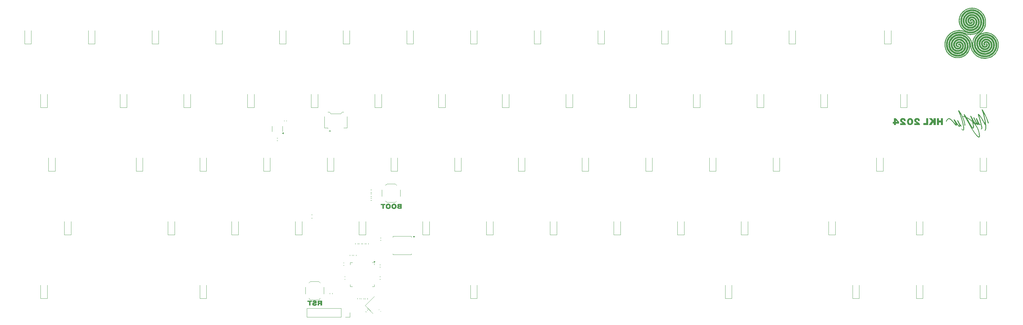
<source format=gbr>
%TF.GenerationSoftware,KiCad,Pcbnew,8.0.4*%
%TF.CreationDate,2024-09-08T22:21:23-07:00*%
%TF.ProjectId,65-wkl-pcb,36352d77-6b6c-42d7-9063-622e6b696361,rev?*%
%TF.SameCoordinates,Original*%
%TF.FileFunction,Legend,Bot*%
%TF.FilePolarity,Positive*%
%FSLAX46Y46*%
G04 Gerber Fmt 4.6, Leading zero omitted, Abs format (unit mm)*
G04 Created by KiCad (PCBNEW 8.0.4) date 2024-09-08 22:21:23*
%MOMM*%
%LPD*%
G01*
G04 APERTURE LIST*
%ADD10C,0.300000*%
%ADD11C,0.100000*%
%ADD12C,0.120000*%
%ADD13C,0.000000*%
G04 APERTURE END LIST*
D10*
G36*
X115770263Y-106095776D02*
G01*
X115301317Y-106095776D01*
X115301317Y-105568211D01*
X115099816Y-105568211D01*
X115016743Y-105581309D01*
X114948466Y-105627355D01*
X114910158Y-105696117D01*
X114893920Y-105777772D01*
X114864610Y-106095776D01*
X114399694Y-106095776D01*
X114435232Y-105737105D01*
X114441907Y-105689009D01*
X114459801Y-105616434D01*
X114492443Y-105541859D01*
X114537270Y-105480936D01*
X114594281Y-105433667D01*
X114663476Y-105400050D01*
X114604143Y-105372607D01*
X114541100Y-105331187D01*
X114481767Y-105271046D01*
X114440233Y-105199519D01*
X114416499Y-105116607D01*
X114415063Y-105098532D01*
X114879265Y-105098532D01*
X114883451Y-105136135D01*
X114922130Y-105201481D01*
X114961618Y-105226387D01*
X115037168Y-105239949D01*
X115301317Y-105239949D01*
X115301317Y-104958581D01*
X115037168Y-104958581D01*
X114989725Y-104963170D01*
X114921031Y-104997416D01*
X114897252Y-105026720D01*
X114879265Y-105098532D01*
X114415063Y-105098532D01*
X114410319Y-105038815D01*
X114412471Y-104992081D01*
X114426596Y-104915475D01*
X114453905Y-104845460D01*
X114494396Y-104782038D01*
X114548072Y-104725207D01*
X114602524Y-104684991D01*
X114673117Y-104648589D01*
X114751318Y-104623512D01*
X114824403Y-104611032D01*
X114903079Y-104606871D01*
X115770263Y-104606871D01*
X115770263Y-106095776D01*
G37*
G36*
X113523351Y-106154394D02*
G01*
X113598284Y-106152202D01*
X113686057Y-106143295D01*
X113767284Y-106127536D01*
X113841963Y-106104927D01*
X113910094Y-106075466D01*
X113983210Y-106031068D01*
X114005486Y-106014077D01*
X114065374Y-105956902D01*
X114114520Y-105890892D01*
X114152924Y-105816047D01*
X114180585Y-105732365D01*
X114195431Y-105655881D01*
X114200758Y-105607046D01*
X113727416Y-105607046D01*
X113707769Y-105682380D01*
X113656217Y-105741402D01*
X113584215Y-105770997D01*
X113501003Y-105779237D01*
X113421181Y-105772093D01*
X113353475Y-105743070D01*
X113318731Y-105671964D01*
X113318553Y-105664931D01*
X113347453Y-105593152D01*
X113412188Y-105556015D01*
X113450078Y-105545863D01*
X113761488Y-105475887D01*
X113833181Y-105456830D01*
X113917802Y-105424278D01*
X113989887Y-105383563D01*
X114049436Y-105334685D01*
X114096448Y-105277644D01*
X114130923Y-105212440D01*
X114152862Y-105139072D01*
X114162265Y-105057542D01*
X114162657Y-105035884D01*
X114157105Y-104954907D01*
X114140451Y-104880963D01*
X114106990Y-104803584D01*
X114058416Y-104735776D01*
X114004754Y-104685273D01*
X113939989Y-104642692D01*
X113864121Y-104608921D01*
X113792417Y-104587508D01*
X113713003Y-104572213D01*
X113625879Y-104563036D01*
X113550628Y-104560099D01*
X113531045Y-104559977D01*
X113424127Y-104564098D01*
X113327725Y-104576463D01*
X113241840Y-104597071D01*
X113166472Y-104625922D01*
X113101620Y-104663017D01*
X113031510Y-104725299D01*
X112980096Y-104802235D01*
X112947378Y-104893826D01*
X112935109Y-104972137D01*
X112932772Y-105028923D01*
X113370211Y-105028923D01*
X113402874Y-104957482D01*
X113472838Y-104919014D01*
X113540204Y-104911687D01*
X113614408Y-104918758D01*
X113678719Y-104953939D01*
X113693710Y-105001079D01*
X113654317Y-105066583D01*
X113581969Y-105094136D01*
X113270926Y-105164112D01*
X113195632Y-105184517D01*
X113106760Y-105219427D01*
X113031054Y-105263142D01*
X112968514Y-105315661D01*
X112919141Y-105376984D01*
X112882934Y-105447111D01*
X112859893Y-105526043D01*
X112850018Y-105613778D01*
X112849607Y-105637088D01*
X112853963Y-105711226D01*
X112870690Y-105793109D01*
X112899962Y-105867263D01*
X112941779Y-105933690D01*
X112996141Y-105992388D01*
X113028026Y-106018839D01*
X113099691Y-106064907D01*
X113166888Y-106096016D01*
X113240884Y-106120505D01*
X113321677Y-106138376D01*
X113409268Y-106149629D01*
X113484236Y-106153865D01*
X113523351Y-106154394D01*
G37*
G36*
X112752887Y-104606871D02*
G01*
X111416390Y-104606871D01*
X111416390Y-105005476D01*
X111861889Y-105005476D01*
X111861889Y-106095776D01*
X112330835Y-106095776D01*
X112330835Y-105005476D01*
X112752887Y-105005476D01*
X112752887Y-104606871D01*
G37*
G36*
X139582763Y-77147633D02*
G01*
X138779326Y-77147633D01*
X138764012Y-77147511D01*
X138676153Y-77141689D01*
X138595198Y-77127135D01*
X138521147Y-77103848D01*
X138453999Y-77071828D01*
X138384385Y-77023435D01*
X138349524Y-76991115D01*
X138299700Y-76928879D01*
X138264112Y-76859421D01*
X138242759Y-76782740D01*
X138235642Y-76698836D01*
X138235915Y-76682603D01*
X138239736Y-76651575D01*
X138668318Y-76651575D01*
X138670264Y-76675513D01*
X138708984Y-76740968D01*
X138747049Y-76761368D01*
X138821824Y-76772475D01*
X139113817Y-76772475D01*
X139113817Y-76528111D01*
X138813398Y-76528111D01*
X138777266Y-76530719D01*
X138706786Y-76561083D01*
X138689956Y-76579104D01*
X138668318Y-76651575D01*
X138239736Y-76651575D01*
X138245482Y-76604915D01*
X138268716Y-76533024D01*
X138305617Y-76466928D01*
X138352987Y-76409669D01*
X138414019Y-76360404D01*
X138484403Y-76325511D01*
X138433003Y-76298422D01*
X138375679Y-76249107D01*
X138335430Y-76186503D01*
X138317243Y-76126942D01*
X138738660Y-76126942D01*
X138738927Y-76135521D01*
X138769068Y-76203512D01*
X138781244Y-76213597D01*
X138851866Y-76233187D01*
X139113817Y-76233187D01*
X139113817Y-76022161D01*
X138851866Y-76022161D01*
X138839112Y-76022614D01*
X138769068Y-76051104D01*
X138763634Y-76056689D01*
X138738660Y-76126942D01*
X138317243Y-76126942D01*
X138312256Y-76110611D01*
X138305983Y-76034984D01*
X138306114Y-76023861D01*
X138314341Y-75950148D01*
X138339414Y-75874791D01*
X138381203Y-75808915D01*
X138439706Y-75752517D01*
X138483946Y-75722121D01*
X138552192Y-75688220D01*
X138627801Y-75664418D01*
X138710773Y-75650714D01*
X138787752Y-75647004D01*
X139582763Y-75647004D01*
X139582763Y-77147633D01*
G37*
G36*
X137319894Y-75600956D02*
G01*
X137401341Y-75607722D01*
X137478598Y-75621254D01*
X137551665Y-75641553D01*
X137620542Y-75668619D01*
X137700745Y-75711965D01*
X137774400Y-75765884D01*
X137828611Y-75816631D01*
X137878070Y-75873475D01*
X137920935Y-75934829D01*
X137957205Y-76000695D01*
X137986880Y-76071071D01*
X138009961Y-76145958D01*
X138026448Y-76225356D01*
X138036339Y-76309265D01*
X138039637Y-76397685D01*
X138036339Y-76486019D01*
X138026448Y-76569853D01*
X138009961Y-76649188D01*
X137986880Y-76724024D01*
X137957205Y-76794360D01*
X137920935Y-76860197D01*
X137878070Y-76921534D01*
X137828611Y-76978372D01*
X137802029Y-77004547D01*
X137730993Y-77062597D01*
X137653409Y-77110092D01*
X137586627Y-77140488D01*
X137515656Y-77164130D01*
X137440494Y-77181017D01*
X137361141Y-77191150D01*
X137277599Y-77194527D01*
X137214530Y-77192627D01*
X137134044Y-77184184D01*
X137057680Y-77168985D01*
X136985438Y-77147032D01*
X136917317Y-77118324D01*
X136837962Y-77072940D01*
X136779115Y-77029034D01*
X136724389Y-76978372D01*
X136675445Y-76922496D01*
X136633027Y-76861845D01*
X136597135Y-76796421D01*
X136567768Y-76726222D01*
X136544928Y-76651249D01*
X136528613Y-76571502D01*
X136518824Y-76486980D01*
X136515561Y-76397685D01*
X136515641Y-76395487D01*
X136984508Y-76395487D01*
X136984581Y-76408416D01*
X136989179Y-76493375D01*
X137000930Y-76568621D01*
X137023117Y-76642724D01*
X137059246Y-76710926D01*
X137074238Y-76730306D01*
X137132398Y-76781139D01*
X137203153Y-76810792D01*
X137277599Y-76819370D01*
X137295016Y-76818947D01*
X137374285Y-76804120D01*
X137440531Y-76768113D01*
X137493754Y-76710926D01*
X137503070Y-76697415D01*
X137537557Y-76626379D01*
X137557993Y-76549173D01*
X137567986Y-76470762D01*
X137570690Y-76395487D01*
X137570616Y-76382782D01*
X137565951Y-76299156D01*
X137554027Y-76224821D01*
X137531513Y-76151245D01*
X137494853Y-76082978D01*
X137480057Y-76063729D01*
X137422412Y-76013239D01*
X137351958Y-75983787D01*
X137277599Y-75975267D01*
X137260178Y-75975688D01*
X137180759Y-75990414D01*
X137114148Y-76026177D01*
X137060345Y-76082978D01*
X137051161Y-76096821D01*
X137017168Y-76168501D01*
X136997024Y-76245112D01*
X136987174Y-76322101D01*
X136984508Y-76395487D01*
X136515641Y-76395487D01*
X136518824Y-76308303D01*
X136528613Y-76223708D01*
X136544928Y-76143897D01*
X136567768Y-76068873D01*
X136597135Y-75998634D01*
X136633027Y-75933181D01*
X136675445Y-75872513D01*
X136724389Y-75816631D01*
X136765047Y-75777936D01*
X136822864Y-75732264D01*
X136900931Y-75684688D01*
X136968021Y-75654240D01*
X137039233Y-75630558D01*
X137114567Y-75613642D01*
X137194022Y-75603493D01*
X137277599Y-75600110D01*
X137319894Y-75600956D01*
G37*
G36*
X135597982Y-75600956D02*
G01*
X135679429Y-75607722D01*
X135756686Y-75621254D01*
X135829753Y-75641553D01*
X135898630Y-75668619D01*
X135978833Y-75711965D01*
X136052488Y-75765884D01*
X136106699Y-75816631D01*
X136156158Y-75873475D01*
X136199023Y-75934829D01*
X136235293Y-76000695D01*
X136264968Y-76071071D01*
X136288049Y-76145958D01*
X136304535Y-76225356D01*
X136314427Y-76309265D01*
X136317725Y-76397685D01*
X136314427Y-76486019D01*
X136304535Y-76569853D01*
X136288049Y-76649188D01*
X136264968Y-76724024D01*
X136235293Y-76794360D01*
X136199023Y-76860197D01*
X136156158Y-76921534D01*
X136106699Y-76978372D01*
X136080117Y-77004547D01*
X136009081Y-77062597D01*
X135931496Y-77110092D01*
X135864715Y-77140488D01*
X135793744Y-77164130D01*
X135718582Y-77181017D01*
X135639229Y-77191150D01*
X135555687Y-77194527D01*
X135492618Y-77192627D01*
X135412132Y-77184184D01*
X135335768Y-77168985D01*
X135263526Y-77147032D01*
X135195405Y-77118324D01*
X135116050Y-77072940D01*
X135057202Y-77029034D01*
X135002477Y-76978372D01*
X134953533Y-76922496D01*
X134911115Y-76861845D01*
X134875222Y-76796421D01*
X134845856Y-76726222D01*
X134823016Y-76651249D01*
X134806701Y-76571502D01*
X134796912Y-76486980D01*
X134793649Y-76397685D01*
X134793729Y-76395487D01*
X135262595Y-76395487D01*
X135262668Y-76408416D01*
X135267267Y-76493375D01*
X135279017Y-76568621D01*
X135301205Y-76642724D01*
X135337334Y-76710926D01*
X135352326Y-76730306D01*
X135410486Y-76781139D01*
X135481241Y-76810792D01*
X135555687Y-76819370D01*
X135573103Y-76818947D01*
X135652373Y-76804120D01*
X135718619Y-76768113D01*
X135771842Y-76710926D01*
X135781158Y-76697415D01*
X135815645Y-76626379D01*
X135836081Y-76549173D01*
X135846073Y-76470762D01*
X135848778Y-76395487D01*
X135848704Y-76382782D01*
X135844038Y-76299156D01*
X135832115Y-76224821D01*
X135809601Y-76151245D01*
X135772941Y-76082978D01*
X135758145Y-76063729D01*
X135700500Y-76013239D01*
X135630046Y-75983787D01*
X135555687Y-75975267D01*
X135538266Y-75975688D01*
X135458846Y-75990414D01*
X135392235Y-76026177D01*
X135338433Y-76082978D01*
X135329249Y-76096821D01*
X135295256Y-76168501D01*
X135275112Y-76245112D01*
X135265262Y-76322101D01*
X135262595Y-76395487D01*
X134793729Y-76395487D01*
X134796912Y-76308303D01*
X134806701Y-76223708D01*
X134823016Y-76143897D01*
X134845856Y-76068873D01*
X134875222Y-75998634D01*
X134911115Y-75933181D01*
X134953533Y-75872513D01*
X135002477Y-75816631D01*
X135043135Y-75777936D01*
X135100952Y-75732264D01*
X135179019Y-75684688D01*
X135246109Y-75654240D01*
X135317321Y-75630558D01*
X135392655Y-75613642D01*
X135472110Y-75603493D01*
X135555687Y-75600110D01*
X135597982Y-75600956D01*
G37*
G36*
X134685205Y-75647004D02*
G01*
X133348709Y-75647004D01*
X133348709Y-76045609D01*
X133794207Y-76045609D01*
X133794207Y-77135909D01*
X134263154Y-77135909D01*
X134263154Y-76045609D01*
X134685205Y-76045609D01*
X134685205Y-75647004D01*
G37*
D11*
G36*
X300280687Y-50734450D02*
G01*
X300280687Y-50046662D01*
X299655425Y-50046662D01*
X299655425Y-52047500D01*
X300280687Y-52047500D01*
X300280687Y-51265922D01*
X300843422Y-51265922D01*
X300843422Y-52047500D01*
X301468684Y-52047500D01*
X301468684Y-50046662D01*
X300843422Y-50046662D01*
X300843422Y-50734450D01*
X300280687Y-50734450D01*
G37*
G36*
X297267707Y-52047500D02*
G01*
X298043422Y-52047500D01*
X298525069Y-51263480D01*
X298690177Y-51443243D01*
X298690177Y-52047500D01*
X299315439Y-52047500D01*
X299315439Y-50046662D01*
X298690177Y-50046662D01*
X298690177Y-50678763D01*
X298119138Y-50046662D01*
X297346353Y-50046662D01*
X298090806Y-50844848D01*
X297267707Y-52047500D01*
G37*
G36*
X296472452Y-50046662D02*
G01*
X296472452Y-51516027D01*
X295581454Y-51516027D01*
X295581454Y-52047500D01*
X297097714Y-52047500D01*
X297097714Y-50046662D01*
X296472452Y-50046662D01*
G37*
G36*
X292900645Y-52047500D02*
G01*
X294588852Y-52047500D01*
X294584283Y-51938941D01*
X294570579Y-51839313D01*
X294543044Y-51734367D01*
X294503073Y-51641576D01*
X294458914Y-51571714D01*
X294389328Y-51490183D01*
X294309403Y-51414346D01*
X294228500Y-51346950D01*
X294134598Y-51275738D01*
X294050116Y-51216021D01*
X293957315Y-51153861D01*
X293932815Y-51137939D01*
X293695411Y-50983089D01*
X293614559Y-50924448D01*
X293539027Y-50854167D01*
X293525907Y-50838009D01*
X293483261Y-50749402D01*
X293477547Y-50698790D01*
X293499030Y-50598464D01*
X293545446Y-50540521D01*
X293633063Y-50496689D01*
X293736933Y-50484345D01*
X293835210Y-50495903D01*
X293924168Y-50538602D01*
X293991945Y-50625926D01*
X294021598Y-50736045D01*
X294026116Y-50813096D01*
X294026116Y-50838986D01*
X294557588Y-50838986D01*
X294557588Y-50752524D01*
X294552270Y-50642746D01*
X294536313Y-50540863D01*
X294503122Y-50429024D01*
X294454613Y-50328555D01*
X294390786Y-50239454D01*
X294339724Y-50186369D01*
X294251482Y-50117641D01*
X294150153Y-50063133D01*
X294055717Y-50028572D01*
X293952193Y-50003885D01*
X293839581Y-49989073D01*
X293717882Y-49984136D01*
X293603335Y-49988382D01*
X293496613Y-50001118D01*
X293397714Y-50022347D01*
X293289361Y-50059029D01*
X293192275Y-50107938D01*
X293119975Y-50158037D01*
X293045437Y-50228539D01*
X292986321Y-50309620D01*
X292942626Y-50401280D01*
X292914353Y-50503518D01*
X292901502Y-50616336D01*
X292900645Y-50656292D01*
X292906598Y-50755730D01*
X292927528Y-50857743D01*
X292963528Y-50949325D01*
X292995900Y-51004583D01*
X293061751Y-51087010D01*
X293138580Y-51160733D01*
X293219931Y-51225592D01*
X293300154Y-51281445D01*
X293329047Y-51300116D01*
X293675872Y-51521400D01*
X293717882Y-51547290D01*
X292900645Y-51547290D01*
X292900645Y-52047500D01*
G37*
G36*
X291701365Y-49985269D02*
G01*
X291821805Y-49998021D01*
X291934779Y-50024940D01*
X292040288Y-50066027D01*
X292138331Y-50121282D01*
X292228908Y-50190705D01*
X292312020Y-50274296D01*
X292343075Y-50311543D01*
X292411947Y-50410538D01*
X292468297Y-50517929D01*
X292504361Y-50609886D01*
X292532411Y-50707217D01*
X292552446Y-50809921D01*
X292564468Y-50917998D01*
X292568475Y-51031449D01*
X292567473Y-51088848D01*
X292559459Y-51199628D01*
X292543430Y-51305049D01*
X292519388Y-51405112D01*
X292487331Y-51499817D01*
X292447260Y-51589164D01*
X292385901Y-51693314D01*
X292312020Y-51789091D01*
X292263049Y-51840858D01*
X292175457Y-51915822D01*
X292080401Y-51976642D01*
X291977878Y-52023318D01*
X291867890Y-52055849D01*
X291750437Y-52074236D01*
X291651099Y-52078763D01*
X291601367Y-52077631D01*
X291482129Y-52064901D01*
X291370166Y-52038027D01*
X291265478Y-51997009D01*
X291168064Y-51941847D01*
X291077926Y-51872541D01*
X290995062Y-51789091D01*
X290964303Y-51752128D01*
X290896087Y-51653660D01*
X290840273Y-51546535D01*
X290804553Y-51454600D01*
X290776770Y-51357124D01*
X290756926Y-51254107D01*
X290745019Y-51145549D01*
X290741050Y-51031449D01*
X291317951Y-51031449D01*
X291319253Y-51101486D01*
X291329664Y-51228004D01*
X291350485Y-51336448D01*
X291391153Y-51446586D01*
X291448087Y-51528483D01*
X291537881Y-51589483D01*
X291651099Y-51609816D01*
X291750494Y-51596125D01*
X291839773Y-51549439D01*
X291908042Y-51469621D01*
X291918157Y-51451423D01*
X291955599Y-51354372D01*
X291977787Y-51247279D01*
X291988636Y-51137495D01*
X291991573Y-51031449D01*
X291991253Y-50994529D01*
X291986444Y-50891345D01*
X291973541Y-50785334D01*
X291949178Y-50683126D01*
X291909508Y-50592301D01*
X291841727Y-50513039D01*
X291751896Y-50466678D01*
X291651099Y-50453082D01*
X291553020Y-50466678D01*
X291465409Y-50513039D01*
X291399040Y-50592301D01*
X291389221Y-50610273D01*
X291352873Y-50706783D01*
X291331334Y-50814044D01*
X291320802Y-50924477D01*
X291317951Y-51031449D01*
X290741050Y-51031449D01*
X290741298Y-51002405D01*
X290747251Y-50889703D01*
X290761143Y-50782556D01*
X290782972Y-50680966D01*
X290812739Y-50584933D01*
X290861110Y-50472706D01*
X290921885Y-50369160D01*
X290995062Y-50274296D01*
X291043908Y-50222442D01*
X291131136Y-50147351D01*
X291225639Y-50086429D01*
X291327418Y-50039674D01*
X291436471Y-50007088D01*
X291552798Y-49988670D01*
X291651099Y-49984136D01*
X291701365Y-49985269D01*
G37*
G36*
X288672313Y-52047500D02*
G01*
X290360519Y-52047500D01*
X290355951Y-51938941D01*
X290342247Y-51839313D01*
X290314711Y-51734367D01*
X290274741Y-51641576D01*
X290230582Y-51571714D01*
X290160995Y-51490183D01*
X290081071Y-51414346D01*
X290000168Y-51346950D01*
X289906265Y-51275738D01*
X289821784Y-51216021D01*
X289728983Y-51153861D01*
X289704483Y-51137939D01*
X289467079Y-50983089D01*
X289386227Y-50924448D01*
X289310695Y-50854167D01*
X289297575Y-50838009D01*
X289254929Y-50749402D01*
X289249214Y-50698790D01*
X289270698Y-50598464D01*
X289317114Y-50540521D01*
X289404730Y-50496689D01*
X289508600Y-50484345D01*
X289606878Y-50495903D01*
X289695835Y-50538602D01*
X289763613Y-50625926D01*
X289793265Y-50736045D01*
X289797784Y-50813096D01*
X289797784Y-50838986D01*
X290329256Y-50838986D01*
X290329256Y-50752524D01*
X290323937Y-50642746D01*
X290307980Y-50540863D01*
X290274790Y-50429024D01*
X290226281Y-50328555D01*
X290162454Y-50239454D01*
X290111392Y-50186369D01*
X290023149Y-50117641D01*
X289921821Y-50063133D01*
X289827384Y-50028572D01*
X289723860Y-50003885D01*
X289611249Y-49989073D01*
X289489549Y-49984136D01*
X289375003Y-49988382D01*
X289268281Y-50001118D01*
X289169381Y-50022347D01*
X289061029Y-50059029D01*
X288963943Y-50107938D01*
X288891643Y-50158037D01*
X288817105Y-50228539D01*
X288757989Y-50309620D01*
X288714294Y-50401280D01*
X288686021Y-50503518D01*
X288673170Y-50616336D01*
X288672313Y-50656292D01*
X288678266Y-50755730D01*
X288699196Y-50857743D01*
X288735196Y-50949325D01*
X288767568Y-51004583D01*
X288833419Y-51087010D01*
X288910248Y-51160733D01*
X288991599Y-51225592D01*
X289071822Y-51281445D01*
X289100715Y-51300116D01*
X289447540Y-51521400D01*
X289489549Y-51547290D01*
X288672313Y-51547290D01*
X288672313Y-52047500D01*
G37*
G36*
X288293248Y-51140870D02*
G01*
X288293248Y-51609816D01*
X287370987Y-51609816D01*
X287370987Y-52047500D01*
X286794085Y-52047500D01*
X286794085Y-51609816D01*
X286511252Y-51609816D01*
X286511252Y-51172133D01*
X286794085Y-51172133D01*
X287370987Y-51172133D01*
X287847749Y-51172133D01*
X287382222Y-50627960D01*
X287370987Y-50627960D01*
X287370987Y-51172133D01*
X286794085Y-51172133D01*
X286794085Y-50046662D01*
X287379291Y-50046662D01*
X288293248Y-51140870D01*
G37*
D12*
%TO.C,D53*%
X224043750Y-80900000D02*
X224043750Y-84910000D01*
X222043750Y-84910000D02*
X224043750Y-84910000D01*
X222043750Y-80900000D02*
X222043750Y-84910000D01*
%TO.C,D41*%
X252618750Y-61850000D02*
X252618750Y-65860000D01*
X250618750Y-65860000D02*
X252618750Y-65860000D01*
X250618750Y-61850000D02*
X250618750Y-65860000D01*
%TO.C,D43*%
X314531250Y-61850000D02*
X314531250Y-65860000D01*
X312531250Y-65860000D02*
X314531250Y-65860000D01*
X312531250Y-61850000D02*
X312531250Y-65860000D01*
%TO.C,J3*%
X124065993Y-109549357D02*
X122735993Y-109549357D01*
X124065993Y-108219357D02*
X124065993Y-109549357D01*
X121465993Y-106889357D02*
X121465993Y-109549357D01*
X111245993Y-109549357D02*
X121465993Y-109549357D01*
X111245993Y-106889357D02*
X121465993Y-106889357D01*
X111245993Y-106889357D02*
X111245993Y-109549357D01*
%TO.C,U1*%
X104187130Y-54721250D02*
X103857130Y-54481250D01*
X104187130Y-54241250D01*
X104187130Y-54721250D01*
G36*
X104187130Y-54721250D02*
G01*
X103857130Y-54481250D01*
X104187130Y-54241250D01*
X104187130Y-54721250D01*
G37*
X103907130Y-53981250D02*
X103907131Y-53181250D01*
X103907130Y-52381250D02*
X103907131Y-53181250D01*
X100787130Y-53981250D02*
X100787129Y-53181250D01*
X100787130Y-52381250D02*
X100787129Y-53181250D01*
%TO.C,R4*%
X130597391Y-73430000D02*
X130290109Y-73430000D01*
X130597391Y-72670000D02*
X130290109Y-72670000D01*
%TO.C,D8*%
X162131250Y-23750000D02*
X162131250Y-27760000D01*
X160131250Y-27760000D02*
X162131250Y-27760000D01*
X160131250Y-23750000D02*
X160131250Y-27760000D01*
%TO.C,R5*%
X130290109Y-74630000D02*
X130597391Y-74630000D01*
X130290109Y-73870000D02*
X130597391Y-73870000D01*
%TO.C,D10*%
X200231250Y-23750000D02*
X200231250Y-27760000D01*
X198231250Y-27760000D02*
X200231250Y-27760000D01*
X198231250Y-23750000D02*
X198231250Y-27760000D01*
%TO.C,D46*%
X90693750Y-80900000D02*
X90693750Y-84910000D01*
X88693750Y-84910000D02*
X90693750Y-84910000D01*
X88693750Y-80900000D02*
X88693750Y-84910000D01*
%TO.C,D18*%
X95456250Y-42800000D02*
X95456250Y-46810000D01*
X93456250Y-46810000D02*
X95456250Y-46810000D01*
X93456250Y-42800000D02*
X93456250Y-46810000D01*
D13*
%TO.C,G\u002A\u002A\u002A*%
G36*
X318179004Y-28215689D02*
G01*
X318177167Y-28332555D01*
X318173741Y-28440303D01*
X318168725Y-28533091D01*
X318162124Y-28605074D01*
X318147615Y-28711629D01*
X318084743Y-29045084D01*
X317996907Y-29367104D01*
X317884277Y-29677349D01*
X317747019Y-29975482D01*
X317585302Y-30261163D01*
X317399292Y-30534054D01*
X317189159Y-30793818D01*
X316955069Y-31040115D01*
X316731450Y-31242360D01*
X316467103Y-31446877D01*
X316187674Y-31629365D01*
X315894769Y-31789114D01*
X315589996Y-31925411D01*
X315274962Y-32037547D01*
X314951275Y-32124809D01*
X314620540Y-32186487D01*
X314284367Y-32221869D01*
X314091189Y-32229943D01*
X313753116Y-32222845D01*
X313416371Y-32189289D01*
X313082942Y-32129906D01*
X312754817Y-32045323D01*
X312433983Y-31936169D01*
X312122430Y-31803074D01*
X311822145Y-31646666D01*
X311535117Y-31467573D01*
X311263333Y-31266425D01*
X311251703Y-31257040D01*
X310983133Y-31022375D01*
X310736348Y-30771060D01*
X310511691Y-30503660D01*
X310309505Y-30220743D01*
X310130134Y-29922876D01*
X309973919Y-29610627D01*
X309841205Y-29284563D01*
X309732333Y-28945252D01*
X309647646Y-28593260D01*
X309610467Y-28409545D01*
X309601021Y-28588468D01*
X309590404Y-28734903D01*
X309548322Y-29045762D01*
X309480720Y-29348224D01*
X309388401Y-29641078D01*
X309272168Y-29923111D01*
X309132824Y-30193108D01*
X308971172Y-30449859D01*
X308788016Y-30692149D01*
X308584158Y-30918765D01*
X308360401Y-31128495D01*
X308117549Y-31320126D01*
X307856404Y-31492444D01*
X307577771Y-31644237D01*
X307557955Y-31653917D01*
X307280733Y-31776381D01*
X307003665Y-31873825D01*
X306721986Y-31947513D01*
X306430928Y-31998706D01*
X306125725Y-32028667D01*
X306015733Y-32033486D01*
X305829536Y-32033923D01*
X305636843Y-32026099D01*
X305448713Y-32010547D01*
X305276208Y-31987798D01*
X305117730Y-31958724D01*
X304800986Y-31880180D01*
X304493414Y-31776300D01*
X304196462Y-31647822D01*
X303911580Y-31495484D01*
X303640217Y-31320022D01*
X303383823Y-31122175D01*
X303143845Y-30902680D01*
X303129906Y-30888748D01*
X302902330Y-30641033D01*
X302697280Y-30377829D01*
X302515193Y-30100016D01*
X302356503Y-29808471D01*
X302221646Y-29504074D01*
X302111058Y-29187705D01*
X302025174Y-28860241D01*
X301964430Y-28522562D01*
X301961529Y-28500003D01*
X301953284Y-28410729D01*
X301946892Y-28301679D01*
X301942393Y-28178721D01*
X301939827Y-28047720D01*
X301939233Y-27914543D01*
X301939324Y-27906260D01*
X302210799Y-27906260D01*
X302211255Y-28043488D01*
X302214670Y-28179578D01*
X302220936Y-28307967D01*
X302229947Y-28422092D01*
X302241596Y-28515393D01*
X302299864Y-28817956D01*
X302383124Y-29130597D01*
X302487692Y-29427194D01*
X302614225Y-29709201D01*
X302763383Y-29978073D01*
X302935823Y-30235263D01*
X303132205Y-30482226D01*
X303169767Y-30525194D01*
X303389117Y-30752017D01*
X303625886Y-30958566D01*
X303878408Y-31143807D01*
X304145017Y-31306706D01*
X304424050Y-31446227D01*
X304713841Y-31561335D01*
X305012725Y-31650996D01*
X305093894Y-31670533D01*
X305398179Y-31726516D01*
X305703438Y-31756077D01*
X306007970Y-31759541D01*
X306310077Y-31737235D01*
X306608058Y-31689488D01*
X306900213Y-31616626D01*
X307184843Y-31518976D01*
X307460247Y-31396865D01*
X307724726Y-31250621D01*
X307976580Y-31080571D01*
X308195051Y-30903898D01*
X308410510Y-30696913D01*
X308606110Y-30472865D01*
X308780577Y-30233514D01*
X308932635Y-29980618D01*
X309061010Y-29715937D01*
X309164428Y-29441230D01*
X309216762Y-29269611D01*
X309258463Y-29106053D01*
X309288671Y-28948936D01*
X309308694Y-28789955D01*
X309319844Y-28620803D01*
X309323430Y-28433174D01*
X309323420Y-28402262D01*
X309321883Y-28271716D01*
X309317329Y-28159331D01*
X309308989Y-28057472D01*
X309296094Y-27958503D01*
X309277878Y-27854790D01*
X309253572Y-27738696D01*
X309232346Y-27649486D01*
X309151464Y-27383642D01*
X309046306Y-27123455D01*
X308918914Y-26873084D01*
X308771328Y-26636685D01*
X308605590Y-26418420D01*
X308485508Y-26283362D01*
X308279874Y-26085020D01*
X308058274Y-25908640D01*
X307821905Y-25754895D01*
X307571961Y-25624453D01*
X307309640Y-25517987D01*
X307036137Y-25436165D01*
X306752649Y-25379660D01*
X306706538Y-25373548D01*
X306590098Y-25363428D01*
X306458982Y-25357749D01*
X306321554Y-25356511D01*
X306186177Y-25359717D01*
X306061215Y-25367370D01*
X305955031Y-25379470D01*
X305928760Y-25383592D01*
X305656595Y-25440591D01*
X305394689Y-25521693D01*
X305144646Y-25626045D01*
X304908071Y-25752798D01*
X304686569Y-25901102D01*
X304481744Y-26070106D01*
X304295201Y-26258960D01*
X304131736Y-26462519D01*
X303988824Y-26682257D01*
X303867863Y-26915146D01*
X303770237Y-27158175D01*
X303697328Y-27408335D01*
X303650518Y-27662616D01*
X303645397Y-27712366D01*
X303640218Y-27810298D01*
X303638761Y-27922913D01*
X303640779Y-28043196D01*
X303646026Y-28164129D01*
X303654252Y-28278698D01*
X303665212Y-28379887D01*
X303678657Y-28460678D01*
X303710225Y-28592589D01*
X303788269Y-28836826D01*
X303888807Y-29065713D01*
X304012451Y-29280388D01*
X304159814Y-29481985D01*
X304331508Y-29671640D01*
X304438639Y-29773133D01*
X304627549Y-29925889D01*
X304825896Y-30053710D01*
X305035967Y-30157827D01*
X305260050Y-30239468D01*
X305500432Y-30299864D01*
X305531558Y-30305637D01*
X305651461Y-30321102D01*
X305785736Y-30329915D01*
X305926167Y-30332087D01*
X306064540Y-30327628D01*
X306192642Y-30316548D01*
X306302257Y-30298858D01*
X306386384Y-30279294D01*
X306615935Y-30209147D01*
X306828772Y-30117687D01*
X307026253Y-30004169D01*
X307209739Y-29867848D01*
X307380590Y-29707978D01*
X307387973Y-29700247D01*
X307534935Y-29527082D01*
X307657270Y-29342467D01*
X307755568Y-29145232D01*
X307830415Y-28934205D01*
X307882400Y-28708215D01*
X307894032Y-28614759D01*
X307899973Y-28493522D01*
X307898717Y-28363608D01*
X307890609Y-28233907D01*
X307875996Y-28113308D01*
X307855224Y-28010701D01*
X307831779Y-27928422D01*
X307755493Y-27723930D01*
X307658422Y-27536058D01*
X307541553Y-27365825D01*
X307405878Y-27214252D01*
X307252384Y-27082356D01*
X307082061Y-26971158D01*
X306895897Y-26881678D01*
X306694883Y-26814933D01*
X306661292Y-26806431D01*
X306613168Y-26796352D01*
X306564379Y-26789625D01*
X306508220Y-26785644D01*
X306437983Y-26783802D01*
X306346964Y-26783495D01*
X306297285Y-26783754D01*
X306216783Y-26785242D01*
X306153760Y-26788543D01*
X306101576Y-26794275D01*
X306053591Y-26803056D01*
X306003163Y-26815505D01*
X305960139Y-26827779D01*
X305784725Y-26893433D01*
X305624544Y-26979019D01*
X305481060Y-27082736D01*
X305355737Y-27202784D01*
X305250039Y-27337360D01*
X305165430Y-27484665D01*
X305103374Y-27642896D01*
X305065333Y-27810253D01*
X305052773Y-27984935D01*
X305052809Y-27990633D01*
X305066756Y-28155938D01*
X305104848Y-28311914D01*
X305165921Y-28456327D01*
X305248815Y-28586942D01*
X305352367Y-28701525D01*
X305475415Y-28797841D01*
X305552620Y-28843694D01*
X305665950Y-28892449D01*
X305783608Y-28919335D01*
X305913775Y-28926756D01*
X305959954Y-28925069D01*
X306095367Y-28904652D01*
X306215973Y-28861665D01*
X306320926Y-28796594D01*
X306409383Y-28709921D01*
X306480499Y-28602130D01*
X306491700Y-28580028D01*
X306505979Y-28545131D01*
X306514165Y-28508930D01*
X306517893Y-28462699D01*
X306518799Y-28397715D01*
X306518357Y-28341181D01*
X306515693Y-28295498D01*
X306509090Y-28261968D01*
X306496843Y-28232417D01*
X306477245Y-28198675D01*
X306451594Y-28162476D01*
X306388890Y-28102940D01*
X306316226Y-28065084D01*
X306238335Y-28051820D01*
X306165349Y-28062962D01*
X306100522Y-28095055D01*
X306052401Y-28144623D01*
X306044366Y-28155759D01*
X306017577Y-28175757D01*
X305987060Y-28170780D01*
X305949226Y-28140691D01*
X305931233Y-28119371D01*
X305904208Y-28059637D01*
X305898688Y-27990958D01*
X305913948Y-27918131D01*
X305949262Y-27845957D01*
X306003903Y-27779232D01*
X306083701Y-27718051D01*
X306181481Y-27674099D01*
X306288777Y-27651989D01*
X306401392Y-27652114D01*
X306515131Y-27674872D01*
X306625796Y-27720656D01*
X306653842Y-27737008D01*
X306734529Y-27797604D01*
X306812588Y-27873857D01*
X306880479Y-27957828D01*
X306930663Y-28041580D01*
X306944736Y-28072413D01*
X306993133Y-28216506D01*
X307015920Y-28363436D01*
X307014127Y-28510686D01*
X306988783Y-28655742D01*
X306940916Y-28796086D01*
X306871557Y-28929205D01*
X306781734Y-29052582D01*
X306672477Y-29163701D01*
X306544814Y-29260048D01*
X306399776Y-29339108D01*
X306369763Y-29352547D01*
X306293431Y-29384190D01*
X306225379Y-29406928D01*
X306158466Y-29422132D01*
X306085551Y-29431170D01*
X305999492Y-29435411D01*
X305893147Y-29436224D01*
X305877542Y-29436158D01*
X305793669Y-29435317D01*
X305729812Y-29433227D01*
X305679513Y-29429186D01*
X305636313Y-29422490D01*
X305593756Y-29412433D01*
X305545381Y-29398313D01*
X305479984Y-29376617D01*
X305300383Y-29298587D01*
X305135881Y-29198656D01*
X304988322Y-29078062D01*
X304859551Y-28938042D01*
X304759863Y-28797717D01*
X304665189Y-28623887D01*
X304594970Y-28443109D01*
X304548709Y-28257370D01*
X304525911Y-28068657D01*
X304526079Y-27878958D01*
X304548718Y-27690261D01*
X304593331Y-27504553D01*
X304659422Y-27323822D01*
X304746496Y-27150055D01*
X304854056Y-26985241D01*
X304981606Y-26831366D01*
X305128650Y-26690418D01*
X305294691Y-26564386D01*
X305479235Y-26455255D01*
X305614169Y-26391197D01*
X305789578Y-26326149D01*
X305968241Y-26281675D01*
X306156505Y-26256286D01*
X306360716Y-26248495D01*
X306485459Y-26251719D01*
X306674325Y-26270177D01*
X306853137Y-26306582D01*
X307029932Y-26362746D01*
X307212748Y-26440479D01*
X307271362Y-26469465D01*
X307466216Y-26584890D01*
X307649702Y-26723157D01*
X307819120Y-26881547D01*
X307971770Y-27057344D01*
X308104955Y-27247830D01*
X308215973Y-27450290D01*
X308276873Y-27589762D01*
X308354650Y-27821383D01*
X308406561Y-28057678D01*
X308432933Y-28296749D01*
X308434090Y-28536699D01*
X308410359Y-28775631D01*
X308362066Y-29011649D01*
X308289538Y-29242855D01*
X308193099Y-29467353D01*
X308073078Y-29683246D01*
X307929799Y-29888638D01*
X307763589Y-30081630D01*
X307610690Y-30228533D01*
X307409538Y-30388061D01*
X307193290Y-30526346D01*
X306964200Y-30642533D01*
X306724525Y-30735766D01*
X306476520Y-30805192D01*
X306222439Y-30849954D01*
X305964538Y-30869199D01*
X305705071Y-30862070D01*
X305492149Y-30837136D01*
X305223965Y-30782023D01*
X304965326Y-30701970D01*
X304717544Y-30597882D01*
X304481929Y-30470659D01*
X304259789Y-30321205D01*
X304052436Y-30150422D01*
X303861178Y-29959213D01*
X303687326Y-29748479D01*
X303532189Y-29519123D01*
X303397078Y-29272048D01*
X303301381Y-29055053D01*
X303213181Y-28796017D01*
X303150796Y-28530700D01*
X303113730Y-28256916D01*
X303101485Y-27972481D01*
X303112125Y-27709108D01*
X303148674Y-27427038D01*
X303211582Y-27151946D01*
X303301191Y-26882374D01*
X303417839Y-26616862D01*
X303435253Y-26582087D01*
X303581920Y-26323032D01*
X303749521Y-26081671D01*
X303937480Y-25858576D01*
X304145223Y-25654320D01*
X304372174Y-25469476D01*
X304617756Y-25304617D01*
X304881396Y-25160316D01*
X304984236Y-25111823D01*
X305253885Y-25003595D01*
X305532390Y-24919037D01*
X305824387Y-24856655D01*
X305859131Y-24851456D01*
X305944743Y-24842489D01*
X306048516Y-24835240D01*
X306164297Y-24829853D01*
X306285928Y-24826474D01*
X306407256Y-24825247D01*
X306522123Y-24826316D01*
X306624375Y-24829826D01*
X306707856Y-24835920D01*
X306866958Y-24856509D01*
X307153591Y-24914287D01*
X307437768Y-24997666D01*
X307716607Y-25105471D01*
X307987226Y-25236528D01*
X308246745Y-25389660D01*
X308492281Y-25563693D01*
X308522390Y-25587489D01*
X308654116Y-25701250D01*
X308790311Y-25832910D01*
X308925627Y-25976598D01*
X309054718Y-26126440D01*
X309172239Y-26276563D01*
X309272843Y-26421095D01*
X309343853Y-26534943D01*
X309471503Y-26765407D01*
X309579876Y-27000884D01*
X309670332Y-27245273D01*
X309744230Y-27502473D01*
X309802927Y-27776383D01*
X309847783Y-28070902D01*
X309865682Y-28205349D01*
X309907404Y-28465850D01*
X309956592Y-28706215D01*
X310014646Y-28931054D01*
X310082970Y-29144976D01*
X310162963Y-29352590D01*
X310256027Y-29558504D01*
X310363563Y-29767328D01*
X310426799Y-29879459D01*
X310608007Y-30163119D01*
X310810028Y-30430073D01*
X311031570Y-30679231D01*
X311271344Y-30909503D01*
X311528058Y-31119800D01*
X311800423Y-31309031D01*
X312087147Y-31476106D01*
X312386940Y-31619935D01*
X312698511Y-31739428D01*
X312919970Y-31807678D01*
X313188577Y-31872275D01*
X313463328Y-31917921D01*
X313752433Y-31946228D01*
X313882736Y-31953257D01*
X314106572Y-31955714D01*
X314323715Y-31944423D01*
X314543924Y-31918736D01*
X314776959Y-31878001D01*
X314804479Y-31872414D01*
X315129692Y-31791984D01*
X315441194Y-31687716D01*
X315739075Y-31559561D01*
X316023422Y-31407475D01*
X316294324Y-31231409D01*
X316551868Y-31031317D01*
X316796142Y-30807152D01*
X316951318Y-30643376D01*
X317153577Y-30396344D01*
X317333907Y-30133711D01*
X317491552Y-29856989D01*
X317625755Y-29567690D01*
X317735761Y-29267326D01*
X317820813Y-28957410D01*
X317880154Y-28639454D01*
X317887069Y-28581109D01*
X317894809Y-28482337D01*
X317900425Y-28367932D01*
X317903873Y-28244041D01*
X317905107Y-28116811D01*
X317904083Y-27992389D01*
X317900755Y-27876922D01*
X317895080Y-27776557D01*
X317887013Y-27697440D01*
X317857799Y-27516480D01*
X317786676Y-27200916D01*
X317691833Y-26899270D01*
X317573260Y-26611522D01*
X317430950Y-26337656D01*
X317264894Y-26077654D01*
X317075082Y-25831498D01*
X316861507Y-25599171D01*
X316803324Y-25542145D01*
X316605123Y-25365268D01*
X316399193Y-25208914D01*
X316179250Y-25068587D01*
X315939005Y-24939794D01*
X315913204Y-24927207D01*
X315640785Y-24810274D01*
X315362471Y-24718847D01*
X315079976Y-24652665D01*
X314795014Y-24611463D01*
X314509300Y-24594979D01*
X314224548Y-24602949D01*
X313942472Y-24635111D01*
X313664786Y-24691202D01*
X313393204Y-24770958D01*
X313129441Y-24874117D01*
X312875211Y-25000415D01*
X312632228Y-25149590D01*
X312402206Y-25321378D01*
X312186859Y-25515517D01*
X312120823Y-25582016D01*
X312021728Y-25688097D01*
X311934552Y-25791304D01*
X311852585Y-25899765D01*
X311769115Y-26021610D01*
X311672814Y-26177645D01*
X311543170Y-26428146D01*
X311438210Y-26686352D01*
X311357945Y-26950481D01*
X311302385Y-27218754D01*
X311271542Y-27489390D01*
X311265428Y-27760608D01*
X311284052Y-28030629D01*
X311327427Y-28297671D01*
X311395563Y-28559955D01*
X311488472Y-28815699D01*
X311606164Y-29063124D01*
X311748650Y-29300448D01*
X311784049Y-29352239D01*
X311954185Y-29572707D01*
X312141533Y-29771733D01*
X312346191Y-29949403D01*
X312568255Y-30105803D01*
X312807821Y-30241019D01*
X312938558Y-30302415D01*
X313187576Y-30397253D01*
X313441199Y-30466250D01*
X313697632Y-30509501D01*
X313955082Y-30527105D01*
X314211757Y-30519157D01*
X314465863Y-30485756D01*
X314715606Y-30426998D01*
X314959195Y-30342981D01*
X315194834Y-30233801D01*
X315420732Y-30099556D01*
X315495152Y-30048007D01*
X315694258Y-29887969D01*
X315873567Y-29709422D01*
X316032222Y-29513637D01*
X316169366Y-29301887D01*
X316284141Y-29075442D01*
X316375690Y-28835574D01*
X316443156Y-28583553D01*
X316451062Y-28545258D01*
X316460165Y-28494095D01*
X316466670Y-28443771D01*
X316470980Y-28388616D01*
X316473496Y-28322965D01*
X316474619Y-28241151D01*
X316474752Y-28137505D01*
X316474745Y-28134547D01*
X316473313Y-28006836D01*
X316468951Y-27899566D01*
X316460608Y-27805880D01*
X316447238Y-27718923D01*
X316427789Y-27631836D01*
X316401213Y-27537766D01*
X316366461Y-27429854D01*
X316286912Y-27229040D01*
X316179735Y-27025829D01*
X316051164Y-26834959D01*
X315903425Y-26659066D01*
X315738746Y-26500787D01*
X315559354Y-26362755D01*
X315367475Y-26247606D01*
X315321376Y-26224485D01*
X315159880Y-26154765D01*
X314987924Y-26095588D01*
X314818215Y-26051492D01*
X314804518Y-26048753D01*
X314718964Y-26036925D01*
X314615281Y-26029234D01*
X314501025Y-26025668D01*
X314383749Y-26026218D01*
X314271009Y-26030873D01*
X314170361Y-26039624D01*
X314089357Y-26052461D01*
X314079150Y-26054697D01*
X313860693Y-26115529D01*
X313658806Y-26197910D01*
X313471991Y-26302676D01*
X313298747Y-26430661D01*
X313137575Y-26582702D01*
X313089532Y-26635623D01*
X312961720Y-26802198D01*
X312856193Y-26981755D01*
X312774608Y-27171188D01*
X312718624Y-27367392D01*
X312715012Y-27385322D01*
X312701005Y-27486919D01*
X312693513Y-27603113D01*
X312692438Y-27725616D01*
X312697682Y-27846142D01*
X312709145Y-27956405D01*
X312726730Y-28048117D01*
X312732310Y-28069175D01*
X312795488Y-28257382D01*
X312878736Y-28428220D01*
X312983690Y-28584577D01*
X313111982Y-28729343D01*
X313173312Y-28787196D01*
X313321181Y-28902210D01*
X313477979Y-28991274D01*
X313644195Y-29054594D01*
X313820320Y-29092375D01*
X314006845Y-29104823D01*
X314096969Y-29102899D01*
X314201594Y-29093417D01*
X314296344Y-29074070D01*
X314390925Y-29042720D01*
X314495042Y-28997226D01*
X314550346Y-28970193D01*
X314617387Y-28933441D01*
X314674126Y-28895213D01*
X314729873Y-28849001D01*
X314793942Y-28788296D01*
X314868492Y-28706117D01*
X314952184Y-28584123D01*
X315014260Y-28454169D01*
X315054619Y-28319241D01*
X315073159Y-28182326D01*
X315069780Y-28046407D01*
X315044381Y-27914472D01*
X314996860Y-27789506D01*
X314927117Y-27674494D01*
X314835051Y-27572423D01*
X314805785Y-27547169D01*
X314708721Y-27482127D01*
X314605608Y-27437716D01*
X314500037Y-27413818D01*
X314395598Y-27410315D01*
X314295883Y-27427089D01*
X314204481Y-27464021D01*
X314124984Y-27520994D01*
X314060982Y-27597889D01*
X314038723Y-27638674D01*
X314013621Y-27720288D01*
X314012593Y-27800721D01*
X314035367Y-27875472D01*
X314081672Y-27940042D01*
X314093014Y-27950539D01*
X314131491Y-27978062D01*
X314166246Y-27993250D01*
X314216373Y-28006024D01*
X314248745Y-28021402D01*
X314264190Y-28042714D01*
X314268134Y-28074271D01*
X314266917Y-28091892D01*
X314246835Y-28145567D01*
X314205378Y-28190293D01*
X314146828Y-28223399D01*
X314075469Y-28242220D01*
X313995582Y-28244085D01*
X313965993Y-28240289D01*
X313868921Y-28211174D01*
X313782024Y-28159690D01*
X313707189Y-28088959D01*
X313646300Y-28002103D01*
X313601244Y-27902245D01*
X313573906Y-27792506D01*
X313566172Y-27676008D01*
X313579927Y-27555874D01*
X313609305Y-27454430D01*
X313669173Y-27330519D01*
X313751394Y-27217036D01*
X313853354Y-27116904D01*
X313972434Y-27033044D01*
X314106018Y-26968379D01*
X314131767Y-26958833D01*
X314287524Y-26917841D01*
X314447148Y-26904069D01*
X314610443Y-26917538D01*
X314776264Y-26956601D01*
X314928579Y-27017929D01*
X315070603Y-27103173D01*
X315205706Y-27214012D01*
X315312287Y-27327935D01*
X315412619Y-27470820D01*
X315491093Y-27625849D01*
X315547550Y-27790404D01*
X315581832Y-27961863D01*
X315593780Y-28137608D01*
X315583236Y-28315017D01*
X315550043Y-28491472D01*
X315494041Y-28664353D01*
X315415072Y-28831039D01*
X315312978Y-28988910D01*
X315285266Y-29025050D01*
X315145694Y-29180191D01*
X314988589Y-29314316D01*
X314814684Y-29426935D01*
X314624712Y-29517559D01*
X314419406Y-29585698D01*
X314368815Y-29598898D01*
X314319168Y-29610464D01*
X314273696Y-29618494D01*
X314226063Y-29623643D01*
X314169934Y-29626568D01*
X314098973Y-29627922D01*
X314006845Y-29628362D01*
X313952239Y-29628380D01*
X313871113Y-29627698D01*
X313807658Y-29625602D01*
X313755539Y-29621513D01*
X313708419Y-29614851D01*
X313659965Y-29605036D01*
X313603841Y-29591490D01*
X313399220Y-29528995D01*
X313208175Y-29446472D01*
X313030096Y-29342618D01*
X312861535Y-29215417D01*
X312699039Y-29062853D01*
X312662058Y-29023727D01*
X312533345Y-28869137D01*
X312425627Y-28705962D01*
X312335576Y-28528663D01*
X312259866Y-28331701D01*
X312229164Y-28231343D01*
X312179784Y-28005222D01*
X312156535Y-27778669D01*
X312158570Y-27553372D01*
X312185044Y-27331020D01*
X312235111Y-27113301D01*
X312307925Y-26901903D01*
X312402641Y-26698515D01*
X312518412Y-26504824D01*
X312654394Y-26322519D01*
X312809740Y-26153288D01*
X312983605Y-25998820D01*
X313175142Y-25860802D01*
X313383507Y-25740923D01*
X313607853Y-25640872D01*
X313837717Y-25566234D01*
X314078932Y-25515555D01*
X314325225Y-25490104D01*
X314573949Y-25489752D01*
X314822456Y-25514366D01*
X315068098Y-25563815D01*
X315308227Y-25637968D01*
X315540196Y-25736693D01*
X315754947Y-25854476D01*
X315971342Y-26002283D01*
X316170274Y-26169801D01*
X316350753Y-26355487D01*
X316511789Y-26557798D01*
X316652392Y-26775190D01*
X316771572Y-27006121D01*
X316868338Y-27249047D01*
X316941702Y-27502425D01*
X316990672Y-27764712D01*
X317014260Y-28034365D01*
X317015500Y-28215165D01*
X316995100Y-28490484D01*
X316948131Y-28761316D01*
X316875116Y-29026158D01*
X316776577Y-29283504D01*
X316653037Y-29531852D01*
X316505018Y-29769698D01*
X316333041Y-29995537D01*
X316279910Y-30057087D01*
X316087237Y-30253562D01*
X315876526Y-30430838D01*
X315649851Y-30588049D01*
X315409288Y-30724333D01*
X315156912Y-30838825D01*
X314894796Y-30930662D01*
X314625016Y-30998979D01*
X314349647Y-31042912D01*
X314070763Y-31061599D01*
X313790440Y-31054175D01*
X313774481Y-31052954D01*
X313478299Y-31016137D01*
X313190145Y-30953596D01*
X312911315Y-30866243D01*
X312643103Y-30754988D01*
X312386803Y-30620744D01*
X312143710Y-30464422D01*
X311915118Y-30286934D01*
X311702322Y-30089190D01*
X311506617Y-29872104D01*
X311329296Y-29636585D01*
X311171655Y-29383547D01*
X311034988Y-29113899D01*
X311030329Y-29103571D01*
X310947055Y-28902049D01*
X310878080Y-28698177D01*
X310820953Y-28483869D01*
X310773217Y-28251034D01*
X310763547Y-28186892D01*
X310752283Y-28079154D01*
X310743659Y-27955460D01*
X310737866Y-27822459D01*
X310735095Y-27686799D01*
X310735536Y-27555129D01*
X310739380Y-27434098D01*
X310746817Y-27330355D01*
X310771474Y-27139590D01*
X310831963Y-26842818D01*
X310918063Y-26551406D01*
X311028653Y-26267566D01*
X311162610Y-25993508D01*
X311318812Y-25731445D01*
X311496136Y-25483587D01*
X311693459Y-25252146D01*
X311909660Y-25039333D01*
X311912400Y-25036874D01*
X311968435Y-24988366D01*
X312040126Y-24928814D01*
X312121344Y-24863176D01*
X312205959Y-24796408D01*
X312287841Y-24733470D01*
X312416863Y-24633658D01*
X312612894Y-24471564D01*
X312789232Y-24310909D01*
X312950020Y-24147624D01*
X313099403Y-23977638D01*
X313241525Y-23796882D01*
X313327105Y-23678127D01*
X313511490Y-23389659D01*
X313670966Y-23090451D01*
X313805188Y-22781595D01*
X313913809Y-22464184D01*
X313996484Y-22139311D01*
X314052867Y-21808068D01*
X314082612Y-21471549D01*
X314085373Y-21130846D01*
X314083361Y-21078315D01*
X314078086Y-20980089D01*
X314071183Y-20882524D01*
X314063320Y-20794565D01*
X314055162Y-20725161D01*
X314023963Y-20535171D01*
X313949594Y-20208786D01*
X313850782Y-19891903D01*
X313728283Y-19585987D01*
X313582852Y-19292499D01*
X313415245Y-19012903D01*
X313226220Y-18748660D01*
X313016531Y-18501233D01*
X312786936Y-18272085D01*
X312601232Y-18112296D01*
X312342324Y-17920399D01*
X312068807Y-17750245D01*
X311782767Y-17602782D01*
X311486290Y-17478955D01*
X311181461Y-17379712D01*
X310870364Y-17306000D01*
X310555085Y-17258765D01*
X310501893Y-17254033D01*
X310395907Y-17248176D01*
X310275461Y-17244926D01*
X310147533Y-17244228D01*
X310019101Y-17246023D01*
X309897145Y-17250254D01*
X309788642Y-17256864D01*
X309700572Y-17265795D01*
X309492632Y-17298977D01*
X309179172Y-17370443D01*
X308876426Y-17465905D01*
X308585808Y-17584760D01*
X308308730Y-17726406D01*
X308046607Y-17890241D01*
X307800853Y-18075660D01*
X307784308Y-18089486D01*
X307694955Y-18168259D01*
X307598376Y-18259163D01*
X307500337Y-18356370D01*
X307406605Y-18454047D01*
X307322944Y-18546365D01*
X307255123Y-18627493D01*
X307239912Y-18646933D01*
X307058271Y-18902914D01*
X306900466Y-19172262D01*
X306766978Y-19453847D01*
X306658290Y-19746541D01*
X306574881Y-20049212D01*
X306517233Y-20360732D01*
X306510015Y-20421097D01*
X306501181Y-20534074D01*
X306495667Y-20661275D01*
X306493471Y-20795776D01*
X306494587Y-20930657D01*
X306499012Y-21058997D01*
X306506742Y-21173874D01*
X306517773Y-21268366D01*
X306525665Y-21317423D01*
X306590484Y-21627820D01*
X306678753Y-21924429D01*
X306790239Y-22206830D01*
X306924711Y-22474600D01*
X307081934Y-22727316D01*
X307261676Y-22964556D01*
X307463705Y-23185897D01*
X307687787Y-23390918D01*
X307711383Y-23410445D01*
X307929760Y-23572636D01*
X308166729Y-23717923D01*
X308417981Y-23844115D01*
X308679207Y-23949023D01*
X308682448Y-23950012D01*
X308727519Y-23963764D01*
X308946098Y-24030457D01*
X309021115Y-24049299D01*
X309113015Y-24070433D01*
X309196853Y-24086530D01*
X309278553Y-24098247D01*
X309364040Y-24106243D01*
X309459238Y-24111176D01*
X309570069Y-24113704D01*
X309702460Y-24114484D01*
X309778447Y-24114304D01*
X309908412Y-24112221D01*
X310020512Y-24107186D01*
X310121075Y-24098402D01*
X310216425Y-24085076D01*
X310312888Y-24066410D01*
X310416790Y-24041610D01*
X310534457Y-24009881D01*
X310766333Y-23934669D01*
X311020135Y-23827095D01*
X311259905Y-23698100D01*
X311484554Y-23549096D01*
X311692988Y-23381489D01*
X311884117Y-23196689D01*
X312056849Y-22996105D01*
X312210092Y-22781144D01*
X312342754Y-22553216D01*
X312453744Y-22313729D01*
X312541970Y-22064092D01*
X312606340Y-21805713D01*
X312645763Y-21540002D01*
X312659146Y-21268366D01*
X312649246Y-21029384D01*
X312613325Y-20761762D01*
X312551182Y-20502417D01*
X312462849Y-20251447D01*
X312348354Y-20008951D01*
X312207729Y-19775028D01*
X312139697Y-19678367D01*
X311978488Y-19481964D01*
X311800565Y-19304918D01*
X311607815Y-19147943D01*
X311402121Y-19011753D01*
X311185368Y-18897061D01*
X310959443Y-18804581D01*
X310726228Y-18735028D01*
X310487611Y-18689114D01*
X310245475Y-18667553D01*
X310001706Y-18671060D01*
X309758188Y-18700348D01*
X309516807Y-18756130D01*
X309302671Y-18828916D01*
X309078135Y-18931189D01*
X308869731Y-19054597D01*
X308678538Y-19197998D01*
X308505632Y-19360250D01*
X308352090Y-19540211D01*
X308218989Y-19736740D01*
X308107406Y-19948694D01*
X308018417Y-20174931D01*
X307953100Y-20414309D01*
X307952379Y-20417681D01*
X307937425Y-20510633D01*
X307927082Y-20621282D01*
X307921412Y-20742172D01*
X307920478Y-20865844D01*
X307924341Y-20984841D01*
X307933065Y-21091705D01*
X307946711Y-21178978D01*
X307953482Y-21209588D01*
X308016649Y-21436500D01*
X308099091Y-21644822D01*
X308201751Y-21836345D01*
X308325570Y-22012861D01*
X308471493Y-22176160D01*
X308506731Y-22210489D01*
X308671397Y-22349529D01*
X308847233Y-22465889D01*
X309032078Y-22559290D01*
X309223775Y-22629457D01*
X309420166Y-22676111D01*
X309619091Y-22698974D01*
X309818392Y-22697770D01*
X310015911Y-22672221D01*
X310209488Y-22622049D01*
X310396966Y-22546977D01*
X310576186Y-22446727D01*
X310715109Y-22345209D01*
X310856561Y-22212820D01*
X310977775Y-22065569D01*
X311077542Y-21905756D01*
X311154654Y-21735679D01*
X311207906Y-21557635D01*
X311236089Y-21373924D01*
X311237996Y-21186844D01*
X311214600Y-21002814D01*
X311167448Y-20831503D01*
X311096088Y-20672723D01*
X311000013Y-20525343D01*
X310878716Y-20388236D01*
X310830059Y-20342074D01*
X310734966Y-20264499D01*
X310636996Y-20203204D01*
X310527096Y-20152110D01*
X310393992Y-20108820D01*
X310245503Y-20083656D01*
X310098760Y-20081495D01*
X309956475Y-20101263D01*
X309821359Y-20141882D01*
X309696124Y-20202276D01*
X309583481Y-20281368D01*
X309486140Y-20378084D01*
X309406814Y-20491345D01*
X309348214Y-20620077D01*
X309344380Y-20631241D01*
X309329165Y-20681841D01*
X309320880Y-20727788D01*
X309318198Y-20779749D01*
X309319789Y-20848389D01*
X309320225Y-20858633D01*
X309324668Y-20924852D01*
X309332611Y-20975368D01*
X309346316Y-21020619D01*
X309368046Y-21071042D01*
X309388298Y-21110603D01*
X309453394Y-21203376D01*
X309531929Y-21273300D01*
X309622607Y-21319394D01*
X309724132Y-21340676D01*
X309773414Y-21341862D01*
X309860199Y-21328130D01*
X309931935Y-21294748D01*
X309986187Y-21243645D01*
X310020522Y-21176754D01*
X310032508Y-21096003D01*
X310032313Y-21086429D01*
X310027417Y-21043713D01*
X310017994Y-21012530D01*
X310017328Y-21011261D01*
X310009442Y-20973372D01*
X310024157Y-20942082D01*
X310056929Y-20920438D01*
X310103215Y-20911488D01*
X310158473Y-20918281D01*
X310214442Y-20941212D01*
X310277336Y-20991146D01*
X310325454Y-21060124D01*
X310356465Y-21144559D01*
X310368039Y-21240862D01*
X310366056Y-21307716D01*
X310353259Y-21383704D01*
X310325880Y-21455458D01*
X310280657Y-21533915D01*
X310259940Y-21563732D01*
X310176473Y-21653214D01*
X310073245Y-21725314D01*
X309952441Y-21778725D01*
X309816245Y-21812137D01*
X309812128Y-21812784D01*
X309678280Y-21819887D01*
X309542994Y-21801708D01*
X309409726Y-21759956D01*
X309281931Y-21696342D01*
X309163067Y-21612576D01*
X309056587Y-21510367D01*
X308965949Y-21391425D01*
X308898559Y-21268556D01*
X308842007Y-21114342D01*
X308810094Y-20951975D01*
X308803115Y-20784212D01*
X308821362Y-20613812D01*
X308865129Y-20443531D01*
X308865614Y-20442083D01*
X308921930Y-20301021D01*
X308993043Y-20173251D01*
X309083005Y-20052512D01*
X309195866Y-19932547D01*
X309327755Y-19820632D01*
X309482165Y-19722776D01*
X309653363Y-19645349D01*
X309843107Y-19587416D01*
X309872483Y-19580957D01*
X309926477Y-19572597D01*
X309990109Y-19567315D01*
X310069315Y-19564693D01*
X310170029Y-19564312D01*
X310245973Y-19565035D01*
X310318734Y-19567061D01*
X310376794Y-19571027D01*
X310427167Y-19577659D01*
X310476870Y-19587681D01*
X310532918Y-19601819D01*
X310580335Y-19615983D01*
X310660936Y-19644273D01*
X310745400Y-19677795D01*
X310821711Y-19711964D01*
X310938851Y-19774467D01*
X311112387Y-19891671D01*
X311268561Y-20028960D01*
X311406117Y-20184638D01*
X311523795Y-20357009D01*
X311620339Y-20544375D01*
X311694491Y-20745040D01*
X311744992Y-20957309D01*
X311751918Y-21003450D01*
X311762044Y-21118730D01*
X311765513Y-21246758D01*
X311762442Y-21378016D01*
X311752943Y-21502987D01*
X311737132Y-21612153D01*
X311726301Y-21664521D01*
X311663955Y-21884466D01*
X311576515Y-22093227D01*
X311463939Y-22290880D01*
X311326188Y-22477497D01*
X311163220Y-22653155D01*
X311069397Y-22738635D01*
X310882549Y-22880639D01*
X310681059Y-22999619D01*
X310466180Y-23094882D01*
X310239163Y-23165733D01*
X310176403Y-23180875D01*
X310074203Y-23201896D01*
X309977221Y-23216009D01*
X309877339Y-23224009D01*
X309766440Y-23226694D01*
X309636408Y-23224859D01*
X309609087Y-23224082D01*
X309512980Y-23220320D01*
X309434632Y-23214941D01*
X309366230Y-23207099D01*
X309299962Y-23195949D01*
X309228015Y-23180644D01*
X309124708Y-23154703D01*
X308884446Y-23074951D01*
X308657464Y-22971539D01*
X308444804Y-22845303D01*
X308247505Y-22697077D01*
X308066609Y-22527694D01*
X307903154Y-22337991D01*
X307758182Y-22128801D01*
X307632732Y-21900960D01*
X307539821Y-21684484D01*
X307463341Y-21442544D01*
X307412423Y-21196391D01*
X307386623Y-20947831D01*
X307385498Y-20698668D01*
X307408604Y-20450710D01*
X307455497Y-20205762D01*
X307525733Y-19965628D01*
X307618870Y-19732115D01*
X307734463Y-19507029D01*
X307872069Y-19292175D01*
X308031244Y-19089358D01*
X308211545Y-18900385D01*
X308412527Y-18727061D01*
X308560671Y-18619445D01*
X308790818Y-18480031D01*
X309034317Y-18362908D01*
X309288504Y-18268880D01*
X309550716Y-18198750D01*
X309818290Y-18153321D01*
X310088562Y-18133398D01*
X310358869Y-18139784D01*
X310500235Y-18153529D01*
X310778638Y-18200605D01*
X311048589Y-18272754D01*
X311308756Y-18368866D01*
X311557804Y-18487831D01*
X311794400Y-18628537D01*
X312017208Y-18789875D01*
X312224896Y-18970734D01*
X312416129Y-19170004D01*
X312589572Y-19386575D01*
X312743893Y-19619335D01*
X312877756Y-19867175D01*
X312989827Y-20128984D01*
X313078774Y-20403652D01*
X313100265Y-20484204D01*
X313130770Y-20610914D01*
X313153643Y-20727974D01*
X313169840Y-20842785D01*
X313180318Y-20962749D01*
X313186036Y-21095266D01*
X313187950Y-21247738D01*
X313187953Y-21249352D01*
X313187393Y-21382953D01*
X313184736Y-21495720D01*
X313179352Y-21594212D01*
X313170611Y-21684986D01*
X313157884Y-21774603D01*
X313140540Y-21869620D01*
X313117949Y-21976596D01*
X313092982Y-22080631D01*
X313010781Y-22348515D01*
X312904115Y-22614237D01*
X312774996Y-22873597D01*
X312625433Y-23122396D01*
X312457437Y-23356434D01*
X312441342Y-23376470D01*
X312375937Y-23451655D01*
X312295470Y-23537136D01*
X312205100Y-23627935D01*
X312109987Y-23719071D01*
X312015289Y-23805568D01*
X311926165Y-23882447D01*
X311847776Y-23944728D01*
X311778637Y-23995245D01*
X311514910Y-24167096D01*
X311241061Y-24313421D01*
X310956836Y-24434317D01*
X310661983Y-24529883D01*
X310356250Y-24600216D01*
X310039384Y-24645415D01*
X310004477Y-24648468D01*
X309900388Y-24653795D01*
X309779426Y-24655851D01*
X309648971Y-24654825D01*
X309516407Y-24650902D01*
X309389116Y-24644270D01*
X309274480Y-24635117D01*
X309179882Y-24623629D01*
X309117920Y-24613591D01*
X308882037Y-24565235D01*
X308644848Y-24500029D01*
X308401106Y-24416395D01*
X308145563Y-24312756D01*
X307947146Y-24231080D01*
X307645409Y-24124699D01*
X307346856Y-24041872D01*
X307047101Y-23981440D01*
X306909393Y-23963764D01*
X308024712Y-23963764D01*
X308031588Y-23970640D01*
X308038464Y-23963764D01*
X308031588Y-23956888D01*
X308024712Y-23963764D01*
X306909393Y-23963764D01*
X306802256Y-23950012D01*
X307997208Y-23950012D01*
X308004084Y-23956888D01*
X308010960Y-23950012D01*
X308004084Y-23943136D01*
X307997208Y-23950012D01*
X306802256Y-23950012D01*
X306741754Y-23942246D01*
X306725954Y-23940846D01*
X306616927Y-23934293D01*
X306490304Y-23930987D01*
X306352517Y-23930754D01*
X306209998Y-23933422D01*
X306069180Y-23938818D01*
X305936494Y-23946769D01*
X305818372Y-23957102D01*
X305721247Y-23969646D01*
X305590285Y-23992607D01*
X305252003Y-24070226D01*
X304926060Y-24172096D01*
X304613028Y-24297913D01*
X304313474Y-24447376D01*
X304027970Y-24620181D01*
X303757085Y-24816027D01*
X303501389Y-25034610D01*
X303261452Y-25275628D01*
X303087090Y-25478725D01*
X302893395Y-25742052D01*
X302721956Y-26020169D01*
X302573563Y-26311326D01*
X302449004Y-26613777D01*
X302349067Y-26925771D01*
X302274541Y-27245562D01*
X302226215Y-27571399D01*
X302219189Y-27654633D01*
X302213408Y-27774454D01*
X302210799Y-27906260D01*
X301939324Y-27906260D01*
X301940650Y-27785057D01*
X301944120Y-27665128D01*
X301949680Y-27560623D01*
X301957371Y-27477408D01*
X301980921Y-27315392D01*
X302037345Y-27031710D01*
X302112113Y-26747740D01*
X302202773Y-26473510D01*
X302225223Y-26416258D01*
X302265863Y-26322134D01*
X302315264Y-26215123D01*
X302370349Y-26101415D01*
X302428037Y-25987199D01*
X302485250Y-25878664D01*
X302538907Y-25782000D01*
X302585930Y-25703396D01*
X302596214Y-25687205D01*
X302790345Y-25407560D01*
X303005328Y-25144754D01*
X303243077Y-24896439D01*
X303494790Y-24670456D01*
X303768731Y-24460452D01*
X304057314Y-24273614D01*
X304360173Y-24110121D01*
X304676943Y-23970150D01*
X305007258Y-23853880D01*
X305350753Y-23761490D01*
X305707062Y-23693159D01*
X305734870Y-23689123D01*
X305847654Y-23676745D01*
X305979773Y-23667152D01*
X306124973Y-23660452D01*
X306276999Y-23656751D01*
X306429597Y-23656155D01*
X306576513Y-23658771D01*
X306711494Y-23664705D01*
X306828285Y-23674065D01*
X306860429Y-23677595D01*
X307035726Y-23701481D01*
X307218253Y-23733364D01*
X307401060Y-23771690D01*
X307577204Y-23814904D01*
X307739737Y-23861452D01*
X307881713Y-23909780D01*
X307882785Y-23910183D01*
X307928045Y-23926799D01*
X307962319Y-23938629D01*
X307978263Y-23943136D01*
X307976820Y-23941203D01*
X307958559Y-23927297D01*
X307923000Y-23902177D01*
X307873876Y-23868459D01*
X307814919Y-23828757D01*
X307780056Y-23805317D01*
X307663026Y-23723489D01*
X307559558Y-23644955D01*
X307462060Y-23563448D01*
X307362938Y-23472703D01*
X307254598Y-23366455D01*
X307106653Y-23208421D01*
X306912727Y-22967604D01*
X306741398Y-22711517D01*
X306593005Y-22440877D01*
X306467890Y-22156400D01*
X306366394Y-21858802D01*
X306288858Y-21548800D01*
X306235624Y-21227110D01*
X306235521Y-21226285D01*
X306228347Y-21147685D01*
X306223224Y-21048446D01*
X306220151Y-20935275D01*
X306219130Y-20814876D01*
X306220161Y-20693955D01*
X306223244Y-20579217D01*
X306228379Y-20477368D01*
X306235568Y-20395112D01*
X306237859Y-20375942D01*
X306290178Y-20057520D01*
X306368329Y-19745182D01*
X306471504Y-19441324D01*
X306598897Y-19148343D01*
X306749701Y-18868637D01*
X306907073Y-18627503D01*
X307097567Y-18381769D01*
X307308975Y-18150144D01*
X307538786Y-17934970D01*
X307784487Y-17738588D01*
X308043564Y-17563340D01*
X308313505Y-17411567D01*
X308402064Y-17367672D01*
X308663418Y-17251022D01*
X308921543Y-17156363D01*
X309183157Y-17081687D01*
X309454975Y-17024988D01*
X309743716Y-16984258D01*
X309765294Y-16982104D01*
X309846406Y-16976685D01*
X309946308Y-16972911D01*
X310058490Y-16970779D01*
X310176440Y-16970285D01*
X310293649Y-16971427D01*
X310403604Y-16974201D01*
X310499796Y-16978606D01*
X310575714Y-16984637D01*
X310586389Y-16985799D01*
X310924135Y-17036661D01*
X311254481Y-17113833D01*
X311576290Y-17216848D01*
X311888424Y-17345240D01*
X312189747Y-17498543D01*
X312479122Y-17676291D01*
X312755410Y-17878017D01*
X312763802Y-17884716D01*
X312851163Y-17958626D01*
X312949505Y-18048087D01*
X313053398Y-18147668D01*
X313157413Y-18251939D01*
X313256119Y-18355470D01*
X313344089Y-18452829D01*
X313415891Y-18538588D01*
X313548214Y-18714401D01*
X313737459Y-19002440D01*
X313902502Y-19302327D01*
X314042981Y-19612686D01*
X314158540Y-19932141D01*
X314248820Y-20259316D01*
X314313462Y-20592835D01*
X314352106Y-20931324D01*
X314364396Y-21273405D01*
X314349972Y-21617704D01*
X314308475Y-21962844D01*
X314293845Y-22049278D01*
X314218156Y-22396260D01*
X314117201Y-22732719D01*
X313991362Y-23057979D01*
X313841021Y-23371366D01*
X313666563Y-23672205D01*
X313468368Y-23959822D01*
X313246821Y-24233542D01*
X313002303Y-24492689D01*
X312735197Y-24736590D01*
X312667154Y-24794310D01*
X312816690Y-24717598D01*
X312930572Y-24661277D01*
X313187156Y-24550602D01*
X313445171Y-24462773D01*
X313711520Y-24395619D01*
X313993103Y-24346963D01*
X314010629Y-24344665D01*
X314124227Y-24333807D01*
X314256212Y-24326685D01*
X314399051Y-24323297D01*
X314545207Y-24323644D01*
X314687145Y-24327722D01*
X314817332Y-24335533D01*
X314928231Y-24347075D01*
X315020998Y-24360821D01*
X315334071Y-24424692D01*
X315637137Y-24513710D01*
X315929128Y-24627122D01*
X316208976Y-24764178D01*
X316475611Y-24924128D01*
X316727965Y-25106218D01*
X316964970Y-25309699D01*
X317185558Y-25533820D01*
X317388659Y-25777828D01*
X317573206Y-26040973D01*
X317738130Y-26322505D01*
X317851949Y-26558311D01*
X317956578Y-26824391D01*
X318044281Y-27104120D01*
X318113434Y-27392289D01*
X318162414Y-27683688D01*
X318164269Y-27699100D01*
X318170411Y-27773909D01*
X318174954Y-27868815D01*
X318177899Y-27977976D01*
X318179248Y-28095548D01*
X318179205Y-28116811D01*
X318179004Y-28215689D01*
G37*
G36*
X312220035Y-24560632D02*
G01*
X312164073Y-24602769D01*
X312127311Y-24630168D01*
X312039807Y-24696370D01*
X311966465Y-24753941D01*
X311901134Y-24808079D01*
X311837663Y-24863979D01*
X311769902Y-24926840D01*
X311691698Y-25001857D01*
X311652195Y-25040570D01*
X311511351Y-25187385D01*
X311385751Y-25334267D01*
X311267559Y-25490239D01*
X311089734Y-25760996D01*
X310935401Y-26044053D01*
X310806314Y-26336418D01*
X310702944Y-26636885D01*
X310625765Y-26944245D01*
X310575250Y-27257291D01*
X310573736Y-27270683D01*
X310564553Y-27380509D01*
X310558569Y-27507034D01*
X310555774Y-27642923D01*
X310556160Y-27780838D01*
X310559717Y-27913441D01*
X310566437Y-28033395D01*
X310576311Y-28133363D01*
X310630442Y-28449437D01*
X310709783Y-28757539D01*
X310813785Y-29053465D01*
X310942446Y-29337213D01*
X311095766Y-29608779D01*
X311273743Y-29868159D01*
X311296894Y-29898048D01*
X311362146Y-29976399D01*
X311440629Y-30064673D01*
X311527290Y-30157625D01*
X311617075Y-30250009D01*
X311704933Y-30336578D01*
X311785809Y-30412088D01*
X311854652Y-30471290D01*
X312067255Y-30629617D01*
X312324149Y-30790360D01*
X312593610Y-30928645D01*
X312872888Y-31043221D01*
X313159231Y-31132837D01*
X313449888Y-31196244D01*
X313668425Y-31225771D01*
X313957505Y-31241595D01*
X314246519Y-31231841D01*
X314533228Y-31197104D01*
X314815395Y-31137979D01*
X315090781Y-31055062D01*
X315357147Y-30948947D01*
X315612254Y-30820229D01*
X315853865Y-30669502D01*
X316079739Y-30497362D01*
X316214559Y-30377745D01*
X316420350Y-30166644D01*
X316603203Y-29940474D01*
X316762880Y-29699649D01*
X316899144Y-29444585D01*
X317011757Y-29175697D01*
X317100482Y-28893402D01*
X317165082Y-28598114D01*
X317167881Y-28580928D01*
X317178758Y-28486331D01*
X317186137Y-28372499D01*
X317190058Y-28246052D01*
X317190563Y-28113605D01*
X317187692Y-27981778D01*
X317181488Y-27857187D01*
X317171990Y-27746450D01*
X317159240Y-27656184D01*
X317115501Y-27454835D01*
X317033837Y-27182122D01*
X316929399Y-26923147D01*
X316802926Y-26678910D01*
X316655157Y-26450409D01*
X316486829Y-26238642D01*
X316298682Y-26044608D01*
X316091454Y-25869304D01*
X315865884Y-25713730D01*
X315622709Y-25578884D01*
X315570605Y-25553897D01*
X315326874Y-25454827D01*
X315076463Y-25381032D01*
X314821551Y-25332517D01*
X314564314Y-25309289D01*
X314306929Y-25311352D01*
X314051574Y-25338714D01*
X313800425Y-25391380D01*
X313555659Y-25469355D01*
X313319453Y-25572647D01*
X313177718Y-25649538D01*
X312965457Y-25788589D01*
X312769989Y-25946962D01*
X312592718Y-26122884D01*
X312435050Y-26314581D01*
X312298388Y-26520278D01*
X312184137Y-26738201D01*
X312093700Y-26966577D01*
X312028483Y-27203630D01*
X312011632Y-27289209D01*
X311982174Y-27526745D01*
X311977709Y-27761545D01*
X311997254Y-27991923D01*
X312039823Y-28216194D01*
X312104435Y-28432672D01*
X312190106Y-28639672D01*
X312295852Y-28835509D01*
X312420690Y-29018497D01*
X312563636Y-29186951D01*
X312723708Y-29339186D01*
X312899921Y-29473516D01*
X313091293Y-29588256D01*
X313296840Y-29681721D01*
X313515578Y-29752225D01*
X313635296Y-29779403D01*
X313852264Y-29809069D01*
X314066520Y-29814032D01*
X314276254Y-29795297D01*
X314479658Y-29753866D01*
X314674923Y-29690744D01*
X314860241Y-29606934D01*
X315033803Y-29503439D01*
X315193799Y-29381262D01*
X315338423Y-29241408D01*
X315465864Y-29084880D01*
X315574314Y-28912682D01*
X315661964Y-28725816D01*
X315727006Y-28525286D01*
X315736471Y-28486324D01*
X315767897Y-28293919D01*
X315774624Y-28103386D01*
X315757815Y-27916808D01*
X315718638Y-27736272D01*
X315658258Y-27563863D01*
X315577841Y-27401665D01*
X315478552Y-27251764D01*
X315361559Y-27116245D01*
X315228025Y-26997193D01*
X315079119Y-26896693D01*
X314916004Y-26816831D01*
X314739847Y-26759692D01*
X314654709Y-26743195D01*
X314529536Y-26731052D01*
X314399513Y-26729973D01*
X314274659Y-26739936D01*
X314164993Y-26760920D01*
X313999965Y-26817671D01*
X313849488Y-26895895D01*
X313717196Y-26994066D01*
X313603995Y-27111388D01*
X313510791Y-27247062D01*
X313438490Y-27400292D01*
X313426761Y-27431769D01*
X313412699Y-27474596D01*
X313403681Y-27514212D01*
X313398571Y-27558293D01*
X313396232Y-27614518D01*
X313395529Y-27690564D01*
X313395589Y-27716870D01*
X313399889Y-27821175D01*
X313412358Y-27907941D01*
X313435130Y-27984858D01*
X313470336Y-28059615D01*
X313520108Y-28139903D01*
X313536627Y-28163586D01*
X313609307Y-28249172D01*
X313693296Y-28317444D01*
X313796563Y-28375186D01*
X313828236Y-28389755D01*
X313869466Y-28405632D01*
X313908725Y-28414556D01*
X313955830Y-28418457D01*
X314020597Y-28419268D01*
X314040489Y-28419065D01*
X314139298Y-28410727D01*
X314220049Y-28388504D01*
X314288743Y-28350112D01*
X314351379Y-28293265D01*
X314367111Y-28275601D01*
X314413792Y-28209911D01*
X314439218Y-28143685D01*
X314446910Y-28068639D01*
X314438262Y-28001359D01*
X314411815Y-27935988D01*
X314371381Y-27883163D01*
X314320836Y-27847837D01*
X314264055Y-27834961D01*
X314229564Y-27827567D01*
X314197710Y-27800092D01*
X314185621Y-27758382D01*
X314188864Y-27740393D01*
X314210422Y-27700699D01*
X314246426Y-27659934D01*
X314290070Y-27625176D01*
X314334549Y-27603503D01*
X314417166Y-27588711D01*
X314509629Y-27595195D01*
X314597236Y-27624336D01*
X314677760Y-27673549D01*
X314748972Y-27740245D01*
X314808645Y-27821837D01*
X314854549Y-27915739D01*
X314884457Y-28019363D01*
X314896141Y-28130121D01*
X314887373Y-28245426D01*
X314873216Y-28310780D01*
X314824883Y-28441591D01*
X314752977Y-28561753D01*
X314659423Y-28669242D01*
X314546148Y-28762040D01*
X314415077Y-28838123D01*
X314268134Y-28895471D01*
X314207107Y-28910603D01*
X314093457Y-28925466D01*
X313971318Y-28928056D01*
X313850705Y-28918355D01*
X313741631Y-28896347D01*
X313591996Y-28843376D01*
X313436458Y-28761831D01*
X313296308Y-28658358D01*
X313172668Y-28534104D01*
X313066657Y-28390215D01*
X312979397Y-28227837D01*
X312912010Y-28048117D01*
X312911543Y-28046577D01*
X312897128Y-27996523D01*
X312886958Y-27952657D01*
X312880284Y-27908240D01*
X312876354Y-27856536D01*
X312874419Y-27790807D01*
X312873728Y-27704316D01*
X312873690Y-27687566D01*
X312874350Y-27598585D01*
X312876974Y-27529014D01*
X312882156Y-27471917D01*
X312890489Y-27420355D01*
X312902569Y-27367392D01*
X312914206Y-27324102D01*
X312981923Y-27135358D01*
X313073350Y-26958305D01*
X313186666Y-26795012D01*
X313320052Y-26647552D01*
X313471686Y-26517994D01*
X313639750Y-26408409D01*
X313822423Y-26320869D01*
X314003318Y-26260320D01*
X314210365Y-26217588D01*
X314421360Y-26200390D01*
X314633346Y-26208594D01*
X314843368Y-26242069D01*
X315048469Y-26300684D01*
X315245692Y-26384305D01*
X315369099Y-26452339D01*
X315549359Y-26576636D01*
X315715227Y-26722098D01*
X315864505Y-26886210D01*
X315994993Y-27066457D01*
X316104494Y-27260325D01*
X316190808Y-27465299D01*
X316195214Y-27477855D01*
X316230889Y-27587217D01*
X316257543Y-27687594D01*
X316276307Y-27786242D01*
X316288311Y-27890419D01*
X316294685Y-28007380D01*
X316296558Y-28144381D01*
X316296371Y-28193306D01*
X316293354Y-28319216D01*
X316285712Y-28427956D01*
X316272234Y-28527082D01*
X316251709Y-28624149D01*
X316222925Y-28726714D01*
X316184671Y-28842333D01*
X316180450Y-28854344D01*
X316088023Y-29075106D01*
X315973377Y-29281538D01*
X315838259Y-29472694D01*
X315684413Y-29647628D01*
X315513585Y-29805395D01*
X315327519Y-29945050D01*
X315127960Y-30065648D01*
X314916653Y-30166243D01*
X314695344Y-30245889D01*
X314465778Y-30303642D01*
X314229699Y-30338556D01*
X313988852Y-30349686D01*
X313744983Y-30336085D01*
X313499837Y-30296810D01*
X313490072Y-30294702D01*
X313238568Y-30225988D01*
X312996334Y-30132129D01*
X312765198Y-30014428D01*
X312546989Y-29874188D01*
X312343534Y-29712712D01*
X312156662Y-29531303D01*
X311988202Y-29331265D01*
X311839983Y-29113899D01*
X311810403Y-29064188D01*
X311685897Y-28822760D01*
X311586690Y-28571418D01*
X311513156Y-28311718D01*
X311465671Y-28045216D01*
X311444611Y-27773470D01*
X311450351Y-27498036D01*
X311458661Y-27402362D01*
X311500766Y-27129001D01*
X311569213Y-26861139D01*
X311663256Y-26600649D01*
X311782152Y-26349409D01*
X311925158Y-26109291D01*
X312091528Y-25882172D01*
X312116222Y-25852534D01*
X312186009Y-25774863D01*
X312268139Y-25689773D01*
X312356662Y-25603007D01*
X312445630Y-25520309D01*
X312529095Y-25447424D01*
X312601108Y-25390095D01*
X312696398Y-25322084D01*
X312946466Y-25166629D01*
X313207858Y-25036192D01*
X313480760Y-24930697D01*
X313765363Y-24850066D01*
X314061853Y-24794224D01*
X314127868Y-24787037D01*
X314225960Y-24781079D01*
X314339014Y-24777873D01*
X314460300Y-24777361D01*
X314583088Y-24779488D01*
X314700648Y-24784199D01*
X314806250Y-24791436D01*
X314893164Y-24801144D01*
X314915692Y-24804493D01*
X315206306Y-24862411D01*
X315489563Y-24946124D01*
X315763556Y-25054679D01*
X316026378Y-25187122D01*
X316276124Y-25342502D01*
X316510886Y-25519866D01*
X316728758Y-25718261D01*
X316773078Y-25763329D01*
X316976560Y-25993351D01*
X317156790Y-26237937D01*
X317313534Y-26496622D01*
X317446561Y-26768941D01*
X317555639Y-27054430D01*
X317640535Y-27352625D01*
X317701016Y-27663060D01*
X317703566Y-27680961D01*
X317712986Y-27772391D01*
X317719968Y-27883019D01*
X317724462Y-28006194D01*
X317726419Y-28135268D01*
X317725789Y-28263592D01*
X317722522Y-28384516D01*
X317716567Y-28491392D01*
X317707875Y-28577570D01*
X317667553Y-28813552D01*
X317594099Y-29110073D01*
X317496999Y-29399999D01*
X317377555Y-29680347D01*
X317237067Y-29948135D01*
X317076837Y-30200378D01*
X316898165Y-30434094D01*
X316790951Y-30556337D01*
X316567442Y-30780185D01*
X316326664Y-30983511D01*
X316070110Y-31165553D01*
X315799271Y-31325550D01*
X315515639Y-31462741D01*
X315220706Y-31576364D01*
X314915965Y-31665659D01*
X314602907Y-31729864D01*
X314283025Y-31768219D01*
X314212868Y-31772513D01*
X314055890Y-31775656D01*
X313885045Y-31771875D01*
X313708541Y-31761712D01*
X313534588Y-31745711D01*
X313371396Y-31724415D01*
X313227175Y-31698366D01*
X312935358Y-31625172D01*
X312621237Y-31520774D01*
X312320091Y-31392889D01*
X312032911Y-31242043D01*
X311760688Y-31068763D01*
X311504413Y-30873575D01*
X311265076Y-30657004D01*
X311156717Y-30547605D01*
X310997836Y-30374698D01*
X310856863Y-30203130D01*
X310729280Y-30026902D01*
X310610568Y-29840016D01*
X310496209Y-29636477D01*
X310414861Y-29476004D01*
X310330000Y-29287340D01*
X310256184Y-29095775D01*
X310192249Y-28897260D01*
X310137030Y-28687743D01*
X310089363Y-28463174D01*
X310048082Y-28219503D01*
X310012022Y-27952679D01*
X309990788Y-27800222D01*
X309932463Y-27505858D01*
X309851733Y-27221539D01*
X309747055Y-26942228D01*
X309616886Y-26662890D01*
X309606446Y-26642549D01*
X309498186Y-26445547D01*
X309384324Y-26264936D01*
X309259943Y-26093905D01*
X309120123Y-25925645D01*
X308959947Y-25753348D01*
X308957497Y-25750834D01*
X308804180Y-25600321D01*
X308655374Y-25468738D01*
X308504026Y-25350204D01*
X308343084Y-25238836D01*
X308085902Y-25084584D01*
X307814780Y-24950491D01*
X307582648Y-24859135D01*
X308258496Y-24859135D01*
X308259024Y-24860121D01*
X308274007Y-24870587D01*
X308303191Y-24886622D01*
X308304828Y-24887471D01*
X308334985Y-24904842D01*
X308381447Y-24933417D01*
X308438181Y-24969426D01*
X308499157Y-25009099D01*
X308540312Y-25036592D01*
X308802794Y-25230765D01*
X309048101Y-25445577D01*
X309275118Y-25679453D01*
X309482730Y-25930821D01*
X309669822Y-26198107D01*
X309835278Y-26479739D01*
X309977982Y-26774143D01*
X310096820Y-27079745D01*
X310190676Y-27394973D01*
X310197610Y-27423079D01*
X310217239Y-27508775D01*
X310236486Y-27600147D01*
X310252027Y-27681657D01*
X310277824Y-27828085D01*
X310278951Y-27621804D01*
X310282695Y-27473950D01*
X310310538Y-27156394D01*
X310364790Y-26842379D01*
X310444723Y-26533473D01*
X310549609Y-26231242D01*
X310678719Y-25937254D01*
X310831323Y-25653077D01*
X311006695Y-25380279D01*
X311204105Y-25120428D01*
X311422824Y-24875090D01*
X311662124Y-24645833D01*
X311758388Y-24560632D01*
X311585542Y-24650500D01*
X311329347Y-24773185D01*
X311018611Y-24894782D01*
X310702304Y-24989526D01*
X310380740Y-25057339D01*
X310054231Y-25098144D01*
X309723088Y-25111864D01*
X309642113Y-25111172D01*
X309315690Y-25093424D01*
X308996672Y-25052052D01*
X308687990Y-24987523D01*
X308392579Y-24900303D01*
X308350993Y-24886315D01*
X308303211Y-24870943D01*
X308270576Y-24861330D01*
X308258496Y-24859135D01*
X307582648Y-24859135D01*
X307533483Y-24839786D01*
X307239092Y-24751323D01*
X306928689Y-24683958D01*
X306914360Y-24681496D01*
X306813364Y-24668234D01*
X306692635Y-24657887D01*
X306558723Y-24650585D01*
X306418178Y-24646454D01*
X306277548Y-24645624D01*
X306143384Y-24648223D01*
X306022235Y-24654378D01*
X305920651Y-24664219D01*
X305674819Y-24704675D01*
X305372643Y-24778244D01*
X305081397Y-24876299D01*
X304802192Y-24998281D01*
X304536138Y-25143634D01*
X304284345Y-25311801D01*
X304047924Y-25502224D01*
X303827984Y-25714347D01*
X303792229Y-25752663D01*
X303603077Y-25978409D01*
X303434694Y-26220194D01*
X303288189Y-26475664D01*
X303164675Y-26742467D01*
X303065263Y-27018249D01*
X302991065Y-27300658D01*
X302943193Y-27587340D01*
X302926343Y-27774908D01*
X302921824Y-28062698D01*
X302942763Y-28346278D01*
X302988347Y-28624118D01*
X303057764Y-28894688D01*
X303150203Y-29156457D01*
X303264852Y-29407897D01*
X303400899Y-29647475D01*
X303557532Y-29873663D01*
X303733940Y-30084930D01*
X303929311Y-30279746D01*
X304142834Y-30456581D01*
X304373695Y-30613904D01*
X304621084Y-30750186D01*
X304731443Y-30801533D01*
X304991158Y-30901580D01*
X305256289Y-30975806D01*
X305525019Y-31024197D01*
X305795528Y-31046736D01*
X306065997Y-31043409D01*
X306334607Y-31014200D01*
X306599540Y-30959094D01*
X306858977Y-30878076D01*
X307111098Y-30771129D01*
X307191010Y-30730870D01*
X307421471Y-30595462D01*
X307634758Y-30440531D01*
X307829865Y-30267644D01*
X308005785Y-30078369D01*
X308161514Y-29874275D01*
X308296044Y-29656929D01*
X308408370Y-29427898D01*
X308497486Y-29188752D01*
X308562385Y-28941058D01*
X308602063Y-28686384D01*
X308615512Y-28426298D01*
X308613466Y-28325354D01*
X308590595Y-28075770D01*
X308543321Y-27833791D01*
X308472846Y-27600920D01*
X308380372Y-27378658D01*
X308267101Y-27168508D01*
X308134236Y-26971972D01*
X307982979Y-26790551D01*
X307814532Y-26625749D01*
X307630098Y-26479067D01*
X307430878Y-26352008D01*
X307218075Y-26246072D01*
X306992891Y-26162764D01*
X306756528Y-26103584D01*
X306694082Y-26092468D01*
X306461714Y-26067357D01*
X306232989Y-26067528D01*
X306009554Y-26091910D01*
X305793053Y-26139435D01*
X305585133Y-26209035D01*
X305387439Y-26299642D01*
X305201615Y-26410185D01*
X305029309Y-26539597D01*
X304872165Y-26686810D01*
X304731829Y-26850754D01*
X304609946Y-27030361D01*
X304508163Y-27224562D01*
X304428123Y-27432289D01*
X304371474Y-27652472D01*
X304359632Y-27732052D01*
X304350957Y-27842257D01*
X304347820Y-27962449D01*
X304350218Y-28083500D01*
X304358150Y-28196281D01*
X304371614Y-28291663D01*
X304397322Y-28405560D01*
X304464112Y-28611880D01*
X304554026Y-28803773D01*
X304666766Y-28980649D01*
X304802030Y-29141915D01*
X304828299Y-29169008D01*
X304925491Y-29260878D01*
X305022775Y-29337492D01*
X305129165Y-29405425D01*
X305253678Y-29471252D01*
X305298121Y-29492672D01*
X305398800Y-29537203D01*
X305489999Y-29569919D01*
X305579062Y-29592433D01*
X305673335Y-29606363D01*
X305780166Y-29613323D01*
X305906899Y-29614930D01*
X305955976Y-29614518D01*
X306065707Y-29611016D01*
X306157781Y-29602844D01*
X306239191Y-29588555D01*
X306316929Y-29566704D01*
X306397986Y-29535846D01*
X306489355Y-29494537D01*
X306597268Y-29436923D01*
X306747754Y-29332320D01*
X306880336Y-29208917D01*
X306992768Y-29068910D01*
X307082802Y-28914495D01*
X307097972Y-28882582D01*
X307139294Y-28784044D01*
X307167325Y-28691671D01*
X307184935Y-28594371D01*
X307194995Y-28481058D01*
X307196276Y-28452424D01*
X307189581Y-28294444D01*
X307160538Y-28144151D01*
X307110950Y-28003669D01*
X307042621Y-27875124D01*
X306957355Y-27760642D01*
X306856955Y-27662347D01*
X306743224Y-27582366D01*
X306617967Y-27522824D01*
X306482988Y-27485847D01*
X306340088Y-27473559D01*
X306298297Y-27474694D01*
X306165276Y-27492715D01*
X306046901Y-27533275D01*
X305941156Y-27597239D01*
X305846024Y-27685471D01*
X305800203Y-27744842D01*
X305752696Y-27837037D01*
X305726646Y-27933747D01*
X305722112Y-28030700D01*
X305739149Y-28123622D01*
X305777814Y-28208242D01*
X305838163Y-28280287D01*
X305877671Y-28311075D01*
X305949920Y-28344719D01*
X306023139Y-28351921D01*
X306094677Y-28332627D01*
X306161882Y-28286784D01*
X306206536Y-28251133D01*
X306244302Y-28236566D01*
X306277618Y-28244998D01*
X306311362Y-28276081D01*
X306321947Y-28290452D01*
X306344591Y-28348722D01*
X306347011Y-28416721D01*
X306330299Y-28488837D01*
X306295548Y-28559456D01*
X306243850Y-28622966D01*
X306166103Y-28683636D01*
X306071021Y-28727967D01*
X305968776Y-28749905D01*
X305862514Y-28750367D01*
X305755384Y-28730267D01*
X305650531Y-28690521D01*
X305551104Y-28632044D01*
X305460249Y-28555752D01*
X305381114Y-28462559D01*
X305316846Y-28353381D01*
X305279422Y-28266996D01*
X305251178Y-28175379D01*
X305236171Y-28080674D01*
X305231819Y-27971280D01*
X305233212Y-27908254D01*
X305242676Y-27815012D01*
X305263309Y-27726505D01*
X305297697Y-27629303D01*
X305366208Y-27490815D01*
X305460315Y-27358510D01*
X305575242Y-27240538D01*
X305708373Y-27139572D01*
X305857091Y-27058284D01*
X305868084Y-27053324D01*
X305947774Y-27019527D01*
X306018190Y-26995092D01*
X306086668Y-26978608D01*
X306160546Y-26968663D01*
X306247157Y-26963847D01*
X306353840Y-26962749D01*
X306361004Y-26962768D01*
X306445474Y-26963441D01*
X306509634Y-26965403D01*
X306560182Y-26969403D01*
X306603818Y-26976187D01*
X306647240Y-26986506D01*
X306697148Y-27001107D01*
X306731741Y-27012173D01*
X306915981Y-27087523D01*
X307085008Y-27185152D01*
X307237432Y-27303668D01*
X307371862Y-27441676D01*
X307486907Y-27597785D01*
X307581175Y-27770600D01*
X307653277Y-27958729D01*
X307671719Y-28020973D01*
X307696002Y-28119692D01*
X307711409Y-28214365D01*
X307719437Y-28315393D01*
X307721584Y-28433174D01*
X307712657Y-28612332D01*
X307681125Y-28804472D01*
X307625621Y-28989546D01*
X307544878Y-29172863D01*
X307526398Y-29208475D01*
X307461830Y-29321105D01*
X307392392Y-29422072D01*
X307311806Y-29519913D01*
X307213796Y-29623167D01*
X307053100Y-29765884D01*
X306877721Y-29886923D01*
X306686355Y-29986960D01*
X306477679Y-30066686D01*
X306250371Y-30126792D01*
X306181888Y-30137927D01*
X306082003Y-30147067D01*
X305969190Y-30151794D01*
X305851165Y-30152110D01*
X305735643Y-30148018D01*
X305630339Y-30139518D01*
X305542969Y-30126614D01*
X305448016Y-30105496D01*
X305218104Y-30035201D01*
X305000085Y-29940844D01*
X304795443Y-29823591D01*
X304605662Y-29684605D01*
X304432225Y-29525051D01*
X304276616Y-29346096D01*
X304140318Y-29148903D01*
X304024815Y-28934637D01*
X303975491Y-28822829D01*
X303930489Y-28701949D01*
X303891654Y-28573013D01*
X303855751Y-28426298D01*
X303854087Y-28418815D01*
X303843793Y-28369348D01*
X303836088Y-28323407D01*
X303830615Y-28275821D01*
X303827014Y-28221419D01*
X303824929Y-28155029D01*
X303824001Y-28071482D01*
X303823873Y-27965605D01*
X303824037Y-27894100D01*
X303824721Y-27805828D01*
X303826312Y-27736308D01*
X303829235Y-27680281D01*
X303833918Y-27632486D01*
X303840788Y-27587662D01*
X303850270Y-27540551D01*
X303862792Y-27485890D01*
X303903381Y-27330949D01*
X303978689Y-27107362D01*
X304068337Y-26906699D01*
X304124232Y-26803478D01*
X304262996Y-26587337D01*
X304420793Y-26389385D01*
X304595973Y-26210273D01*
X304786886Y-26050654D01*
X304991880Y-25911180D01*
X305209304Y-25792503D01*
X305437509Y-25695276D01*
X305674844Y-25620151D01*
X305919657Y-25567779D01*
X306170299Y-25538814D01*
X306425117Y-25533907D01*
X306682463Y-25553711D01*
X306940685Y-25598877D01*
X307198132Y-25670059D01*
X307269729Y-25694692D01*
X307522402Y-25799673D01*
X307761145Y-25927510D01*
X307984870Y-26076934D01*
X308192490Y-26246672D01*
X308382916Y-26435452D01*
X308555060Y-26642005D01*
X308707836Y-26865057D01*
X308840154Y-27103339D01*
X308950928Y-27355578D01*
X309039069Y-27620504D01*
X309103489Y-27896845D01*
X309120405Y-27998550D01*
X309147452Y-28274195D01*
X309148155Y-28552143D01*
X309122979Y-28830198D01*
X309072391Y-29106167D01*
X308996858Y-29377856D01*
X308896847Y-29643071D01*
X308772823Y-29899617D01*
X308625254Y-30145302D01*
X308564626Y-30231892D01*
X308447026Y-30381642D01*
X308314282Y-30532258D01*
X308172593Y-30677198D01*
X308028163Y-30809920D01*
X307887192Y-30923881D01*
X307704717Y-31050889D01*
X307449529Y-31200089D01*
X307181328Y-31325627D01*
X306899445Y-31427771D01*
X306603211Y-31506789D01*
X306291956Y-31562948D01*
X306236401Y-31569080D01*
X306140537Y-31575181D01*
X306028832Y-31578546D01*
X305907976Y-31579229D01*
X305784659Y-31577285D01*
X305665571Y-31572768D01*
X305557403Y-31565733D01*
X305466844Y-31556234D01*
X305173647Y-31504505D01*
X304874500Y-31425104D01*
X304585924Y-31320547D01*
X304308755Y-31191273D01*
X304043828Y-31037721D01*
X303791977Y-30860327D01*
X303554040Y-30659531D01*
X303330850Y-30435770D01*
X303154392Y-30228142D01*
X302973901Y-29976558D01*
X302816716Y-29710472D01*
X302682797Y-29429804D01*
X302572108Y-29134473D01*
X302484610Y-28824399D01*
X302420265Y-28499501D01*
X302414888Y-28461448D01*
X302404807Y-28362183D01*
X302397027Y-28245664D01*
X302391723Y-28118853D01*
X302389071Y-27988711D01*
X302389246Y-27862201D01*
X302392425Y-27746285D01*
X302398782Y-27647925D01*
X302410524Y-27537479D01*
X302462497Y-27219850D01*
X302540212Y-26909740D01*
X302642788Y-26608552D01*
X302769350Y-26317685D01*
X302919018Y-26038542D01*
X303090916Y-25772524D01*
X303284163Y-25521033D01*
X303497883Y-25285469D01*
X303731198Y-25067235D01*
X303983229Y-24867731D01*
X304253099Y-24688360D01*
X304289459Y-24666571D01*
X304561982Y-24519045D01*
X304844607Y-24393698D01*
X305139895Y-24289613D01*
X305450407Y-24205871D01*
X305778704Y-24141555D01*
X305839802Y-24133598D01*
X305933198Y-24125467D01*
X306043334Y-24118945D01*
X306164369Y-24114160D01*
X306290466Y-24111240D01*
X306415785Y-24110313D01*
X306534487Y-24111506D01*
X306640733Y-24114948D01*
X306728683Y-24120766D01*
X306967961Y-24149616D01*
X307243843Y-24201110D01*
X307518911Y-24272846D01*
X307797900Y-24366085D01*
X308085544Y-24482089D01*
X308142317Y-24506452D01*
X308403864Y-24608750D01*
X308658938Y-24691108D01*
X308915093Y-24755754D01*
X309179882Y-24804918D01*
X309181856Y-24805222D01*
X309270345Y-24815552D01*
X309379787Y-24823299D01*
X309504139Y-24828463D01*
X309637360Y-24831042D01*
X309773408Y-24831035D01*
X309906242Y-24828441D01*
X310029819Y-24823259D01*
X310138098Y-24815487D01*
X310225037Y-24805124D01*
X310356556Y-24782551D01*
X310676697Y-24710284D01*
X310980952Y-24615785D01*
X311164753Y-24541349D01*
X311779016Y-24541349D01*
X311785892Y-24548225D01*
X311792768Y-24541349D01*
X311785892Y-24534473D01*
X311779016Y-24541349D01*
X311164753Y-24541349D01*
X311269950Y-24498746D01*
X311544322Y-24358859D01*
X311804697Y-24195817D01*
X312051705Y-24009312D01*
X312285976Y-23799037D01*
X312374301Y-23710877D01*
X312537108Y-23534264D01*
X312680234Y-23356950D01*
X312808056Y-23172863D01*
X312924954Y-22975933D01*
X313035305Y-22760087D01*
X313150262Y-22493423D01*
X313240642Y-22224488D01*
X313306723Y-21950634D01*
X313349509Y-21667696D01*
X313370005Y-21371506D01*
X313372489Y-21237035D01*
X313369122Y-21073934D01*
X313357339Y-20918171D01*
X313336244Y-20758914D01*
X313304939Y-20585329D01*
X313245574Y-20337814D01*
X313153881Y-20059893D01*
X313038798Y-19792923D01*
X312901567Y-19538331D01*
X312743434Y-19297546D01*
X312565643Y-19071995D01*
X312369438Y-18863106D01*
X312156063Y-18672308D01*
X311926762Y-18501029D01*
X311682780Y-18350696D01*
X311425361Y-18222739D01*
X311155749Y-18118584D01*
X310934328Y-18053430D01*
X310656136Y-17995362D01*
X310378295Y-17962867D01*
X310102321Y-17955336D01*
X309829729Y-17972161D01*
X309562037Y-18012733D01*
X309300761Y-18076442D01*
X309047418Y-18162681D01*
X308803523Y-18270841D01*
X308570594Y-18400313D01*
X308350146Y-18550489D01*
X308143697Y-18720760D01*
X307952763Y-18910517D01*
X307778859Y-19119151D01*
X307623503Y-19346055D01*
X307488211Y-19590618D01*
X307410812Y-19763352D01*
X307325200Y-20005961D01*
X307261426Y-20256553D01*
X307220393Y-20510522D01*
X307203002Y-20763262D01*
X307210156Y-21010170D01*
X307240554Y-21254059D01*
X307297454Y-21514514D01*
X307377748Y-21763789D01*
X307480364Y-22000635D01*
X307604227Y-22223798D01*
X307748265Y-22432028D01*
X307911405Y-22624074D01*
X308092572Y-22798683D01*
X308290693Y-22954606D01*
X308504696Y-23090590D01*
X308733506Y-23205384D01*
X308976051Y-23297736D01*
X309231257Y-23366397D01*
X309232555Y-23366676D01*
X309328999Y-23382711D01*
X309444986Y-23394655D01*
X309572951Y-23402321D01*
X309705328Y-23405526D01*
X309834552Y-23404083D01*
X309953058Y-23397807D01*
X310053280Y-23386514D01*
X310104551Y-23377922D01*
X310345556Y-23321885D01*
X310575697Y-23242497D01*
X310793428Y-23141027D01*
X310997201Y-23018746D01*
X311185469Y-22876925D01*
X311356684Y-22716834D01*
X311509300Y-22539744D01*
X311641769Y-22346926D01*
X311752544Y-22139650D01*
X311840077Y-21919186D01*
X311849632Y-21890229D01*
X311878456Y-21797936D01*
X311900272Y-21716440D01*
X311915995Y-21639364D01*
X311926536Y-21560332D01*
X311932809Y-21472968D01*
X311935726Y-21370896D01*
X311936200Y-21247738D01*
X311935935Y-21182592D01*
X311935138Y-21098183D01*
X311933430Y-21032437D01*
X311930298Y-20979929D01*
X311925231Y-20935234D01*
X311917714Y-20892925D01*
X311907235Y-20847577D01*
X311893280Y-20793766D01*
X311880662Y-20747541D01*
X311828937Y-20584496D01*
X311770063Y-20439630D01*
X311701199Y-20305724D01*
X311649196Y-20219947D01*
X311522557Y-20045112D01*
X311380540Y-19889440D01*
X311225125Y-19753417D01*
X311058295Y-19637529D01*
X310882031Y-19542259D01*
X310698313Y-19468093D01*
X310509124Y-19415518D01*
X310316444Y-19385016D01*
X310122255Y-19377075D01*
X309928537Y-19392178D01*
X309737273Y-19430812D01*
X309550444Y-19493461D01*
X309370030Y-19580611D01*
X309198013Y-19692746D01*
X309137536Y-19740436D01*
X309001058Y-19869989D01*
X308884808Y-20013212D01*
X308789286Y-20167637D01*
X308714988Y-20330798D01*
X308662413Y-20500229D01*
X308632059Y-20673462D01*
X308624424Y-20848031D01*
X308640006Y-21021468D01*
X308679303Y-21191308D01*
X308742813Y-21355083D01*
X308831035Y-21510326D01*
X308882133Y-21577800D01*
X308953044Y-21656474D01*
X309032321Y-21733167D01*
X309112472Y-21800669D01*
X309186002Y-21851772D01*
X309281222Y-21901287D01*
X309416799Y-21951695D01*
X309558264Y-21984444D01*
X309698326Y-21997960D01*
X309829693Y-21990671D01*
X309846481Y-21988110D01*
X309990160Y-21955715D01*
X310116256Y-21905878D01*
X310229896Y-21836101D01*
X310336207Y-21743887D01*
X310420101Y-21644946D01*
X310485384Y-21534161D01*
X310528526Y-21418029D01*
X310549277Y-21299785D01*
X310547389Y-21182665D01*
X310522613Y-21069905D01*
X310474699Y-20964740D01*
X310403399Y-20870405D01*
X310340943Y-20815056D01*
X310258912Y-20767123D01*
X310173143Y-20739681D01*
X310087765Y-20732971D01*
X310006908Y-20747233D01*
X309934700Y-20782708D01*
X309875271Y-20839637D01*
X309868436Y-20848952D01*
X309838345Y-20907975D01*
X309829462Y-20973054D01*
X309840652Y-21051134D01*
X309848969Y-21087946D01*
X309852339Y-21116568D01*
X309847259Y-21133310D01*
X309833083Y-21146313D01*
X309811650Y-21156712D01*
X309763717Y-21164358D01*
X309710051Y-21160531D01*
X309662562Y-21145300D01*
X309650256Y-21138240D01*
X309598182Y-21094406D01*
X309551209Y-21034495D01*
X309516716Y-20967498D01*
X309513122Y-20957408D01*
X309497667Y-20877137D01*
X309498403Y-20786016D01*
X309514577Y-20693427D01*
X309545440Y-20608756D01*
X309554421Y-20591204D01*
X309623092Y-20490807D01*
X309711696Y-20406293D01*
X309816935Y-20339408D01*
X309935512Y-20291902D01*
X310064131Y-20265522D01*
X310199495Y-20262015D01*
X310323369Y-20278726D01*
X310462963Y-20320891D01*
X310591396Y-20385061D01*
X310707279Y-20468991D01*
X310809225Y-20570436D01*
X310895847Y-20687153D01*
X310965755Y-20816897D01*
X311017563Y-20957423D01*
X311049882Y-21106488D01*
X311061325Y-21261846D01*
X311050503Y-21421254D01*
X311016029Y-21582467D01*
X310960410Y-21736904D01*
X310875389Y-21897997D01*
X310766983Y-22044718D01*
X310635369Y-22176836D01*
X310480722Y-22294115D01*
X310335262Y-22378039D01*
X310159472Y-22450852D01*
X309976240Y-22498452D01*
X309787661Y-22520751D01*
X309595827Y-22517663D01*
X309402832Y-22489099D01*
X309210770Y-22434971D01*
X309021734Y-22355193D01*
X308958156Y-22322439D01*
X308854692Y-22261748D01*
X308760989Y-22194994D01*
X308669148Y-22116295D01*
X308571266Y-22019769D01*
X308487992Y-21926990D01*
X308365167Y-21759349D01*
X308264348Y-21576972D01*
X308184758Y-21378367D01*
X308125621Y-21162038D01*
X308113751Y-21089280D01*
X308104754Y-20989793D01*
X308100127Y-20878000D01*
X308099870Y-20761707D01*
X308103988Y-20648719D01*
X308112483Y-20546839D01*
X308125359Y-20463872D01*
X308141033Y-20394838D01*
X308204808Y-20179291D01*
X308288345Y-19980661D01*
X308393492Y-19795555D01*
X308522095Y-19620579D01*
X308676003Y-19452341D01*
X308751467Y-19380216D01*
X308828555Y-19311654D01*
X308900128Y-19252875D01*
X308959850Y-19209303D01*
X309006078Y-19179521D01*
X309221507Y-19059932D01*
X309444440Y-18966532D01*
X309673685Y-18899475D01*
X309908048Y-18858912D01*
X310146337Y-18844997D01*
X310387359Y-18857882D01*
X310629920Y-18897720D01*
X310872828Y-18964663D01*
X311041442Y-19027690D01*
X311235109Y-19120690D01*
X311417693Y-19233277D01*
X311593360Y-19368077D01*
X311766281Y-19527718D01*
X311814872Y-19577539D01*
X311982209Y-19771786D01*
X312124910Y-19977048D01*
X312243549Y-20194486D01*
X312338699Y-20425258D01*
X312410935Y-20670523D01*
X312460831Y-20931441D01*
X312469669Y-21013147D01*
X312475804Y-21124434D01*
X312477834Y-21247342D01*
X312475893Y-21374090D01*
X312470116Y-21496894D01*
X312460636Y-21607973D01*
X312447588Y-21699546D01*
X312401984Y-21903399D01*
X312319991Y-22164216D01*
X312214171Y-22412154D01*
X312085056Y-22646276D01*
X311933178Y-22865645D01*
X311759069Y-23069326D01*
X311563262Y-23256380D01*
X311407996Y-23381857D01*
X311188104Y-23531795D01*
X310956261Y-23658815D01*
X310710568Y-23763811D01*
X310449123Y-23847674D01*
X310170029Y-23911298D01*
X310119624Y-23919046D01*
X310021792Y-23928531D01*
X309906840Y-23934732D01*
X309780992Y-23937688D01*
X309650472Y-23937439D01*
X309521507Y-23934024D01*
X309400320Y-23927483D01*
X309293137Y-23917855D01*
X309206183Y-23905179D01*
X308995002Y-23858787D01*
X308748633Y-23785841D01*
X308514427Y-23693652D01*
X308286275Y-23579754D01*
X308058066Y-23441682D01*
X308008018Y-23408140D01*
X307781784Y-23236763D01*
X307573930Y-23045602D01*
X307385204Y-22835861D01*
X307216356Y-22608743D01*
X307068136Y-22365451D01*
X306941291Y-22107189D01*
X306836572Y-21835160D01*
X306754728Y-21550567D01*
X306696508Y-21254614D01*
X306693199Y-21231323D01*
X306682752Y-21126813D01*
X306675940Y-21004208D01*
X306672763Y-20870786D01*
X306673224Y-20733825D01*
X306677322Y-20600603D01*
X306685057Y-20478396D01*
X306696431Y-20374484D01*
X306700402Y-20347395D01*
X306758525Y-20047305D01*
X306841116Y-19759276D01*
X306948771Y-19481756D01*
X307082082Y-19213197D01*
X307241645Y-18952048D01*
X307388713Y-18749464D01*
X307584471Y-18521712D01*
X307799183Y-18312570D01*
X308031379Y-18122938D01*
X308279587Y-17953714D01*
X308542337Y-17805796D01*
X308818158Y-17680082D01*
X309105579Y-17577471D01*
X309403128Y-17498861D01*
X309709336Y-17445149D01*
X309794360Y-17436169D01*
X309918929Y-17428284D01*
X310057060Y-17424074D01*
X310201152Y-17423549D01*
X310343605Y-17426717D01*
X310476821Y-17433586D01*
X310593200Y-17444165D01*
X310753645Y-17466808D01*
X311059031Y-17530881D01*
X311358501Y-17621562D01*
X311651132Y-17738506D01*
X311936007Y-17881370D01*
X312212205Y-18049808D01*
X312219631Y-18054770D01*
X312387222Y-18172607D01*
X312537846Y-18291416D01*
X312680731Y-18418923D01*
X312825107Y-18562853D01*
X312983494Y-18737760D01*
X313182963Y-18991245D01*
X313358374Y-19257083D01*
X313510031Y-19535911D01*
X313638236Y-19828370D01*
X313743293Y-20135099D01*
X313825507Y-20456736D01*
X313885180Y-20793921D01*
X313886642Y-20804922D01*
X313894089Y-20885197D01*
X313899350Y-20986122D01*
X313902467Y-21101903D01*
X313903478Y-21226744D01*
X313902423Y-21354853D01*
X313899344Y-21480434D01*
X313894279Y-21597693D01*
X313887269Y-21700835D01*
X313878353Y-21784067D01*
X313852848Y-21945317D01*
X313780901Y-22272000D01*
X313683434Y-22590155D01*
X313561186Y-22898356D01*
X313414897Y-23195176D01*
X313245308Y-23479188D01*
X313053158Y-23748967D01*
X312839188Y-24003086D01*
X312604138Y-24240117D01*
X312600775Y-24243241D01*
X312517363Y-24319324D01*
X312438975Y-24387560D01*
X312358623Y-24453706D01*
X312269319Y-24523523D01*
X312245644Y-24541349D01*
X312220035Y-24560632D01*
G37*
D12*
%TO.C,C16*%
X128573359Y-87459564D02*
X128573359Y-87675236D01*
X127853359Y-87459564D02*
X127853359Y-87675236D01*
%TO.C,D48*%
X128793750Y-80900000D02*
X128793750Y-84910000D01*
X126793750Y-84910000D02*
X128793750Y-84910000D01*
X126793750Y-80900000D02*
X126793750Y-84910000D01*
D13*
%TO.C,G\u002A\u002A\u002A*%
G36*
X311007288Y-51237616D02*
G01*
X311015883Y-51251971D01*
X311024188Y-51266841D01*
X311030454Y-51279164D01*
X311032932Y-51285876D01*
X311033220Y-51287487D01*
X311037672Y-51296632D01*
X311045797Y-51308612D01*
X311048672Y-51312471D01*
X311055805Y-51323050D01*
X311058661Y-51329001D01*
X311059452Y-51331053D01*
X311065060Y-51339499D01*
X311074278Y-51351215D01*
X311082983Y-51361673D01*
X311090501Y-51371071D01*
X311096933Y-51379963D01*
X311104477Y-51391417D01*
X311115329Y-51408499D01*
X311128676Y-51428833D01*
X311145372Y-51451341D01*
X311162865Y-51471131D01*
X311168709Y-51477939D01*
X311171870Y-51483457D01*
X311174025Y-51487679D01*
X311180439Y-51497401D01*
X311188891Y-51509294D01*
X311197108Y-51520173D01*
X311202821Y-51526853D01*
X311206514Y-51532750D01*
X311211811Y-51543722D01*
X311218301Y-51554411D01*
X311225857Y-51560997D01*
X311229479Y-51563155D01*
X311233621Y-51570593D01*
X311233659Y-51571336D01*
X311238897Y-51578785D01*
X311250628Y-51583909D01*
X311265493Y-51586166D01*
X311280132Y-51585012D01*
X311291187Y-51579904D01*
X311297829Y-51575978D01*
X311306149Y-51576040D01*
X311310101Y-51576866D01*
X311309436Y-51570112D01*
X311309062Y-51568870D01*
X311305819Y-51557752D01*
X311300885Y-51540546D01*
X311295170Y-51520421D01*
X311293530Y-51514779D01*
X311287797Y-51497330D01*
X311282756Y-51485131D01*
X311279343Y-51480541D01*
X311276386Y-51477523D01*
X311274788Y-51468011D01*
X311273520Y-51456589D01*
X311269458Y-51441464D01*
X311267207Y-51434402D01*
X311263095Y-51417562D01*
X311259514Y-51398675D01*
X311255154Y-51373463D01*
X311249121Y-51344320D01*
X311243251Y-51322122D01*
X311237940Y-51308520D01*
X311236759Y-51306295D01*
X311230471Y-51292149D01*
X311223117Y-51273018D01*
X311215682Y-51251807D01*
X311209152Y-51231422D01*
X311204511Y-51214768D01*
X311202745Y-51204748D01*
X311201680Y-51196940D01*
X311197600Y-51189799D01*
X311194666Y-51186063D01*
X311192454Y-51175917D01*
X311191990Y-51172694D01*
X311188067Y-51160186D01*
X311181011Y-51142474D01*
X311171870Y-51122292D01*
X311167494Y-51112934D01*
X311159186Y-51093685D01*
X311153436Y-51078236D01*
X311151287Y-51069278D01*
X311150494Y-51063271D01*
X311146444Y-51056194D01*
X311143845Y-51053404D01*
X311137332Y-51043226D01*
X311129720Y-51028874D01*
X311125006Y-51019673D01*
X311118250Y-51008082D01*
X311113979Y-51002833D01*
X311112287Y-51001286D01*
X311110120Y-50993319D01*
X311110112Y-50992937D01*
X311107906Y-50982674D01*
X311102964Y-50969305D01*
X311101471Y-50965863D01*
X311094496Y-50948961D01*
X311087529Y-50931120D01*
X311085943Y-50927112D01*
X311076688Y-50907212D01*
X311066382Y-50888769D01*
X311062680Y-50882599D01*
X311056115Y-50869635D01*
X311053515Y-50861196D01*
X311052338Y-50856414D01*
X311045797Y-50847599D01*
X311041697Y-50843148D01*
X311038078Y-50834377D01*
X311037175Y-50830176D01*
X311032513Y-50818306D01*
X311025213Y-50803365D01*
X311020619Y-50794114D01*
X311014675Y-50779596D01*
X311012348Y-50769948D01*
X311011706Y-50764872D01*
X311007736Y-50757876D01*
X311005734Y-50755899D01*
X310999369Y-50746634D01*
X310991735Y-50733129D01*
X310987962Y-50726116D01*
X310980996Y-50714424D01*
X310976544Y-50708661D01*
X310975577Y-50707807D01*
X310969661Y-50699614D01*
X310961841Y-50686351D01*
X310953963Y-50671461D01*
X310947874Y-50658392D01*
X310945420Y-50650587D01*
X310943627Y-50643092D01*
X310938515Y-50631473D01*
X310936427Y-50627547D01*
X310929259Y-50613987D01*
X310919512Y-50595487D01*
X310908673Y-50574868D01*
X310904258Y-50566538D01*
X310892047Y-50544154D01*
X310880493Y-50523781D01*
X310871610Y-50508998D01*
X310867229Y-50501893D01*
X310858095Y-50485725D01*
X310851925Y-50472977D01*
X310846440Y-50459637D01*
X310839671Y-50443648D01*
X310839049Y-50442208D01*
X310832104Y-50426122D01*
X310824768Y-50409132D01*
X310823045Y-50405293D01*
X310816809Y-50393442D01*
X310812092Y-50387311D01*
X310808140Y-50381688D01*
X310804103Y-50370420D01*
X310800694Y-50360117D01*
X310796814Y-50353647D01*
X310794879Y-50351375D01*
X310789073Y-50341772D01*
X310781904Y-50327866D01*
X310776331Y-50316742D01*
X310765476Y-50296228D01*
X310754436Y-50276408D01*
X310751180Y-50270707D01*
X310738633Y-50247948D01*
X310727092Y-50225886D01*
X310717580Y-50206582D01*
X310711122Y-50192096D01*
X310708742Y-50184488D01*
X310708709Y-50183927D01*
X310705498Y-50174196D01*
X310697331Y-50156699D01*
X310684620Y-50132323D01*
X310681338Y-50126005D01*
X310673428Y-50110114D01*
X310663602Y-50089918D01*
X310653355Y-50068521D01*
X310644181Y-50049031D01*
X310637575Y-50034552D01*
X310634864Y-50028911D01*
X310626983Y-50014223D01*
X310617577Y-49998035D01*
X310613698Y-49991627D01*
X310597354Y-49964464D01*
X310585573Y-49944478D01*
X310577644Y-49930357D01*
X310572855Y-49920790D01*
X310570495Y-49914464D01*
X310569852Y-49910068D01*
X310569205Y-49905541D01*
X310564658Y-49898187D01*
X310563105Y-49896916D01*
X310559076Y-49886572D01*
X310559061Y-49870422D01*
X310562441Y-49851161D01*
X310568599Y-49831483D01*
X310576917Y-49814082D01*
X310586779Y-49801654D01*
X310590902Y-49798350D01*
X310610124Y-49786236D01*
X310634537Y-49774080D01*
X310660400Y-49763619D01*
X310683971Y-49756587D01*
X310701330Y-49753355D01*
X310737290Y-49751937D01*
X310769458Y-49759058D01*
X310799578Y-49774996D01*
X310821321Y-49792995D01*
X310845575Y-49819118D01*
X310867375Y-49848477D01*
X310883874Y-49877603D01*
X310888830Y-49888341D01*
X310901678Y-49916571D01*
X310911406Y-49938589D01*
X310917569Y-49953373D01*
X310919723Y-49959901D01*
X310919723Y-49959923D01*
X310921991Y-49966972D01*
X310928558Y-49982712D01*
X310939189Y-50006600D01*
X310953647Y-50038093D01*
X310958677Y-50049539D01*
X310963979Y-50063509D01*
X310966036Y-50071798D01*
X310966262Y-50074294D01*
X310970331Y-50083695D01*
X310972514Y-50087247D01*
X310977738Y-50098803D01*
X310983626Y-50114313D01*
X310988451Y-50127751D01*
X310994400Y-50143026D01*
X311001830Y-50160522D01*
X311012198Y-50183782D01*
X311015163Y-50189977D01*
X311022180Y-50203925D01*
X311030652Y-50220316D01*
X311038573Y-50235241D01*
X311040124Y-50238124D01*
X311049124Y-50255478D01*
X311058234Y-50273863D01*
X311066240Y-50290736D01*
X311071932Y-50303556D01*
X311074099Y-50309780D01*
X311074535Y-50312020D01*
X311078737Y-50323128D01*
X311086848Y-50341354D01*
X311098187Y-50365335D01*
X311112074Y-50393708D01*
X311127828Y-50425111D01*
X311144769Y-50458181D01*
X311162217Y-50491556D01*
X311179493Y-50523874D01*
X311195914Y-50553772D01*
X311200570Y-50562721D01*
X311210348Y-50584496D01*
X311218305Y-50605743D01*
X311226010Y-50625920D01*
X311240500Y-50657187D01*
X311260614Y-50696054D01*
X311286146Y-50742109D01*
X311289594Y-50748289D01*
X311299420Y-50766828D01*
X311309892Y-50787594D01*
X311319923Y-50808319D01*
X311328431Y-50826734D01*
X311334331Y-50840569D01*
X311336538Y-50847558D01*
X311336539Y-50847614D01*
X311338744Y-50854991D01*
X311343942Y-50866479D01*
X311344661Y-50867907D01*
X311352051Y-50883411D01*
X311359517Y-50900126D01*
X311361192Y-50903874D01*
X311367611Y-50915909D01*
X311372697Y-50922299D01*
X311374940Y-50924561D01*
X311377705Y-50933610D01*
X311377838Y-50935009D01*
X311381835Y-50945308D01*
X311389662Y-50957749D01*
X311391276Y-50959925D01*
X311399817Y-50972299D01*
X311405144Y-50981392D01*
X311405328Y-50981790D01*
X311410606Y-50991756D01*
X311418069Y-51004548D01*
X311420529Y-51008641D01*
X311431024Y-51026722D01*
X311443811Y-51049380D01*
X311456953Y-51073157D01*
X311468514Y-51094597D01*
X311470367Y-51098042D01*
X311476890Y-51109338D01*
X311480997Y-51115180D01*
X311481394Y-51115639D01*
X311485599Y-51122814D01*
X311492606Y-51136349D01*
X311501129Y-51153778D01*
X311501736Y-51155047D01*
X311511701Y-51174873D01*
X311521486Y-51192815D01*
X311529056Y-51205130D01*
X311534392Y-51212879D01*
X311543046Y-51226437D01*
X311551847Y-51241966D01*
X311562934Y-51263128D01*
X311566810Y-51270186D01*
X311573955Y-51280814D01*
X311578853Y-51284998D01*
X311580573Y-51285445D01*
X311583642Y-51291430D01*
X311583855Y-51292861D01*
X311586888Y-51300069D01*
X311593912Y-51312373D01*
X311605434Y-51330586D01*
X311621962Y-51355520D01*
X311644004Y-51387988D01*
X311645586Y-51390319D01*
X311655867Y-51406380D01*
X311663124Y-51419299D01*
X311665874Y-51426465D01*
X311667069Y-51430922D01*
X311673592Y-51439374D01*
X311677699Y-51443810D01*
X311681311Y-51452440D01*
X311681558Y-51454889D01*
X311685171Y-51460815D01*
X311686244Y-51461638D01*
X311692485Y-51469108D01*
X311702063Y-51482359D01*
X311713413Y-51499170D01*
X311724972Y-51517323D01*
X311728212Y-51522557D01*
X311739663Y-51540325D01*
X311747765Y-51551051D01*
X311753866Y-51556324D01*
X311759317Y-51557729D01*
X311765920Y-51559617D01*
X311774932Y-51567329D01*
X311774955Y-51567362D01*
X311784621Y-51575204D01*
X311798384Y-51580603D01*
X311803503Y-51581604D01*
X311813282Y-51581319D01*
X311818527Y-51574913D01*
X311821625Y-51560302D01*
X311822937Y-51554014D01*
X311826515Y-51544580D01*
X311827992Y-51536054D01*
X311825519Y-51520881D01*
X311819481Y-51503000D01*
X311810755Y-51485687D01*
X311803886Y-51470630D01*
X311799711Y-51444520D01*
X311799706Y-51443487D01*
X311798343Y-51426609D01*
X311794180Y-51406677D01*
X311786682Y-51381609D01*
X311775316Y-51349321D01*
X311773746Y-51345127D01*
X311767844Y-51330302D01*
X311763214Y-51319957D01*
X311762405Y-51318183D01*
X311758602Y-51305942D01*
X311755365Y-51290368D01*
X311754460Y-51285490D01*
X311751070Y-51274108D01*
X311747550Y-51269560D01*
X311746570Y-51269067D01*
X311744065Y-51261978D01*
X311743062Y-51249151D01*
X311742432Y-51239313D01*
X311735720Y-51212481D01*
X311721398Y-51180140D01*
X311718803Y-51173915D01*
X311713911Y-51159213D01*
X311708900Y-51141546D01*
X311705401Y-51129451D01*
X311699373Y-51112550D01*
X311693914Y-51101214D01*
X311689150Y-51092092D01*
X311686457Y-51081892D01*
X311685342Y-51076361D01*
X311680669Y-51063285D01*
X311673592Y-51047300D01*
X311668305Y-51035753D01*
X311662845Y-51022040D01*
X311660728Y-51014040D01*
X311660424Y-51012256D01*
X311656849Y-51002130D01*
X311650101Y-50986324D01*
X311641250Y-50967404D01*
X311641159Y-50967216D01*
X311625468Y-50933532D01*
X311613777Y-50904585D01*
X311604637Y-50876406D01*
X311596600Y-50845026D01*
X311596553Y-50844824D01*
X311591767Y-50825345D01*
X311587245Y-50808786D01*
X311583961Y-50798713D01*
X311583853Y-50798451D01*
X311580084Y-50788174D01*
X311574466Y-50771676D01*
X311568173Y-50752400D01*
X311561183Y-50732769D01*
X311551482Y-50709486D01*
X311542196Y-50690650D01*
X311530980Y-50670269D01*
X311513861Y-50636828D01*
X311501908Y-50609863D01*
X311495553Y-50590306D01*
X311494860Y-50587265D01*
X311488945Y-50565686D01*
X311480864Y-50540860D01*
X311471613Y-50515414D01*
X311462189Y-50491979D01*
X311453588Y-50473184D01*
X311446806Y-50461659D01*
X311441933Y-50452314D01*
X311437930Y-50438503D01*
X311437585Y-50436612D01*
X311431243Y-50407374D01*
X311423731Y-50380742D01*
X311416118Y-50360537D01*
X311415557Y-50359313D01*
X311410611Y-50346864D01*
X311408580Y-50338597D01*
X311407916Y-50334310D01*
X311404056Y-50323937D01*
X311400362Y-50315551D01*
X311394410Y-50299136D01*
X311388733Y-50280963D01*
X311384486Y-50264813D01*
X311382825Y-50254468D01*
X311382182Y-50248745D01*
X311377954Y-50236457D01*
X311377446Y-50235509D01*
X311371919Y-50223981D01*
X311365641Y-50209511D01*
X311364777Y-50207414D01*
X311359070Y-50193558D01*
X311355043Y-50183782D01*
X311354822Y-50183264D01*
X311349625Y-50173308D01*
X311342003Y-50160626D01*
X311335507Y-50144962D01*
X311332031Y-50121633D01*
X311333098Y-50096903D01*
X311338866Y-50075061D01*
X311350383Y-50054448D01*
X311368982Y-50033849D01*
X311395672Y-50013482D01*
X311412804Y-50003294D01*
X311428832Y-49997789D01*
X311447247Y-49996326D01*
X311460244Y-49996860D01*
X311490828Y-50000772D01*
X311523988Y-50007761D01*
X311555237Y-50016969D01*
X311561775Y-50019560D01*
X311587942Y-50036384D01*
X311612899Y-50062842D01*
X311636231Y-50098422D01*
X311657523Y-50142615D01*
X311661495Y-50152135D01*
X311670847Y-50174288D01*
X311678340Y-50191433D01*
X311685463Y-50206930D01*
X311693708Y-50224138D01*
X311699292Y-50236502D01*
X311704878Y-50251356D01*
X311707040Y-50260815D01*
X311707861Y-50265876D01*
X311713779Y-50275594D01*
X311716629Y-50279275D01*
X311722327Y-50291312D01*
X311727624Y-50307283D01*
X311730580Y-50316889D01*
X311736316Y-50331025D01*
X311741469Y-50338972D01*
X311744569Y-50342386D01*
X311748207Y-50352029D01*
X311748246Y-50352499D01*
X311750897Y-50360830D01*
X311757108Y-50376129D01*
X311766029Y-50396384D01*
X311776807Y-50419582D01*
X311777489Y-50421015D01*
X311788945Y-50445165D01*
X311799310Y-50467145D01*
X311807469Y-50484583D01*
X311812307Y-50495107D01*
X311816170Y-50503617D01*
X311824021Y-50520611D01*
X311832594Y-50538921D01*
X311838543Y-50552133D01*
X311843910Y-50565590D01*
X311845979Y-50573025D01*
X311847195Y-50577112D01*
X311853698Y-50585160D01*
X311857781Y-50589648D01*
X311861416Y-50598786D01*
X311862699Y-50603253D01*
X311867871Y-50615982D01*
X311876313Y-50634967D01*
X311887277Y-50658533D01*
X311900010Y-50685004D01*
X311910016Y-50705638D01*
X311921409Y-50729563D01*
X311930466Y-50749085D01*
X311936446Y-50762598D01*
X311938604Y-50768493D01*
X311939525Y-50771634D01*
X311944132Y-50782679D01*
X311951733Y-50799299D01*
X311961345Y-50819297D01*
X311964547Y-50825822D01*
X311978545Y-50854437D01*
X311993547Y-50885207D01*
X312006811Y-50912510D01*
X312012730Y-50924502D01*
X312023735Y-50945768D01*
X312033581Y-50963602D01*
X312040674Y-50975055D01*
X312042196Y-50977246D01*
X312049035Y-50988754D01*
X312051814Y-50996439D01*
X312052388Y-50999041D01*
X312056985Y-51009224D01*
X312064678Y-51022558D01*
X312068674Y-51029010D01*
X312075034Y-51039963D01*
X312077543Y-51045384D01*
X312078151Y-51047008D01*
X312082905Y-51055223D01*
X312090833Y-51067356D01*
X312093703Y-51071726D01*
X312104870Y-51090710D01*
X312114533Y-51109663D01*
X312117894Y-51116644D01*
X312125733Y-51130753D01*
X312132118Y-51139619D01*
X312135939Y-51144463D01*
X312139293Y-51153414D01*
X312139474Y-51154737D01*
X312143163Y-51164795D01*
X312150936Y-51181606D01*
X312161898Y-51203493D01*
X312175160Y-51228779D01*
X312189830Y-51255785D01*
X312205014Y-51282835D01*
X312219823Y-51308252D01*
X312233364Y-51330358D01*
X312240514Y-51341641D01*
X312252493Y-51360635D01*
X312260942Y-51374265D01*
X312267228Y-51384793D01*
X312272717Y-51394485D01*
X312278774Y-51405603D01*
X312281593Y-51410665D01*
X312289738Y-51423867D01*
X312296008Y-51432156D01*
X312300512Y-51438479D01*
X312308046Y-51451806D01*
X312316353Y-51468500D01*
X312323214Y-51482945D01*
X312331779Y-51500441D01*
X312338175Y-51512900D01*
X312344942Y-51525484D01*
X312351968Y-51538702D01*
X312352544Y-51539773D01*
X312360144Y-51552350D01*
X312369571Y-51566314D01*
X312371593Y-51569197D01*
X312378401Y-51580039D01*
X312381149Y-51586420D01*
X312382471Y-51590186D01*
X312388345Y-51598490D01*
X312388392Y-51598544D01*
X312393546Y-51606248D01*
X312402156Y-51620994D01*
X312413034Y-51640684D01*
X312424990Y-51663219D01*
X312437309Y-51685796D01*
X312460848Y-51723905D01*
X312485184Y-51757583D01*
X312508979Y-51785046D01*
X312530898Y-51804514D01*
X312533667Y-51806422D01*
X312549872Y-51815900D01*
X312570960Y-51826535D01*
X312593101Y-51836366D01*
X312620003Y-51848779D01*
X312641218Y-51862316D01*
X312659951Y-51879184D01*
X312672439Y-51893225D01*
X312681354Y-51905482D01*
X312684755Y-51913289D01*
X312685897Y-51918691D01*
X312692474Y-51928231D01*
X312696556Y-51932723D01*
X312700193Y-51941887D01*
X312701072Y-51945575D01*
X312707912Y-51952100D01*
X312708559Y-51952391D01*
X312713858Y-51959988D01*
X312715516Y-51972518D01*
X312713534Y-51985668D01*
X312707912Y-51995127D01*
X312703764Y-51999475D01*
X312700148Y-52007336D01*
X312698609Y-52011592D01*
X312690761Y-52022298D01*
X312678078Y-52036098D01*
X312662613Y-52051047D01*
X312646418Y-52065197D01*
X312631544Y-52076603D01*
X312620044Y-52083318D01*
X312618737Y-52083849D01*
X312592399Y-52093655D01*
X312569771Y-52099550D01*
X312546212Y-52102430D01*
X312517077Y-52103191D01*
X312511263Y-52103133D01*
X312464297Y-52097919D01*
X312421295Y-52083988D01*
X312381598Y-52060967D01*
X312344545Y-52028484D01*
X312309476Y-51986167D01*
X312303514Y-51977772D01*
X312296431Y-51967203D01*
X312293669Y-51962162D01*
X312292565Y-51959919D01*
X312286854Y-51950623D01*
X312277374Y-51935984D01*
X312265367Y-51917939D01*
X312257632Y-51906326D01*
X312247008Y-51889897D01*
X312239688Y-51877944D01*
X312236926Y-51872475D01*
X312236366Y-51870932D01*
X312231182Y-51862973D01*
X312222357Y-51851654D01*
X312207926Y-51834255D01*
X312191443Y-51850368D01*
X312186733Y-51854785D01*
X312176404Y-51863157D01*
X312169991Y-51866481D01*
X312168599Y-51867383D01*
X312166038Y-51875375D01*
X312165023Y-51888943D01*
X312164245Y-51900975D01*
X312160747Y-51913459D01*
X312153303Y-51926633D01*
X312140700Y-51942586D01*
X312121724Y-51963405D01*
X312109946Y-51975107D01*
X312089071Y-51993640D01*
X312066427Y-52011849D01*
X312044989Y-52027377D01*
X312027734Y-52037866D01*
X312018120Y-52042424D01*
X311994271Y-52050686D01*
X311968267Y-52054903D01*
X311937562Y-52055360D01*
X311899614Y-52052347D01*
X311878367Y-52049790D01*
X311854640Y-52046398D01*
X311835507Y-52043075D01*
X311823793Y-52040274D01*
X311804390Y-52031368D01*
X311777929Y-52014364D01*
X311748961Y-51991719D01*
X311719218Y-51965000D01*
X311690427Y-51935776D01*
X311664320Y-51905614D01*
X311642626Y-51876083D01*
X311624431Y-51850687D01*
X311607120Y-51832288D01*
X311591199Y-51822552D01*
X311575707Y-51820907D01*
X311559682Y-51826783D01*
X311558629Y-51827421D01*
X311548664Y-51834826D01*
X311534432Y-51846720D01*
X311518647Y-51860850D01*
X311505433Y-51872502D01*
X311481581Y-51890208D01*
X311456110Y-51904283D01*
X311427288Y-51915335D01*
X311393385Y-51923973D01*
X311352670Y-51930804D01*
X311303410Y-51936436D01*
X311299746Y-51936858D01*
X311286271Y-51939602D01*
X311278456Y-51943088D01*
X311277541Y-51944204D01*
X311276292Y-51954095D01*
X311281498Y-51967389D01*
X311292103Y-51981142D01*
X311295747Y-51985309D01*
X311305498Y-51998347D01*
X311317723Y-52016206D01*
X311330614Y-52036294D01*
X311334840Y-52043004D01*
X311351684Y-52068436D01*
X311369866Y-52094349D01*
X311386126Y-52116055D01*
X311399326Y-52132908D01*
X311432544Y-52176101D01*
X311465154Y-52219542D01*
X311495965Y-52261594D01*
X311523789Y-52300621D01*
X311547435Y-52334987D01*
X311565714Y-52363057D01*
X311580323Y-52386151D01*
X311595982Y-52410285D01*
X311610025Y-52431337D01*
X311620577Y-52446457D01*
X311629875Y-52459839D01*
X311637298Y-52471944D01*
X311640144Y-52478619D01*
X311640303Y-52480023D01*
X311644690Y-52483985D01*
X311647616Y-52485398D01*
X311652349Y-52492990D01*
X311652567Y-52493594D01*
X311657851Y-52504403D01*
X311665737Y-52517433D01*
X311666153Y-52518060D01*
X311674688Y-52531699D01*
X311681089Y-52543162D01*
X311684332Y-52549307D01*
X311692099Y-52563141D01*
X311701458Y-52579183D01*
X311707160Y-52588921D01*
X311718652Y-52609167D01*
X311728245Y-52626783D01*
X311732216Y-52633954D01*
X311739070Y-52644503D01*
X311743374Y-52648652D01*
X311745821Y-52650078D01*
X311750112Y-52657658D01*
X311750392Y-52658427D01*
X311755200Y-52668633D01*
X311762861Y-52682696D01*
X311771477Y-52697368D01*
X311779148Y-52709401D01*
X311783975Y-52715549D01*
X311784182Y-52715714D01*
X311790666Y-52723388D01*
X311799898Y-52736976D01*
X311809983Y-52753401D01*
X311819027Y-52769583D01*
X311825137Y-52782445D01*
X311825872Y-52784275D01*
X311832313Y-52798278D01*
X311838133Y-52808174D01*
X311839277Y-52809738D01*
X311846851Y-52822133D01*
X311855428Y-52838529D01*
X311863478Y-52855695D01*
X311869469Y-52870398D01*
X311871872Y-52879405D01*
X311873521Y-52886617D01*
X311879591Y-52897924D01*
X311884220Y-52905570D01*
X311887146Y-52915140D01*
X311887260Y-52916323D01*
X311891040Y-52926045D01*
X311898507Y-52938323D01*
X311899327Y-52939481D01*
X311908480Y-52953365D01*
X311918306Y-52970288D01*
X311929980Y-52992369D01*
X311944674Y-53021728D01*
X311952462Y-53037446D01*
X311959975Y-53052409D01*
X311964678Y-53061538D01*
X311967125Y-53067161D01*
X311969480Y-53078088D01*
X311971169Y-53086302D01*
X311976183Y-53100862D01*
X311983094Y-53117471D01*
X311990448Y-53132364D01*
X311991828Y-53134926D01*
X311998492Y-53148009D01*
X312007726Y-53166717D01*
X312018179Y-53188255D01*
X312028503Y-53209827D01*
X312037345Y-53228636D01*
X312043355Y-53241888D01*
X312044748Y-53245251D01*
X312049779Y-53260734D01*
X312051814Y-53272912D01*
X312052407Y-53277279D01*
X312056275Y-53290964D01*
X312062705Y-53309111D01*
X312070473Y-53328565D01*
X312078357Y-53346173D01*
X312085131Y-53358782D01*
X312087398Y-53363466D01*
X312092676Y-53376814D01*
X312099542Y-53395795D01*
X312107085Y-53417960D01*
X312112089Y-53432899D01*
X312119791Y-53455152D01*
X312126414Y-53473444D01*
X312130918Y-53484856D01*
X312130979Y-53484995D01*
X312137698Y-53501148D01*
X312144271Y-53518304D01*
X312150962Y-53535777D01*
X312157907Y-53552530D01*
X312158275Y-53553378D01*
X312163053Y-53566496D01*
X312165023Y-53575944D01*
X312165272Y-53578659D01*
X312169259Y-53588031D01*
X312171736Y-53592531D01*
X312176591Y-53604891D01*
X312181899Y-53621221D01*
X312185156Y-53632160D01*
X312198337Y-53675637D01*
X312209247Y-53710227D01*
X312217798Y-53735664D01*
X312223900Y-53751682D01*
X312227466Y-53758015D01*
X312229860Y-53761049D01*
X312231919Y-53770608D01*
X312232927Y-53776826D01*
X312237285Y-53790943D01*
X312243919Y-53807612D01*
X312248035Y-53817893D01*
X312255070Y-53840089D01*
X312259363Y-53859985D01*
X312260712Y-53868390D01*
X312264021Y-53882702D01*
X312267344Y-53890860D01*
X312267643Y-53891285D01*
X312271110Y-53899820D01*
X312275637Y-53915089D01*
X312280324Y-53934098D01*
X312280732Y-53935901D01*
X312285503Y-53955319D01*
X312290043Y-53971254D01*
X312293420Y-53980410D01*
X312296744Y-53987770D01*
X312302693Y-54004626D01*
X312308353Y-54024063D01*
X312312582Y-54042021D01*
X312314239Y-54054441D01*
X312314869Y-54062149D01*
X312317556Y-54078750D01*
X312321658Y-54098934D01*
X312326408Y-54119265D01*
X312331041Y-54136308D01*
X312334790Y-54146627D01*
X312334816Y-54146677D01*
X312338206Y-54155739D01*
X312342903Y-54171424D01*
X312347901Y-54190367D01*
X312348022Y-54190856D01*
X312353127Y-54209431D01*
X312358109Y-54224337D01*
X312361904Y-54232387D01*
X312361962Y-54232460D01*
X312365720Y-54239706D01*
X312369814Y-54252956D01*
X312374613Y-54273605D01*
X312380482Y-54303049D01*
X312381091Y-54306042D01*
X312385511Y-54322367D01*
X312390492Y-54334872D01*
X312392922Y-54341865D01*
X312395561Y-54357665D01*
X312396587Y-54376217D01*
X312396966Y-54385632D01*
X312400605Y-54411666D01*
X312407011Y-54435982D01*
X312411074Y-54448643D01*
X312416912Y-54470870D01*
X312420491Y-54489835D01*
X312421530Y-54496628D01*
X312425370Y-54512989D01*
X312429857Y-54524321D01*
X312433147Y-54532835D01*
X312436846Y-54548960D01*
X312439588Y-54568061D01*
X312440438Y-54575449D01*
X312443766Y-54598744D01*
X312448276Y-54625809D01*
X312453246Y-54652179D01*
X312455037Y-54661632D01*
X312459396Y-54690220D01*
X312462479Y-54718743D01*
X312463709Y-54742231D01*
X312463712Y-54742732D01*
X312464894Y-54765241D01*
X312467693Y-54786582D01*
X312471516Y-54802198D01*
X312474586Y-54811778D01*
X312480493Y-54836784D01*
X312485865Y-54867391D01*
X312490258Y-54900493D01*
X312493227Y-54932983D01*
X312494328Y-54961754D01*
X312494341Y-54964491D01*
X312495199Y-54986804D01*
X312497127Y-55006975D01*
X312499750Y-55020931D01*
X312500673Y-55024579D01*
X312503433Y-55041213D01*
X312506262Y-55065539D01*
X312509024Y-55095634D01*
X312511583Y-55129575D01*
X312512285Y-55140912D01*
X312513803Y-55165438D01*
X312515548Y-55201299D01*
X312516681Y-55235237D01*
X312517065Y-55265326D01*
X312517012Y-55274366D01*
X312516324Y-55305782D01*
X312514953Y-55340130D01*
X312513036Y-55375523D01*
X312510708Y-55410070D01*
X312508105Y-55441883D01*
X312505364Y-55469075D01*
X312502620Y-55489755D01*
X312500011Y-55502036D01*
X312499011Y-55505454D01*
X312495713Y-55520454D01*
X312492085Y-55541032D01*
X312488747Y-55563786D01*
X312487458Y-55572906D01*
X312483799Y-55593963D01*
X312479944Y-55610792D01*
X312476541Y-55620391D01*
X312474194Y-55625088D01*
X312468700Y-55639349D01*
X312463420Y-55656412D01*
X312459324Y-55668470D01*
X312446300Y-55694995D01*
X312428372Y-55722643D01*
X312407644Y-55747957D01*
X312406477Y-55749156D01*
X312393218Y-55759980D01*
X312374201Y-55772764D01*
X312352654Y-55785572D01*
X312331804Y-55796473D01*
X312314877Y-55803532D01*
X312305257Y-55805390D01*
X312285468Y-55806770D01*
X312259977Y-55807032D01*
X312231347Y-55806291D01*
X312202142Y-55804660D01*
X312174927Y-55802256D01*
X312152265Y-55799192D01*
X312136720Y-55795581D01*
X312122456Y-55790188D01*
X312095850Y-55778777D01*
X312065741Y-55764732D01*
X312035333Y-55749615D01*
X312007835Y-55734987D01*
X311986451Y-55722410D01*
X311973796Y-55714543D01*
X311962229Y-55707865D01*
X311956588Y-55705298D01*
X311952624Y-55703097D01*
X311942200Y-55695641D01*
X311927351Y-55684332D01*
X311909962Y-55670658D01*
X311891919Y-55656105D01*
X311875109Y-55642158D01*
X311861416Y-55630303D01*
X311849837Y-55619957D01*
X311817911Y-55591723D01*
X311786485Y-55564304D01*
X311759087Y-55540788D01*
X311750609Y-55533135D01*
X311733037Y-55515651D01*
X311713685Y-55494898D01*
X311695424Y-55473892D01*
X311683068Y-55459137D01*
X311668638Y-55442128D01*
X311657303Y-55429017D01*
X311650793Y-55421824D01*
X311647166Y-55418050D01*
X311636949Y-55407244D01*
X311622033Y-55391368D01*
X311603776Y-55371870D01*
X311583540Y-55350199D01*
X311569269Y-55334902D01*
X311550233Y-55314515D01*
X311534115Y-55297271D01*
X311522281Y-55284633D01*
X311516096Y-55278062D01*
X311514143Y-55275891D01*
X311505755Y-55266139D01*
X311492375Y-55250329D01*
X311475064Y-55229720D01*
X311454881Y-55205571D01*
X311432886Y-55179143D01*
X311421540Y-55165522D01*
X311400630Y-55140636D01*
X311382204Y-55118986D01*
X311367276Y-55101747D01*
X311356860Y-55090099D01*
X311351972Y-55085218D01*
X311349817Y-55083284D01*
X311341614Y-55074363D01*
X311328929Y-55059704D01*
X311313027Y-55040776D01*
X311295168Y-55019051D01*
X311285457Y-55007121D01*
X311268320Y-54986093D01*
X311253781Y-54968285D01*
X311243139Y-54955286D01*
X311237690Y-54948685D01*
X311234980Y-54945365D01*
X311226156Y-54934104D01*
X311215696Y-54920383D01*
X311211014Y-54914207D01*
X311200039Y-54900047D01*
X311191687Y-54889678D01*
X311184344Y-54880758D01*
X311172981Y-54866718D01*
X311160462Y-54851112D01*
X311149339Y-54837121D01*
X311142164Y-54827927D01*
X311138207Y-54822131D01*
X311130291Y-54809933D01*
X311120488Y-54794479D01*
X311114179Y-54784555D01*
X311071360Y-54722477D01*
X311024847Y-54663107D01*
X310977502Y-54610136D01*
X310977477Y-54610111D01*
X310964812Y-54595964D01*
X310949278Y-54577084D01*
X310932038Y-54555067D01*
X310914257Y-54531507D01*
X310897099Y-54507998D01*
X310881727Y-54486136D01*
X310869306Y-54467515D01*
X310861000Y-54453730D01*
X310857972Y-54446376D01*
X310857644Y-54445180D01*
X310853164Y-54437412D01*
X310845108Y-54426092D01*
X310842257Y-54422259D01*
X310835107Y-54411537D01*
X310832243Y-54405355D01*
X310832242Y-54405310D01*
X310828968Y-54399120D01*
X310821236Y-54389767D01*
X310812323Y-54379243D01*
X310804511Y-54368014D01*
X310803796Y-54366755D01*
X310797792Y-54356100D01*
X310788778Y-54340031D01*
X310778415Y-54321509D01*
X310775430Y-54316243D01*
X310765824Y-54300336D01*
X310758192Y-54289220D01*
X310753972Y-54285038D01*
X310753000Y-54284887D01*
X310749909Y-54279843D01*
X310749321Y-54277963D01*
X310744163Y-54268781D01*
X310734833Y-54254528D01*
X310722728Y-54237389D01*
X310717925Y-54230728D01*
X310705409Y-54212640D01*
X310695455Y-54197229D01*
X310689877Y-54187267D01*
X310689237Y-54185874D01*
X310680368Y-54170565D01*
X310664809Y-54147820D01*
X310642504Y-54117562D01*
X310613397Y-54079710D01*
X310607900Y-54072606D01*
X310591242Y-54050478D01*
X310575420Y-54028708D01*
X310563237Y-54011130D01*
X310553204Y-53996564D01*
X310544849Y-53985456D01*
X310540227Y-53980579D01*
X310534122Y-53974725D01*
X310525054Y-53962511D01*
X310514907Y-53946681D01*
X310505560Y-53929973D01*
X310503813Y-53926626D01*
X310497366Y-53915266D01*
X310493184Y-53909390D01*
X310492475Y-53908636D01*
X310487583Y-53900999D01*
X310481069Y-53888806D01*
X310480077Y-53886830D01*
X310472286Y-53872096D01*
X310465632Y-53860601D01*
X310465275Y-53860044D01*
X310458977Y-53850809D01*
X310448998Y-53836702D01*
X310436945Y-53819933D01*
X310424424Y-53802713D01*
X310413042Y-53787252D01*
X310404405Y-53775761D01*
X310400120Y-53770452D01*
X310395998Y-53765347D01*
X310387309Y-53752563D01*
X310376060Y-53734803D01*
X310363657Y-53714294D01*
X310351501Y-53693264D01*
X310344263Y-53680402D01*
X310338079Y-53669467D01*
X310332658Y-53660033D01*
X310326787Y-53650036D01*
X310319252Y-53637412D01*
X310308839Y-53620098D01*
X310294335Y-53596028D01*
X310284498Y-53579836D01*
X310273355Y-53561850D01*
X310264860Y-53548542D01*
X310260322Y-53541996D01*
X310258462Y-53539512D01*
X310251546Y-53529429D01*
X310241310Y-53514049D01*
X310229182Y-53495560D01*
X310216596Y-53476148D01*
X310204981Y-53458003D01*
X310195769Y-53443312D01*
X310192380Y-53437429D01*
X310184863Y-53423460D01*
X310176388Y-53406983D01*
X310170826Y-53396516D01*
X310149614Y-53362982D01*
X310125534Y-53332290D01*
X310122358Y-53328108D01*
X310114091Y-53315746D01*
X310103121Y-53298345D01*
X310090952Y-53278258D01*
X310084523Y-53267446D01*
X310070752Y-53244330D01*
X310058012Y-53222996D01*
X310048412Y-53206979D01*
X310042718Y-53197399D01*
X310030650Y-53176579D01*
X310020273Y-53158093D01*
X310009819Y-53139035D01*
X309998376Y-53118461D01*
X309989329Y-53102710D01*
X309981246Y-53089302D01*
X309972692Y-53075759D01*
X309959747Y-53054875D01*
X309954482Y-53045640D01*
X310204447Y-53045640D01*
X310205175Y-53050135D01*
X310210644Y-53064629D01*
X310220730Y-53085180D01*
X310234552Y-53110225D01*
X310251228Y-53138200D01*
X310269876Y-53167542D01*
X310289616Y-53196687D01*
X310300872Y-53213403D01*
X310315852Y-53237102D01*
X310328405Y-53258438D01*
X310337243Y-53273725D01*
X310350421Y-53295056D01*
X310362209Y-53312705D01*
X310368569Y-53321963D01*
X310378244Y-53337305D01*
X310384408Y-53348726D01*
X310389511Y-53359257D01*
X310401824Y-53381622D01*
X310419210Y-53410946D01*
X310441157Y-53446350D01*
X310445533Y-53453292D01*
X310461608Y-53478859D01*
X310473309Y-53497654D01*
X310481571Y-53511239D01*
X310487327Y-53521171D01*
X310491511Y-53529010D01*
X310495059Y-53536315D01*
X310495134Y-53536473D01*
X310501218Y-53547135D01*
X310511581Y-53563323D01*
X310524396Y-53582371D01*
X310537834Y-53601612D01*
X310550069Y-53618380D01*
X310559273Y-53630009D01*
X310561703Y-53633186D01*
X310564658Y-53639668D01*
X310565503Y-53641539D01*
X310571100Y-53650647D01*
X310581072Y-53665793D01*
X310594399Y-53685445D01*
X310610066Y-53708068D01*
X310616387Y-53717149D01*
X310633519Y-53742115D01*
X310649271Y-53765544D01*
X310662116Y-53785150D01*
X310670530Y-53798649D01*
X310676923Y-53809504D01*
X310685335Y-53823705D01*
X310690732Y-53832712D01*
X310691417Y-53833845D01*
X310697841Y-53844823D01*
X310705658Y-53858546D01*
X310707095Y-53861013D01*
X310715999Y-53874955D01*
X310728335Y-53893026D01*
X310741887Y-53911963D01*
X310744366Y-53915346D01*
X310759114Y-53935745D01*
X310773222Y-53955634D01*
X310783937Y-53971140D01*
X310790992Y-53981583D01*
X310803588Y-54000171D01*
X310818531Y-54022183D01*
X310833902Y-54044789D01*
X310847144Y-54064424D01*
X310858120Y-54081038D01*
X310865539Y-54092662D01*
X310868264Y-54097550D01*
X310868290Y-54097674D01*
X310871498Y-54103271D01*
X310879302Y-54115510D01*
X310890598Y-54132689D01*
X310904285Y-54153110D01*
X310905353Y-54154692D01*
X310918966Y-54175343D01*
X310930076Y-54193048D01*
X310937562Y-54205971D01*
X310940306Y-54212272D01*
X310940511Y-54214112D01*
X310944343Y-54218142D01*
X310945156Y-54218377D01*
X310950881Y-54224032D01*
X310958230Y-54234866D01*
X310958439Y-54235219D01*
X310968817Y-54250645D01*
X310979923Y-54264402D01*
X310980810Y-54265374D01*
X310988576Y-54275159D01*
X310991765Y-54281587D01*
X310993160Y-54284643D01*
X310999718Y-54294638D01*
X311010428Y-54309441D01*
X311023927Y-54327126D01*
X311037405Y-54344411D01*
X311062477Y-54376703D01*
X311087309Y-54408833D01*
X311108835Y-54436841D01*
X311109160Y-54437273D01*
X311114855Y-54445489D01*
X311122612Y-54457291D01*
X311123327Y-54458398D01*
X311131210Y-54470135D01*
X311136917Y-54477874D01*
X311137744Y-54478873D01*
X311145169Y-54488451D01*
X311156003Y-54502954D01*
X311168328Y-54519750D01*
X311180224Y-54536209D01*
X311189774Y-54549701D01*
X311195059Y-54557596D01*
X311199011Y-54563528D01*
X311207924Y-54574667D01*
X311209106Y-54576005D01*
X311216958Y-54585641D01*
X311228381Y-54600286D01*
X311241340Y-54617339D01*
X311253109Y-54632890D01*
X311276028Y-54662632D01*
X311301255Y-54694827D01*
X311327366Y-54727702D01*
X311352940Y-54759481D01*
X311376554Y-54788390D01*
X311396785Y-54812655D01*
X311412211Y-54830500D01*
X311415128Y-54833911D01*
X311424187Y-54845115D01*
X311434845Y-54858802D01*
X311442969Y-54869316D01*
X311465040Y-54896880D01*
X311485961Y-54921686D01*
X311503362Y-54940893D01*
X311505747Y-54943443D01*
X311516358Y-54955350D01*
X311531312Y-54972615D01*
X311548968Y-54993334D01*
X311567685Y-55015600D01*
X311569868Y-55018212D01*
X311587005Y-55038474D01*
X311604205Y-55058287D01*
X311622656Y-55078950D01*
X311643549Y-55101765D01*
X311668073Y-55128032D01*
X311697416Y-55159052D01*
X311732770Y-55196126D01*
X311738451Y-55202272D01*
X311751205Y-55216776D01*
X311764284Y-55232308D01*
X311772575Y-55241817D01*
X311788623Y-55259094D01*
X311809613Y-55280972D01*
X311834150Y-55306056D01*
X311860838Y-55332951D01*
X311888282Y-55360259D01*
X311915086Y-55386587D01*
X311939854Y-55410537D01*
X311961190Y-55430714D01*
X311977699Y-55445723D01*
X311982454Y-55449855D01*
X312002645Y-55466710D01*
X312022678Y-55482536D01*
X312038833Y-55494375D01*
X312054258Y-55505037D01*
X312068401Y-55515361D01*
X312082382Y-55526442D01*
X312100147Y-55541299D01*
X312109855Y-55548637D01*
X312127241Y-55560053D01*
X312145842Y-55570887D01*
X312160896Y-55578549D01*
X312174726Y-55584617D01*
X312182753Y-55586943D01*
X312185805Y-55586308D01*
X312196336Y-55579628D01*
X312208677Y-55567774D01*
X312220308Y-55553372D01*
X312228707Y-55539049D01*
X312232928Y-55527288D01*
X312239066Y-55501838D01*
X312244605Y-55468772D01*
X312249289Y-55429705D01*
X312252864Y-55386254D01*
X312253032Y-55383688D01*
X312255016Y-55354625D01*
X312257499Y-55319878D01*
X312260181Y-55283586D01*
X312262763Y-55249888D01*
X312262832Y-55249000D01*
X312264982Y-55214182D01*
X312266288Y-55177579D01*
X312266784Y-55140912D01*
X312266504Y-55105904D01*
X312265479Y-55074279D01*
X312263744Y-55047758D01*
X312261332Y-55028066D01*
X312258276Y-55016924D01*
X312256319Y-55009766D01*
X312253937Y-54993114D01*
X312251580Y-54968927D01*
X312249388Y-54938684D01*
X312247503Y-54903867D01*
X312245135Y-54856971D01*
X312242763Y-54819688D01*
X312240317Y-54791354D01*
X312237728Y-54771294D01*
X312234926Y-54758838D01*
X312231841Y-54753312D01*
X312230394Y-54749718D01*
X312227934Y-54737606D01*
X312225198Y-54719186D01*
X312222555Y-54696708D01*
X312218085Y-54657103D01*
X312212845Y-54619479D01*
X312207424Y-54590165D01*
X312201646Y-54568095D01*
X312200528Y-54564143D01*
X312197226Y-54545686D01*
X312195898Y-54526432D01*
X312195720Y-54520903D01*
X312193167Y-54502493D01*
X312188547Y-54487804D01*
X312186640Y-54483090D01*
X312182075Y-54466349D01*
X312177635Y-54443862D01*
X312173828Y-54418780D01*
X312171159Y-54394254D01*
X312170137Y-54373432D01*
X312170133Y-54372937D01*
X312167790Y-54355449D01*
X312162418Y-54339768D01*
X312157182Y-54325971D01*
X312154731Y-54311081D01*
X312154707Y-54310153D01*
X312152708Y-54297649D01*
X312148131Y-54279504D01*
X312141866Y-54259309D01*
X312141332Y-54257724D01*
X312135104Y-54236646D01*
X312130694Y-54217084D01*
X312129028Y-54203089D01*
X312127902Y-54193502D01*
X312124165Y-54175614D01*
X312118559Y-54153163D01*
X312111860Y-54128939D01*
X312104844Y-54105733D01*
X312098288Y-54086333D01*
X312092968Y-54073531D01*
X312092942Y-54073480D01*
X312089582Y-54064417D01*
X312084905Y-54048733D01*
X312079916Y-54029791D01*
X312079792Y-54029292D01*
X312074693Y-54010727D01*
X312069727Y-53995842D01*
X312065951Y-53987817D01*
X312063163Y-53981360D01*
X312059673Y-53967165D01*
X312056782Y-53949223D01*
X312054032Y-53931974D01*
X312047924Y-53903600D01*
X312040103Y-53873601D01*
X312031616Y-53845916D01*
X312023517Y-53824483D01*
X312018029Y-53810158D01*
X312013315Y-53793955D01*
X312012507Y-53790737D01*
X312007169Y-53774955D01*
X312000021Y-53758254D01*
X311997741Y-53753249D01*
X311992257Y-53738144D01*
X311990063Y-53726890D01*
X311988254Y-53717498D01*
X311982113Y-53704786D01*
X311981534Y-53703889D01*
X311976596Y-53692303D01*
X311971265Y-53674486D01*
X311966599Y-53653905D01*
X311965834Y-53649989D01*
X311961635Y-53630966D01*
X311957628Y-53616263D01*
X311954587Y-53608792D01*
X311951652Y-53602946D01*
X311946760Y-53589539D01*
X311941513Y-53572336D01*
X311937339Y-53558308D01*
X311930962Y-53539255D01*
X311925454Y-53525245D01*
X311924998Y-53524238D01*
X311920081Y-53511285D01*
X311918101Y-53502089D01*
X311917140Y-53497327D01*
X311912657Y-53484940D01*
X311905736Y-53469418D01*
X311901647Y-53460721D01*
X311892302Y-53439481D01*
X311884687Y-53420533D01*
X311881535Y-53412407D01*
X311872750Y-53391546D01*
X311863604Y-53371565D01*
X311858544Y-53360809D01*
X311853199Y-53348534D01*
X311851125Y-53342394D01*
X311850072Y-53339141D01*
X311845437Y-53328066D01*
X311837958Y-53311319D01*
X311828562Y-53291017D01*
X311822233Y-53277371D01*
X311813012Y-53256821D01*
X311805916Y-53240181D01*
X311802113Y-53230135D01*
X311801654Y-53228692D01*
X311796082Y-53214703D01*
X311788654Y-53199336D01*
X311786962Y-53196077D01*
X311781348Y-53183641D01*
X311779083Y-53175766D01*
X311778051Y-53171525D01*
X311773388Y-53159865D01*
X311766239Y-53144814D01*
X311761110Y-53134404D01*
X311755546Y-53122132D01*
X311753375Y-53115868D01*
X311753103Y-53114438D01*
X311750869Y-53109705D01*
X311745604Y-53100964D01*
X311736384Y-53086717D01*
X311722286Y-53065468D01*
X311717039Y-53056324D01*
X311709557Y-53041477D01*
X311701434Y-53024227D01*
X311693995Y-53007470D01*
X311688562Y-52994101D01*
X311686457Y-52987017D01*
X311686163Y-52985466D01*
X311681706Y-52976541D01*
X311673592Y-52964666D01*
X311670833Y-52960929D01*
X311663620Y-52949696D01*
X311660728Y-52942678D01*
X311659802Y-52939113D01*
X311654136Y-52930756D01*
X311651366Y-52927501D01*
X311644856Y-52918202D01*
X311635649Y-52903469D01*
X311623315Y-52882571D01*
X311607429Y-52854779D01*
X311587562Y-52819363D01*
X311563287Y-52775591D01*
X311559823Y-52769362D01*
X311554279Y-52759725D01*
X311547920Y-52749280D01*
X311539144Y-52735423D01*
X311526349Y-52715549D01*
X311524558Y-52712746D01*
X311512567Y-52693071D01*
X311498931Y-52669562D01*
X311486263Y-52646711D01*
X311482535Y-52639784D01*
X311470428Y-52617308D01*
X311461712Y-52601240D01*
X311455204Y-52589457D01*
X311449718Y-52579837D01*
X311444071Y-52570259D01*
X311437078Y-52558600D01*
X311430367Y-52547877D01*
X311420049Y-52532765D01*
X311412027Y-52522579D01*
X311405006Y-52513862D01*
X311397807Y-52501995D01*
X311394205Y-52494694D01*
X311386723Y-52481595D01*
X311386351Y-52481010D01*
X311380150Y-52471021D01*
X311370713Y-52455609D01*
X311359929Y-52437855D01*
X311352940Y-52426594D01*
X311339489Y-52406058D01*
X311325899Y-52386450D01*
X311314007Y-52370386D01*
X311305650Y-52360484D01*
X311300917Y-52354827D01*
X311291735Y-52342840D01*
X311280255Y-52327356D01*
X311268378Y-52310971D01*
X311258001Y-52296278D01*
X311251025Y-52285871D01*
X311242498Y-52273152D01*
X311228269Y-52254813D01*
X311208809Y-52232480D01*
X311206532Y-52229842D01*
X311195578Y-52215532D01*
X311181854Y-52195961D01*
X311167257Y-52173969D01*
X311153689Y-52152400D01*
X311143047Y-52134094D01*
X311136633Y-52123341D01*
X311125216Y-52106047D01*
X311112693Y-52088474D01*
X311102334Y-52074406D01*
X311091147Y-52058861D01*
X311083516Y-52047855D01*
X311081752Y-52045343D01*
X311072583Y-52033650D01*
X311059414Y-52017926D01*
X311044467Y-52000848D01*
X311043944Y-52000263D01*
X311028530Y-51982525D01*
X311009278Y-51959684D01*
X310988595Y-51934621D01*
X310968884Y-51910221D01*
X310949617Y-51886716D01*
X310924913Y-51857828D01*
X310899974Y-51829740D01*
X310878029Y-51806150D01*
X310859401Y-51786242D01*
X310834521Y-51758479D01*
X310809525Y-51729549D01*
X310787729Y-51703233D01*
X310784746Y-51699532D01*
X310766924Y-51677803D01*
X310750193Y-51657992D01*
X310736312Y-51642154D01*
X310727041Y-51632344D01*
X310719883Y-51625111D01*
X310706607Y-51610028D01*
X310694768Y-51594755D01*
X310686269Y-51581823D01*
X310683013Y-51573765D01*
X310682279Y-51571002D01*
X310676043Y-51564417D01*
X310673018Y-51561872D01*
X310664713Y-51551992D01*
X310655368Y-51538389D01*
X310649218Y-51529286D01*
X310636816Y-51513574D01*
X310623862Y-51499576D01*
X310612504Y-51489532D01*
X310604888Y-51485687D01*
X310600903Y-51487417D01*
X310591819Y-51494795D01*
X310581598Y-51505130D01*
X310573255Y-51515290D01*
X310569804Y-51522141D01*
X310569834Y-51522648D01*
X310572475Y-51531143D01*
X310578077Y-51543363D01*
X310578140Y-51543485D01*
X310582570Y-51556810D01*
X310586269Y-51576213D01*
X310588443Y-51597539D01*
X310588462Y-51597869D01*
X310590650Y-51619156D01*
X310594327Y-51638415D01*
X310598707Y-51651516D01*
X310600315Y-51655160D01*
X310605123Y-51670398D01*
X310610100Y-51691150D01*
X310614395Y-51714017D01*
X310616138Y-51724358D01*
X310619935Y-51744085D01*
X310623415Y-51758833D01*
X310625998Y-51766000D01*
X310626744Y-51767499D01*
X310629646Y-51777632D01*
X310633465Y-51794777D01*
X310637759Y-51816612D01*
X310642085Y-51840819D01*
X310646001Y-51865076D01*
X310649066Y-51887064D01*
X310650714Y-51897064D01*
X310654768Y-51915981D01*
X310659829Y-51935950D01*
X310662953Y-51947558D01*
X310668615Y-51971019D01*
X310673427Y-51995418D01*
X310677969Y-52023860D01*
X310682818Y-52059451D01*
X310683819Y-52066919D01*
X310687394Y-52090554D01*
X310691130Y-52111644D01*
X310694366Y-52126347D01*
X310697122Y-52138252D01*
X310700951Y-52158947D01*
X310704112Y-52180379D01*
X310706635Y-52200112D01*
X310711753Y-52236842D01*
X310716277Y-52264194D01*
X310720315Y-52282778D01*
X310723975Y-52293206D01*
X310724738Y-52295367D01*
X310726574Y-52307452D01*
X310728027Y-52327220D01*
X310728982Y-52352775D01*
X310729326Y-52382221D01*
X310729465Y-52402009D01*
X310730666Y-52439336D01*
X310733034Y-52468850D01*
X310736485Y-52489336D01*
X310740947Y-52511583D01*
X310744882Y-52546278D01*
X310745209Y-52549165D01*
X310747264Y-52592159D01*
X310747139Y-52637873D01*
X310744857Y-52683617D01*
X310740444Y-52726701D01*
X310733925Y-52764434D01*
X310733646Y-52765684D01*
X310728740Y-52785415D01*
X310722353Y-52808287D01*
X310715182Y-52832121D01*
X310707926Y-52854739D01*
X310701281Y-52873962D01*
X310695944Y-52887612D01*
X310692612Y-52893509D01*
X310690981Y-52895010D01*
X310688159Y-52903308D01*
X310686393Y-52910798D01*
X310678998Y-52925968D01*
X310667272Y-52944729D01*
X310652777Y-52964812D01*
X310637073Y-52983947D01*
X310621724Y-52999864D01*
X310619221Y-53002123D01*
X310597314Y-53019178D01*
X310569707Y-53037223D01*
X310539843Y-53053984D01*
X310537488Y-53055192D01*
X310504153Y-53070802D01*
X310475664Y-53080435D01*
X310449064Y-53084571D01*
X310421394Y-53083687D01*
X310389698Y-53078260D01*
X310388158Y-53077926D01*
X310367124Y-53073478D01*
X310348325Y-53069684D01*
X310335667Y-53067335D01*
X310332430Y-53066605D01*
X310318321Y-53061824D01*
X310299367Y-53054027D01*
X310278737Y-53044484D01*
X310262076Y-53036624D01*
X310244497Y-53029666D01*
X310231561Y-53026847D01*
X310220846Y-53027453D01*
X310213101Y-53029437D01*
X310206091Y-53034815D01*
X310204447Y-53045640D01*
X309954482Y-53045640D01*
X309945252Y-53029451D01*
X309928927Y-52998571D01*
X309928598Y-52997937D01*
X309918613Y-52980785D01*
X309907673Y-52964638D01*
X309905480Y-52961672D01*
X309898506Y-52951400D01*
X309895695Y-52945779D01*
X309894771Y-52943653D01*
X309889302Y-52934406D01*
X309880014Y-52919837D01*
X309868171Y-52901956D01*
X309864392Y-52896255D01*
X309849243Y-52872024D01*
X309834708Y-52846943D01*
X309823480Y-52825616D01*
X309821986Y-52822569D01*
X309809201Y-52798373D01*
X309793456Y-52770889D01*
X309776642Y-52743240D01*
X309760650Y-52718550D01*
X309747371Y-52699941D01*
X309746711Y-52699070D01*
X309738920Y-52687306D01*
X309728700Y-52670171D01*
X309718081Y-52651055D01*
X309717253Y-52649510D01*
X309706144Y-52629704D01*
X309695198Y-52611557D01*
X309686673Y-52598824D01*
X309684393Y-52595679D01*
X309677286Y-52584300D01*
X309674423Y-52576954D01*
X309674246Y-52575441D01*
X309669877Y-52571464D01*
X309666919Y-52570042D01*
X309662076Y-52562459D01*
X309661762Y-52561608D01*
X309650495Y-52539605D01*
X309634581Y-52518526D01*
X309628718Y-52510640D01*
X309618444Y-52494219D01*
X309605573Y-52471974D01*
X309591108Y-52445793D01*
X309576053Y-52417564D01*
X309561410Y-52389172D01*
X309548185Y-52362504D01*
X309537380Y-52339448D01*
X309529998Y-52321890D01*
X309526047Y-52311642D01*
X309519952Y-52297678D01*
X309513413Y-52285764D01*
X309509831Y-52279757D01*
X309501601Y-52265883D01*
X309492093Y-52249800D01*
X309486007Y-52240240D01*
X309472663Y-52222257D01*
X309459932Y-52208130D01*
X309454982Y-52203284D01*
X309446297Y-52193617D01*
X309442859Y-52187895D01*
X309441680Y-52184150D01*
X309436106Y-52175638D01*
X309433730Y-52172282D01*
X309426852Y-52159887D01*
X309419703Y-52144358D01*
X309416612Y-52137290D01*
X309409294Y-52122613D01*
X309403299Y-52113077D01*
X309399644Y-52107498D01*
X309396546Y-52097579D01*
X309396283Y-52096265D01*
X309392237Y-52086986D01*
X309384065Y-52071337D01*
X309372740Y-52051132D01*
X309359239Y-52028184D01*
X309346442Y-52006799D01*
X309331773Y-51981722D01*
X309320573Y-51961531D01*
X309311655Y-51943962D01*
X309303830Y-51926755D01*
X309295910Y-51907648D01*
X309289603Y-51893972D01*
X309278788Y-51873840D01*
X309266959Y-51854316D01*
X309266391Y-51853442D01*
X309256760Y-51838285D01*
X309249918Y-51826889D01*
X309247316Y-51821662D01*
X309247120Y-51820935D01*
X309243169Y-51813987D01*
X309235738Y-51803052D01*
X309231086Y-51796139D01*
X309220797Y-51779124D01*
X309210953Y-51761091D01*
X309205042Y-51749709D01*
X309193292Y-51727658D01*
X309181961Y-51706959D01*
X309174871Y-51694177D01*
X309161978Y-51670713D01*
X309150194Y-51649048D01*
X309142432Y-51634947D01*
X309131337Y-51615496D01*
X309122167Y-51600162D01*
X309115668Y-51589021D01*
X309105426Y-51569817D01*
X309095670Y-51550010D01*
X309088772Y-51536046D01*
X309075933Y-51512272D01*
X309063515Y-51491382D01*
X309055112Y-51477866D01*
X309046274Y-51462831D01*
X309040970Y-51452788D01*
X309038370Y-51447625D01*
X309030627Y-51434156D01*
X309021003Y-51418790D01*
X309020955Y-51418717D01*
X309010789Y-51402114D01*
X308998688Y-51380888D01*
X308987261Y-51359613D01*
X308975960Y-51338188D01*
X308963814Y-51315871D01*
X308953646Y-51297862D01*
X308947536Y-51287099D01*
X308938918Y-51270962D01*
X308933323Y-51259268D01*
X308931725Y-51255500D01*
X308917405Y-51226141D01*
X308898229Y-51192355D01*
X308875841Y-51157065D01*
X308870589Y-51148943D01*
X308855802Y-51124116D01*
X308840571Y-51096327D01*
X308827474Y-51070202D01*
X308821550Y-51057880D01*
X308809214Y-51033524D01*
X308797235Y-51011314D01*
X308787536Y-50994873D01*
X308775883Y-50976643D01*
X308761990Y-50954557D01*
X308751569Y-50937273D01*
X308743302Y-50922503D01*
X308735871Y-50907955D01*
X308727959Y-50891339D01*
X308727793Y-50890984D01*
X308720717Y-50875823D01*
X308715199Y-50864281D01*
X308710090Y-50854287D01*
X308704240Y-50843773D01*
X308696497Y-50830670D01*
X308685712Y-50812909D01*
X308670734Y-50788422D01*
X308669719Y-50786762D01*
X308655063Y-50762753D01*
X308644697Y-50745577D01*
X308637580Y-50733406D01*
X308632672Y-50724415D01*
X308628933Y-50716775D01*
X308625322Y-50708661D01*
X308625049Y-50708035D01*
X308615275Y-50688636D01*
X308599577Y-50661258D01*
X308578126Y-50626201D01*
X308571254Y-50615206D01*
X308560260Y-50597463D01*
X308552381Y-50584277D01*
X308546026Y-50572841D01*
X308539603Y-50560349D01*
X308531521Y-50543993D01*
X308522102Y-50525704D01*
X308512050Y-50507745D01*
X308504095Y-50495107D01*
X308503652Y-50494477D01*
X308495669Y-50481615D01*
X308485547Y-50463431D01*
X308475365Y-50443648D01*
X308473433Y-50439745D01*
X308464902Y-50422982D01*
X308458221Y-50410604D01*
X308454698Y-50405054D01*
X308451364Y-50400762D01*
X308444391Y-50390116D01*
X308435874Y-50376288D01*
X308427591Y-50362237D01*
X308421317Y-50350923D01*
X308418831Y-50345308D01*
X308418822Y-50345162D01*
X308415898Y-50338940D01*
X308409325Y-50328661D01*
X308405795Y-50323411D01*
X308400419Y-50314786D01*
X308393413Y-50302829D01*
X308383961Y-50286110D01*
X308371245Y-50263200D01*
X308354448Y-50232668D01*
X308351559Y-50227422D01*
X308338476Y-50204001D01*
X308323376Y-50177377D01*
X308307146Y-50149071D01*
X308290671Y-50120602D01*
X308274838Y-50093491D01*
X308273460Y-50091157D01*
X308762588Y-50091157D01*
X308763278Y-50093593D01*
X308767793Y-50104475D01*
X308774855Y-50119138D01*
X308782770Y-50134292D01*
X308789843Y-50146645D01*
X308794381Y-50152907D01*
X308796963Y-50156171D01*
X308804189Y-50166721D01*
X308814622Y-50182600D01*
X308827004Y-50201870D01*
X308840081Y-50222592D01*
X308852597Y-50242826D01*
X308858088Y-50251622D01*
X308867345Y-50266235D01*
X308878100Y-50283071D01*
X308878417Y-50283566D01*
X308887991Y-50299058D01*
X308894803Y-50311107D01*
X308897397Y-50317141D01*
X308897486Y-50317644D01*
X308900972Y-50324871D01*
X308908510Y-50337823D01*
X308918708Y-50354084D01*
X308921763Y-50358884D01*
X308935171Y-50381039D01*
X308949812Y-50406542D01*
X308963026Y-50430784D01*
X308967146Y-50438585D01*
X308979578Y-50461822D01*
X308991468Y-50483669D01*
X309000715Y-50500253D01*
X309006812Y-50511032D01*
X309015164Y-50526111D01*
X309020575Y-50536274D01*
X309023899Y-50542462D01*
X309031786Y-50556282D01*
X309041268Y-50572295D01*
X309047918Y-50583492D01*
X309055795Y-50597256D01*
X309060275Y-50605743D01*
X309061524Y-50608278D01*
X309067360Y-50619241D01*
X309076305Y-50635524D01*
X309086993Y-50654629D01*
X309089362Y-50658837D01*
X309102944Y-50683216D01*
X309116720Y-50708291D01*
X309128041Y-50729244D01*
X309131862Y-50736414D01*
X309143853Y-50758916D01*
X309157505Y-50784534D01*
X309170548Y-50809005D01*
X309175040Y-50817465D01*
X309189038Y-50844129D01*
X309203055Y-50871186D01*
X309214635Y-50893912D01*
X309217827Y-50900222D01*
X309226624Y-50917185D01*
X309233373Y-50929581D01*
X309236818Y-50935079D01*
X309237480Y-50935854D01*
X309242211Y-50943497D01*
X309248720Y-50955662D01*
X309251565Y-50961250D01*
X309262449Y-50982237D01*
X309274283Y-51004593D01*
X309285927Y-51026215D01*
X309296245Y-51045005D01*
X309304098Y-51058861D01*
X309308346Y-51065683D01*
X309309748Y-51067734D01*
X309315771Y-51077878D01*
X309324608Y-51093645D01*
X309334888Y-51112611D01*
X309337594Y-51117655D01*
X309350171Y-51140554D01*
X309362705Y-51162661D01*
X309372842Y-51179808D01*
X309379829Y-51191201D01*
X309388870Y-51205994D01*
X309394845Y-51215829D01*
X309397024Y-51219585D01*
X309404560Y-51233540D01*
X309414282Y-51252390D01*
X309425206Y-51274127D01*
X309436349Y-51296745D01*
X309446727Y-51318234D01*
X309455358Y-51336589D01*
X309461257Y-51349802D01*
X309463442Y-51355865D01*
X309463541Y-51357133D01*
X309467302Y-51363043D01*
X309469448Y-51364736D01*
X309476627Y-51373367D01*
X309485788Y-51386317D01*
X309494875Y-51400461D01*
X309501833Y-51412671D01*
X309504609Y-51419822D01*
X309505772Y-51424458D01*
X309511481Y-51433823D01*
X309512119Y-51434616D01*
X309518749Y-51445631D01*
X309525193Y-51459957D01*
X309525877Y-51461723D01*
X309532134Y-51475761D01*
X309537840Y-51485687D01*
X309538826Y-51487129D01*
X309544549Y-51498348D01*
X309550300Y-51513004D01*
X309555421Y-51525054D01*
X309565089Y-51543421D01*
X309576368Y-51561890D01*
X309586135Y-51577374D01*
X309594752Y-51592568D01*
X309599428Y-51602755D01*
X309602675Y-51610058D01*
X309607273Y-51614333D01*
X309610050Y-51615760D01*
X309614728Y-51623338D01*
X309618348Y-51631759D01*
X309624433Y-51642592D01*
X309634122Y-51657534D01*
X309648687Y-51678657D01*
X309656656Y-51690311D01*
X309666823Y-51705941D01*
X309673575Y-51717251D01*
X309677994Y-51725489D01*
X309692486Y-51752301D01*
X309707508Y-51779843D01*
X309721271Y-51804844D01*
X309731984Y-51824033D01*
X309736241Y-51831640D01*
X309747645Y-51852553D01*
X309757709Y-51871627D01*
X309762031Y-51879881D01*
X309768527Y-51891637D01*
X309772190Y-51897360D01*
X309772404Y-51897594D01*
X309776709Y-51904164D01*
X309783034Y-51915370D01*
X309788472Y-51925509D01*
X309799365Y-51945665D01*
X309806601Y-51958731D01*
X309810995Y-51966157D01*
X309813361Y-51969394D01*
X309814055Y-51970246D01*
X309818921Y-51977911D01*
X309825802Y-51989981D01*
X309831701Y-52000306D01*
X309842358Y-52018064D01*
X309853730Y-52036294D01*
X309862257Y-52050078D01*
X309876070Y-52073582D01*
X309888229Y-52095472D01*
X309891910Y-52102355D01*
X309906302Y-52128738D01*
X309920327Y-52153714D01*
X309932877Y-52175359D01*
X309942841Y-52191749D01*
X309949109Y-52200962D01*
X309950464Y-52202756D01*
X309957490Y-52213826D01*
X309965303Y-52227978D01*
X309967865Y-52232773D01*
X309974273Y-52243141D01*
X309978287Y-52247275D01*
X309980118Y-52248772D01*
X309985704Y-52257106D01*
X309992857Y-52270315D01*
X309997008Y-52278233D01*
X310004240Y-52290296D01*
X310009207Y-52296348D01*
X310011833Y-52299578D01*
X310014050Y-52309329D01*
X310014761Y-52315010D01*
X310018026Y-52319317D01*
X310019332Y-52319924D01*
X310025031Y-52326714D01*
X310032126Y-52338614D01*
X310034453Y-52342857D01*
X310042376Y-52355098D01*
X310048734Y-52362026D01*
X310051441Y-52364186D01*
X310055217Y-52370941D01*
X310055356Y-52371718D01*
X310058947Y-52379746D01*
X310066408Y-52393453D01*
X310076415Y-52410374D01*
X310077437Y-52412052D01*
X310088646Y-52431487D01*
X310098235Y-52449792D01*
X310104225Y-52463209D01*
X310108158Y-52473042D01*
X310117165Y-52492395D01*
X310127638Y-52512434D01*
X310137766Y-52529765D01*
X310145738Y-52540994D01*
X310149934Y-52546388D01*
X310152989Y-52552847D01*
X310153946Y-52555051D01*
X310159802Y-52564228D01*
X310169804Y-52578440D01*
X310182577Y-52595698D01*
X310193839Y-52610637D01*
X310208953Y-52631049D01*
X310219892Y-52646599D01*
X310228013Y-52659346D01*
X310234674Y-52671352D01*
X310241233Y-52684674D01*
X310245147Y-52692682D01*
X310251490Y-52704599D01*
X310255350Y-52710403D01*
X310256083Y-52711165D01*
X310261262Y-52718681D01*
X310268319Y-52730621D01*
X310269005Y-52731836D01*
X310278885Y-52747507D01*
X310288903Y-52761023D01*
X310295622Y-52768964D01*
X310321631Y-52798923D01*
X310343611Y-52822923D01*
X310360850Y-52840205D01*
X310372631Y-52850009D01*
X310386615Y-52856725D01*
X310400306Y-52859599D01*
X310405133Y-52859160D01*
X310420027Y-52852586D01*
X310431450Y-52840574D01*
X310436011Y-52826288D01*
X310437150Y-52817852D01*
X310441157Y-52810747D01*
X310444735Y-52804203D01*
X310446303Y-52792252D01*
X310448273Y-52779254D01*
X310454389Y-52764596D01*
X310455381Y-52762914D01*
X310458326Y-52754848D01*
X310460562Y-52742288D01*
X310462233Y-52723783D01*
X310463481Y-52697885D01*
X310464451Y-52663146D01*
X310464987Y-52641271D01*
X310465885Y-52611408D01*
X310466861Y-52585108D01*
X310467829Y-52564614D01*
X310468704Y-52552167D01*
X310469163Y-52546278D01*
X310468880Y-52534841D01*
X310466824Y-52530298D01*
X310465836Y-52527983D01*
X310464491Y-52517068D01*
X310463349Y-52498740D01*
X310462508Y-52474707D01*
X310462065Y-52446677D01*
X310461329Y-52409845D01*
X310457811Y-52347947D01*
X310451159Y-52283597D01*
X310441051Y-52213233D01*
X310438946Y-52197017D01*
X310436735Y-52170854D01*
X310435787Y-52146337D01*
X310435164Y-52127966D01*
X310433358Y-52106554D01*
X310430823Y-52090326D01*
X310422900Y-52055326D01*
X310415174Y-52019249D01*
X310409424Y-51989547D01*
X310405250Y-51964252D01*
X310404649Y-51960249D01*
X310401033Y-51937329D01*
X310396583Y-51910403D01*
X310392125Y-51884491D01*
X310390758Y-51876684D01*
X310386750Y-51853167D01*
X310383324Y-51832210D01*
X310381102Y-51817595D01*
X310380513Y-51813825D01*
X310377126Y-51799648D01*
X310373206Y-51790765D01*
X310370375Y-51784263D01*
X310366742Y-51770107D01*
X310363572Y-51752171D01*
X310361379Y-51736818D01*
X310354033Y-51687023D01*
X310347629Y-51646579D01*
X310342042Y-51614796D01*
X310337142Y-51590982D01*
X310332803Y-51574447D01*
X310328896Y-51564499D01*
X310328790Y-51564301D01*
X310324557Y-51551101D01*
X310322802Y-51535246D01*
X310321238Y-51518530D01*
X310317353Y-51502899D01*
X310311990Y-51485094D01*
X310306429Y-51459705D01*
X310301661Y-51431470D01*
X310298328Y-51404229D01*
X310297074Y-51381818D01*
X310296660Y-51370067D01*
X310294525Y-51351501D01*
X310291181Y-51338078D01*
X310288106Y-51329280D01*
X310284359Y-51314607D01*
X310280432Y-51294368D01*
X310276029Y-51267007D01*
X310270856Y-51230966D01*
X310264053Y-51198018D01*
X310247060Y-51155538D01*
X310220676Y-51116155D01*
X310206335Y-51099196D01*
X310160801Y-51051656D01*
X310111641Y-51008418D01*
X310102358Y-51000902D01*
X310085639Y-50986907D01*
X310072548Y-50975357D01*
X310065328Y-50968196D01*
X310062055Y-50964859D01*
X310051000Y-50955320D01*
X310035107Y-50942654D01*
X310016623Y-50928684D01*
X310009049Y-50922992D01*
X309984390Y-50903402D01*
X309958518Y-50881623D01*
X309935927Y-50861405D01*
X309909047Y-50836652D01*
X310438045Y-50836652D01*
X310439871Y-50840843D01*
X310440243Y-50841019D01*
X310443692Y-50847577D01*
X310445736Y-50862977D01*
X310446471Y-50887908D01*
X310447330Y-50921083D01*
X310452049Y-50968809D01*
X310461146Y-51008907D01*
X310474927Y-51042563D01*
X310493697Y-51070961D01*
X310495371Y-51073046D01*
X310503984Y-51084135D01*
X310516025Y-51099938D01*
X310529434Y-51117757D01*
X310546561Y-51139194D01*
X310570485Y-51166268D01*
X310596266Y-51193122D01*
X310621285Y-51217044D01*
X310642921Y-51235319D01*
X310645013Y-51236877D01*
X310662881Y-51246221D01*
X310683499Y-51248628D01*
X310693689Y-51248044D01*
X310711917Y-51244523D01*
X310724581Y-51238620D01*
X310729326Y-51231230D01*
X310728211Y-51227241D01*
X310722447Y-51215500D01*
X310713074Y-51199211D01*
X310701568Y-51180717D01*
X310689404Y-51162362D01*
X310678058Y-51146488D01*
X310669006Y-51135440D01*
X310663052Y-51128717D01*
X310642256Y-51098821D01*
X310621329Y-51058863D01*
X310618481Y-51053037D01*
X310608459Y-51035038D01*
X310598678Y-51020269D01*
X310596771Y-51017721D01*
X310586498Y-51002957D01*
X310574957Y-50985116D01*
X310563544Y-50966524D01*
X310553661Y-50949507D01*
X310546704Y-50936390D01*
X310544075Y-50929499D01*
X310543902Y-50928326D01*
X310539972Y-50919588D01*
X310532483Y-50907720D01*
X310528557Y-50902122D01*
X310518524Y-50887039D01*
X310509032Y-50871121D01*
X310497531Y-50850172D01*
X310494538Y-50844716D01*
X310482221Y-50825537D01*
X310471289Y-50814876D01*
X310460639Y-50811578D01*
X310455457Y-50812496D01*
X310453804Y-50816372D01*
X310452597Y-50822086D01*
X310445103Y-50829770D01*
X310438045Y-50836652D01*
X309909047Y-50836652D01*
X309906714Y-50834504D01*
X309879763Y-50810807D01*
X309854127Y-50789683D01*
X309826838Y-50768606D01*
X309816903Y-50761116D01*
X309806751Y-50753395D01*
X309796339Y-50745366D01*
X309784371Y-50736010D01*
X309769551Y-50724308D01*
X309750580Y-50709238D01*
X309726164Y-50689783D01*
X309695006Y-50664921D01*
X309639595Y-50620835D01*
X309584062Y-50577031D01*
X309535079Y-50538881D01*
X309491948Y-50505871D01*
X309453966Y-50477485D01*
X309420433Y-50453208D01*
X309390650Y-50432526D01*
X309363914Y-50414923D01*
X309339526Y-50399884D01*
X309316785Y-50386895D01*
X309297625Y-50375769D01*
X309267400Y-50356498D01*
X309236070Y-50334938D01*
X309207038Y-50313452D01*
X309183705Y-50294406D01*
X309177631Y-50289677D01*
X309164420Y-50280456D01*
X309147175Y-50269018D01*
X309127992Y-50256687D01*
X309108968Y-50244790D01*
X309092199Y-50234651D01*
X309079783Y-50227595D01*
X309073816Y-50224949D01*
X309072253Y-50224792D01*
X309066353Y-50220444D01*
X309065332Y-50218908D01*
X309056798Y-50211557D01*
X309040992Y-50200450D01*
X309019258Y-50186390D01*
X308992939Y-50170179D01*
X308963377Y-50152619D01*
X308931915Y-50134512D01*
X308899896Y-50116662D01*
X308868662Y-50099869D01*
X308839557Y-50084936D01*
X308821958Y-50076314D01*
X308808526Y-50070544D01*
X308799463Y-50068447D01*
X308792232Y-50069477D01*
X308784293Y-50073092D01*
X308783313Y-50073597D01*
X308771853Y-50079266D01*
X308764980Y-50082256D01*
X308763361Y-50083675D01*
X308762588Y-50091157D01*
X308273460Y-50091157D01*
X308260533Y-50069255D01*
X308248643Y-50049415D01*
X308240054Y-50035491D01*
X308235652Y-50029001D01*
X308231497Y-50023573D01*
X308228434Y-50016785D01*
X308228413Y-50016565D01*
X308225305Y-50009937D01*
X308217961Y-49997541D01*
X308207851Y-49981869D01*
X308206904Y-49980448D01*
X308196975Y-49964960D01*
X308189939Y-49952964D01*
X308187267Y-49946953D01*
X308187254Y-49946812D01*
X308184379Y-49940524D01*
X308177209Y-49927436D01*
X308166774Y-49909376D01*
X308154106Y-49888173D01*
X308153804Y-49887674D01*
X308140772Y-49865791D01*
X308129635Y-49846388D01*
X308121566Y-49831555D01*
X308117738Y-49823383D01*
X308114981Y-49817521D01*
X308109733Y-49813280D01*
X308107970Y-49812830D01*
X308104878Y-49806847D01*
X308104317Y-49804549D01*
X308098137Y-49794882D01*
X308086837Y-49781829D01*
X308072561Y-49767580D01*
X308057453Y-49754327D01*
X308043654Y-49744259D01*
X308033285Y-49738455D01*
X308014237Y-49729260D01*
X307994297Y-49720864D01*
X307979268Y-49715068D01*
X307963293Y-49708873D01*
X307953130Y-49704891D01*
X307950555Y-49703921D01*
X307938173Y-49699604D01*
X307920040Y-49693533D01*
X307899099Y-49686699D01*
X307891019Y-49684088D01*
X307870801Y-49677491D01*
X307854504Y-49672088D01*
X307845067Y-49668850D01*
X307844243Y-49668573D01*
X307834352Y-49665877D01*
X307816884Y-49661536D01*
X307793931Y-49656037D01*
X307767586Y-49649865D01*
X307739939Y-49643508D01*
X307713083Y-49637451D01*
X307689108Y-49632180D01*
X307670108Y-49628181D01*
X307659471Y-49625907D01*
X307640005Y-49621546D01*
X307615976Y-49616030D01*
X307590347Y-49610034D01*
X307555876Y-49602066D01*
X307525254Y-49595528D01*
X307501856Y-49591345D01*
X307484255Y-49589306D01*
X307471028Y-49589199D01*
X307460750Y-49590814D01*
X307456368Y-49592115D01*
X307444557Y-49599084D01*
X307440070Y-49610210D01*
X307442737Y-49626675D01*
X307452391Y-49649665D01*
X307458604Y-49662318D01*
X307471536Y-49688769D01*
X307480744Y-49707864D01*
X307486839Y-49720941D01*
X307490434Y-49729339D01*
X307492142Y-49734395D01*
X307492575Y-49737448D01*
X307493753Y-49741932D01*
X307499465Y-49751124D01*
X307503193Y-49757278D01*
X307509353Y-49771421D01*
X307515378Y-49788827D01*
X307519840Y-49802170D01*
X307525174Y-49815149D01*
X307529072Y-49821293D01*
X307531623Y-49824512D01*
X307533742Y-49834237D01*
X307534354Y-49840262D01*
X307538557Y-49853230D01*
X307549303Y-49874981D01*
X307556768Y-49894121D01*
X307559472Y-49907205D01*
X307559516Y-49908976D01*
X307560424Y-49915135D01*
X307563014Y-49923620D01*
X307567957Y-49936180D01*
X307575922Y-49954564D01*
X307587581Y-49980520D01*
X307588702Y-49983023D01*
X307597363Y-50003593D01*
X307606963Y-50028022D01*
X307616259Y-50052980D01*
X307624003Y-50075135D01*
X307628950Y-50091157D01*
X307630524Y-50096164D01*
X307636629Y-50111913D01*
X307645414Y-50132247D01*
X307655514Y-50154069D01*
X307665566Y-50174284D01*
X307670388Y-50185748D01*
X307672681Y-50196224D01*
X307673289Y-50201525D01*
X307677256Y-50213441D01*
X307677796Y-50214510D01*
X307683299Y-50226021D01*
X307689849Y-50240387D01*
X307694157Y-50250045D01*
X307702394Y-50268460D01*
X307711003Y-50287667D01*
X307716898Y-50301645D01*
X307722126Y-50316144D01*
X307724139Y-50324800D01*
X307724159Y-50325435D01*
X307726412Y-50335937D01*
X307731263Y-50349562D01*
X307732762Y-50353321D01*
X307738695Y-50370967D01*
X307743765Y-50389617D01*
X307745021Y-50394772D01*
X307750223Y-50413195D01*
X307755401Y-50428211D01*
X307757151Y-50432569D01*
X307765158Y-50453404D01*
X307772904Y-50474779D01*
X307779517Y-50494162D01*
X307784129Y-50509021D01*
X307785867Y-50516825D01*
X307787166Y-50522375D01*
X307791845Y-50535143D01*
X307798754Y-50551229D01*
X307804271Y-50564079D01*
X307809571Y-50578613D01*
X307811619Y-50587473D01*
X307812321Y-50592871D01*
X307816603Y-50604527D01*
X307819551Y-50610654D01*
X307825478Y-50626170D01*
X307831246Y-50644212D01*
X307835616Y-50660758D01*
X307837348Y-50671790D01*
X307837966Y-50676704D01*
X307842513Y-50686037D01*
X307843554Y-50687396D01*
X307848115Y-50697608D01*
X307853273Y-50713587D01*
X307858103Y-50731916D01*
X307861680Y-50749179D01*
X307863078Y-50761960D01*
X307864539Y-50770744D01*
X307870633Y-50783579D01*
X307875216Y-50791436D01*
X307878352Y-50802642D01*
X307879004Y-50808184D01*
X307883033Y-50820653D01*
X307885641Y-50825920D01*
X307895275Y-50847655D01*
X307901827Y-50866280D01*
X307904245Y-50878904D01*
X307906096Y-50889526D01*
X307911311Y-50903173D01*
X307915898Y-50914530D01*
X307921683Y-50932460D01*
X307927179Y-50952562D01*
X307927233Y-50952776D01*
X307932255Y-50971702D01*
X307936981Y-50987332D01*
X307940395Y-50996302D01*
X307940627Y-50996748D01*
X307944337Y-51006151D01*
X307949490Y-51022836D01*
X307956353Y-51047724D01*
X307965193Y-51081736D01*
X307966303Y-51086299D01*
X307970503Y-51106421D01*
X307973925Y-51126596D01*
X307975271Y-51134021D01*
X307979588Y-51148411D01*
X307984565Y-51156815D01*
X307989661Y-51165571D01*
X307992055Y-51178851D01*
X307993118Y-51191856D01*
X307996194Y-51211309D01*
X308000487Y-51231451D01*
X308005204Y-51248642D01*
X308009553Y-51259246D01*
X308011723Y-51263692D01*
X308014697Y-51273598D01*
X308018006Y-51289340D01*
X308021946Y-51312379D01*
X308026815Y-51344175D01*
X308028316Y-51352920D01*
X308031946Y-51368185D01*
X308035572Y-51377623D01*
X308036145Y-51378738D01*
X308038981Y-51389166D01*
X308041807Y-51406115D01*
X308044087Y-51426509D01*
X308046831Y-51451104D01*
X308051154Y-51480483D01*
X308055923Y-51506270D01*
X308060538Y-51528808D01*
X308064960Y-51552151D01*
X308068094Y-51570593D01*
X308069572Y-51578939D01*
X308073733Y-51595809D01*
X308078174Y-51607563D01*
X308082144Y-51618264D01*
X308084350Y-51633556D01*
X308084511Y-51636447D01*
X308086805Y-51650598D01*
X308091246Y-51670152D01*
X308097107Y-51691785D01*
X308100813Y-51705528D01*
X308107601Y-51740147D01*
X308110278Y-51771282D01*
X308110988Y-51790055D01*
X308112958Y-51813797D01*
X308115667Y-51833033D01*
X308117717Y-51845461D01*
X308120900Y-51871722D01*
X308123893Y-51904136D01*
X308126593Y-51940656D01*
X308128895Y-51979230D01*
X308130696Y-52017811D01*
X308131891Y-52054348D01*
X308132376Y-52086792D01*
X308132048Y-52113094D01*
X308130802Y-52131205D01*
X308130121Y-52136130D01*
X308120523Y-52177693D01*
X308104856Y-52211344D01*
X308082738Y-52237707D01*
X308053788Y-52257407D01*
X308052529Y-52258040D01*
X308029317Y-52266039D01*
X308004671Y-52266815D01*
X307975528Y-52260489D01*
X307964057Y-52256702D01*
X307930797Y-52240907D01*
X307906782Y-52220649D01*
X307891938Y-52195817D01*
X307886192Y-52166301D01*
X307889470Y-52131990D01*
X307892047Y-52115827D01*
X307894678Y-52088090D01*
X307896578Y-52054424D01*
X307897726Y-52017143D01*
X307898107Y-51978557D01*
X307897702Y-51940979D01*
X307896493Y-51906722D01*
X307894462Y-51878096D01*
X307891592Y-51857414D01*
X307887911Y-51835538D01*
X307884841Y-51807853D01*
X307883661Y-51783596D01*
X307882993Y-51765587D01*
X307881165Y-51752878D01*
X307878515Y-51748126D01*
X307876801Y-51746744D01*
X307874247Y-51737935D01*
X307873144Y-51723683D01*
X307872947Y-51718348D01*
X307870263Y-51697327D01*
X307865502Y-51678657D01*
X307862602Y-51668094D01*
X307859319Y-51647539D01*
X307858009Y-51626340D01*
X307857739Y-51615411D01*
X307855627Y-51599138D01*
X307851500Y-51592473D01*
X307850819Y-51592097D01*
X307847166Y-51583893D01*
X307844119Y-51565440D01*
X307841677Y-51536726D01*
X307837888Y-51491862D01*
X307831257Y-51446075D01*
X307822234Y-51408532D01*
X307822051Y-51407923D01*
X307818311Y-51391441D01*
X307816765Y-51376788D01*
X307814877Y-51363704D01*
X307809561Y-51348452D01*
X307796078Y-51312314D01*
X307791004Y-51271768D01*
X307790707Y-51264350D01*
X307787964Y-51245882D01*
X307783285Y-51231664D01*
X307777887Y-51218926D01*
X307775598Y-51208680D01*
X307775439Y-51206478D01*
X307772993Y-51194649D01*
X307768530Y-51179679D01*
X307767648Y-51177068D01*
X307761514Y-51158184D01*
X307756237Y-51140913D01*
X307756016Y-51140154D01*
X307751787Y-51125655D01*
X307745939Y-51105678D01*
X307739667Y-51084309D01*
X307739351Y-51083235D01*
X307732968Y-51061292D01*
X307727011Y-51040466D01*
X307722731Y-51025131D01*
X307721530Y-51020909D01*
X307716888Y-51007207D01*
X307712927Y-50998883D01*
X307711553Y-50996175D01*
X307708239Y-50984709D01*
X307705417Y-50969154D01*
X307704181Y-50961588D01*
X307700958Y-50948680D01*
X307697691Y-50942353D01*
X307694678Y-50936587D01*
X307693264Y-50925112D01*
X307693232Y-50923721D01*
X307690759Y-50908443D01*
X307685545Y-50892133D01*
X307684547Y-50889561D01*
X307679715Y-50870856D01*
X307677663Y-50851624D01*
X307677478Y-50847027D01*
X307674784Y-50831007D01*
X307669944Y-50819600D01*
X307665424Y-50811580D01*
X307662228Y-50799016D01*
X307661226Y-50793106D01*
X307656564Y-50779027D01*
X307649410Y-50762692D01*
X307644514Y-50752094D01*
X307638909Y-50737713D01*
X307636707Y-50728639D01*
X307635186Y-50719944D01*
X307630819Y-50703728D01*
X307624436Y-50682822D01*
X307616874Y-50659769D01*
X307608968Y-50637114D01*
X307601555Y-50617400D01*
X307595471Y-50603170D01*
X307593566Y-50599072D01*
X307586723Y-50581853D01*
X307582389Y-50567149D01*
X307579141Y-50554204D01*
X307574751Y-50541420D01*
X307574524Y-50540891D01*
X307569970Y-50528397D01*
X307565322Y-50513118D01*
X307562944Y-50504871D01*
X307556519Y-50484865D01*
X307549025Y-50463563D01*
X307541497Y-50443746D01*
X307534971Y-50428192D01*
X307530484Y-50419681D01*
X307527503Y-50413524D01*
X307522995Y-50399516D01*
X307518688Y-50381898D01*
X307515383Y-50368015D01*
X307509997Y-50349937D01*
X307504960Y-50337364D01*
X307500135Y-50325363D01*
X307497721Y-50312393D01*
X307496997Y-50307183D01*
X307492542Y-50293167D01*
X307485372Y-50277166D01*
X307471646Y-50249689D01*
X307460822Y-50226112D01*
X307453866Y-50208550D01*
X307451408Y-50198458D01*
X307451099Y-50196064D01*
X307447485Y-50184997D01*
X307441117Y-50170917D01*
X307438560Y-50165701D01*
X307433030Y-50152583D01*
X307430825Y-50144280D01*
X307430064Y-50138984D01*
X307426391Y-50125053D01*
X307420649Y-50107082D01*
X307413929Y-50088408D01*
X307407322Y-50072368D01*
X307406900Y-50071429D01*
X307401977Y-50058360D01*
X307399950Y-50048955D01*
X307399697Y-50046237D01*
X307395654Y-50036868D01*
X307393438Y-50033288D01*
X307388119Y-50021737D01*
X307382085Y-50006250D01*
X307378436Y-49996829D01*
X307371547Y-49981814D01*
X307365797Y-49972396D01*
X307361823Y-49966959D01*
X307358761Y-49959532D01*
X307357702Y-49955588D01*
X307353029Y-49944331D01*
X307345897Y-49929476D01*
X307341120Y-49919295D01*
X307335318Y-49904007D01*
X307333053Y-49893537D01*
X307332136Y-49887625D01*
X307327638Y-49873499D01*
X307320652Y-49857101D01*
X307305213Y-49824094D01*
X307291050Y-49791138D01*
X307281672Y-49765400D01*
X307276260Y-49751123D01*
X307267720Y-49731734D01*
X307258007Y-49711730D01*
X307257860Y-49711445D01*
X307248691Y-49692043D01*
X307241336Y-49673837D01*
X307237376Y-49660735D01*
X307237306Y-49660367D01*
X307232953Y-49646884D01*
X307227025Y-49637873D01*
X307223473Y-49633982D01*
X307219844Y-49624756D01*
X307217567Y-49615401D01*
X307210362Y-49601212D01*
X307200547Y-49587979D01*
X307197367Y-49583574D01*
X307194115Y-49573812D01*
X307193328Y-49569938D01*
X307188681Y-49558235D01*
X307181250Y-49543600D01*
X307176868Y-49535279D01*
X307170776Y-49521533D01*
X307168386Y-49512705D01*
X307167254Y-49507795D01*
X307161871Y-49493972D01*
X307152652Y-49473494D01*
X307140261Y-49447766D01*
X307125360Y-49418191D01*
X307108613Y-49386173D01*
X307108595Y-49386140D01*
X307097105Y-49364006D01*
X307084103Y-49338139D01*
X307072400Y-49314131D01*
X307070439Y-49310027D01*
X307060807Y-49290070D01*
X307052262Y-49272664D01*
X307046460Y-49261187D01*
X307039880Y-49248665D01*
X307032899Y-49235386D01*
X307032688Y-49234987D01*
X307025300Y-49222482D01*
X307016134Y-49208568D01*
X307015234Y-49207271D01*
X307007171Y-49194818D01*
X307002015Y-49185484D01*
X307000193Y-49181576D01*
X306994033Y-49170046D01*
X306990131Y-49162698D01*
X306983174Y-49148598D01*
X306975035Y-49131452D01*
X306973231Y-49127640D01*
X306962822Y-49106765D01*
X306950113Y-49082522D01*
X306937451Y-49059410D01*
X306934265Y-49053736D01*
X306921649Y-49030965D01*
X306909697Y-49008990D01*
X306900628Y-48991882D01*
X306895079Y-48981534D01*
X306884732Y-48963652D01*
X306875887Y-48949920D01*
X306874213Y-48947530D01*
X306867500Y-48936962D01*
X306864780Y-48930912D01*
X306864451Y-48929718D01*
X306859971Y-48921955D01*
X306851915Y-48910637D01*
X306849360Y-48907131D01*
X306842007Y-48894776D01*
X306839050Y-48885882D01*
X306837892Y-48880776D01*
X306831331Y-48871586D01*
X306827250Y-48867094D01*
X306823613Y-48857925D01*
X306822754Y-48854838D01*
X306817411Y-48844025D01*
X306808476Y-48828543D01*
X306797464Y-48810802D01*
X306785890Y-48793210D01*
X306775270Y-48778175D01*
X306767119Y-48768108D01*
X306762065Y-48763864D01*
X306748282Y-48757463D01*
X306733880Y-48755305D01*
X306723274Y-48758372D01*
X306722374Y-48759420D01*
X306719521Y-48769450D01*
X306718291Y-48786470D01*
X306718528Y-48807926D01*
X306720078Y-48831264D01*
X306722786Y-48853929D01*
X306726498Y-48873367D01*
X306731060Y-48887024D01*
X306731495Y-48887910D01*
X306738735Y-48905608D01*
X306743910Y-48923045D01*
X306744164Y-48924175D01*
X306749751Y-48941760D01*
X306757402Y-48958990D01*
X306758946Y-48961975D01*
X306764685Y-48975383D01*
X306767008Y-48984917D01*
X306767116Y-48986355D01*
X306770188Y-48997196D01*
X306776170Y-49010881D01*
X306779206Y-49017145D01*
X306787207Y-49035430D01*
X306794666Y-49054422D01*
X306797818Y-49062891D01*
X306805081Y-49081499D01*
X306811233Y-49096209D01*
X306811389Y-49096561D01*
X306816393Y-49110934D01*
X306818467Y-49122921D01*
X306819384Y-49129382D01*
X306823749Y-49136682D01*
X306827305Y-49140708D01*
X306834396Y-49152810D01*
X306842885Y-49170086D01*
X306851573Y-49189907D01*
X306859260Y-49209639D01*
X306864747Y-49226651D01*
X306866357Y-49232424D01*
X306871642Y-49249599D01*
X306876326Y-49262672D01*
X306876382Y-49262809D01*
X306881349Y-49277156D01*
X306885830Y-49293547D01*
X306886443Y-49296078D01*
X306891902Y-49314991D01*
X306899643Y-49338359D01*
X306908382Y-49362596D01*
X306916835Y-49384116D01*
X306923717Y-49399334D01*
X306923935Y-49399756D01*
X306929374Y-49412185D01*
X306931644Y-49421143D01*
X306932559Y-49425287D01*
X306937235Y-49437079D01*
X306944540Y-49451977D01*
X306949153Y-49461226D01*
X306955085Y-49475534D01*
X306957405Y-49484886D01*
X306957995Y-49489456D01*
X306962158Y-49496566D01*
X306964713Y-49499899D01*
X306969880Y-49510970D01*
X306975420Y-49526458D01*
X306978638Y-49536313D01*
X306985146Y-49554790D01*
X306990675Y-49568851D01*
X306998041Y-49587376D01*
X307006033Y-49614318D01*
X307009027Y-49636113D01*
X307011015Y-49648521D01*
X307016746Y-49661174D01*
X307021200Y-49669303D01*
X307024301Y-49682740D01*
X307025230Y-49690302D01*
X307028854Y-49697131D01*
X307032678Y-49702795D01*
X307036226Y-49714159D01*
X307037350Y-49719394D01*
X307042503Y-49739155D01*
X307049592Y-49762651D01*
X307057821Y-49787610D01*
X307066393Y-49811761D01*
X307074513Y-49832834D01*
X307081383Y-49848558D01*
X307086208Y-49856661D01*
X307088981Y-49861259D01*
X307091198Y-49872397D01*
X307091268Y-49873869D01*
X307093510Y-49885557D01*
X307098039Y-49901633D01*
X307103671Y-49918501D01*
X307109223Y-49932564D01*
X307113512Y-49940227D01*
X307114805Y-49942070D01*
X307116927Y-49951012D01*
X307116937Y-49951424D01*
X307119185Y-49961396D01*
X307124177Y-49974597D01*
X307125186Y-49976867D01*
X307128573Y-49984995D01*
X307131404Y-49993409D01*
X307134343Y-50004557D01*
X307138051Y-50020886D01*
X307143191Y-50044844D01*
X307145705Y-50055629D01*
X307151068Y-50074793D01*
X307156224Y-50089361D01*
X307156568Y-50090166D01*
X307161292Y-50103324D01*
X307163240Y-50112828D01*
X307164949Y-50120791D01*
X307169579Y-50135246D01*
X307176104Y-50152907D01*
X307182062Y-50170256D01*
X307187052Y-50189775D01*
X307188969Y-50204484D01*
X307188998Y-50206956D01*
X307190097Y-50219647D01*
X307192299Y-50226563D01*
X307193201Y-50227763D01*
X307197613Y-50237104D01*
X307203144Y-50251814D01*
X307208601Y-50268349D01*
X307212793Y-50283164D01*
X307214531Y-50292715D01*
X307216673Y-50302762D01*
X307221907Y-50315871D01*
X307225325Y-50323274D01*
X307234381Y-50346331D01*
X307243479Y-50373290D01*
X307251201Y-50399781D01*
X307256132Y-50421436D01*
X307257453Y-50428353D01*
X307261414Y-50444270D01*
X307265350Y-50455005D01*
X307268646Y-50463071D01*
X307273671Y-50478538D01*
X307278850Y-50497019D01*
X307283311Y-50513133D01*
X307288259Y-50528791D01*
X307291950Y-50538065D01*
X307294186Y-50543211D01*
X307299337Y-50560392D01*
X307305509Y-50586633D01*
X307312516Y-50621181D01*
X307315104Y-50634077D01*
X307320509Y-50657980D01*
X307325937Y-50678707D01*
X307330759Y-50693943D01*
X307334343Y-50701374D01*
X307336523Y-50705427D01*
X307338231Y-50715951D01*
X307340413Y-50727524D01*
X307345950Y-50741410D01*
X307351148Y-50755400D01*
X307353637Y-50771337D01*
X307355130Y-50784023D01*
X307359731Y-50797765D01*
X307360995Y-50800320D01*
X307366362Y-50816449D01*
X307371703Y-50841399D01*
X307377184Y-50875901D01*
X307377405Y-50877387D01*
X307381464Y-50896626D01*
X307386882Y-50914495D01*
X307392046Y-50928667D01*
X307400366Y-50953184D01*
X307408101Y-50977768D01*
X307414524Y-50999982D01*
X307418910Y-51017389D01*
X307420533Y-51027550D01*
X307420533Y-51027643D01*
X307422634Y-51040483D01*
X307427621Y-51055229D01*
X307431412Y-51065576D01*
X307437390Y-51085248D01*
X307444201Y-51110163D01*
X307451153Y-51137664D01*
X307457552Y-51165095D01*
X307462708Y-51189799D01*
X307464682Y-51198898D01*
X307468727Y-51212821D01*
X307472387Y-51220417D01*
X307475426Y-51226540D01*
X307477215Y-51238428D01*
X307477342Y-51241024D01*
X307479905Y-51255733D01*
X307484708Y-51272133D01*
X307485672Y-51274961D01*
X307490334Y-51293856D01*
X307492349Y-51311385D01*
X307492371Y-51312368D01*
X307494913Y-51330629D01*
X307500294Y-51348527D01*
X307500939Y-51350124D01*
X307505956Y-51367006D01*
X307508013Y-51382300D01*
X307509312Y-51393756D01*
X307512590Y-51400428D01*
X307512820Y-51400589D01*
X307516672Y-51407677D01*
X307519664Y-51420029D01*
X307522766Y-51435241D01*
X307527703Y-51452238D01*
X307528089Y-51453349D01*
X307532056Y-51466913D01*
X307536961Y-51486277D01*
X307541833Y-51507636D01*
X307542908Y-51512505D01*
X307547521Y-51530848D01*
X307551803Y-51544356D01*
X307554946Y-51550393D01*
X307555427Y-51550793D01*
X307558299Y-51558423D01*
X307559472Y-51571235D01*
X307559474Y-51571763D01*
X307561147Y-51587283D01*
X307564994Y-51599600D01*
X307567713Y-51605557D01*
X307573736Y-51623346D01*
X307579382Y-51644841D01*
X307583565Y-51665649D01*
X307585201Y-51681376D01*
X307585248Y-51683215D01*
X307587621Y-51699040D01*
X307592474Y-51715860D01*
X307593702Y-51719350D01*
X307598963Y-51738715D01*
X307602503Y-51758417D01*
X307603167Y-51763058D01*
X307607563Y-51782069D01*
X307613446Y-51797955D01*
X307613472Y-51798005D01*
X307618578Y-51811429D01*
X307624096Y-51830816D01*
X307628836Y-51851986D01*
X307633079Y-51873328D01*
X307637568Y-51894502D01*
X307641194Y-51910221D01*
X307644264Y-51923345D01*
X307649087Y-51947171D01*
X307653238Y-51971230D01*
X307656147Y-51992107D01*
X307657243Y-52006387D01*
X307657283Y-52007830D01*
X307659779Y-52022227D01*
X307664962Y-52038074D01*
X307665603Y-52039660D01*
X307670622Y-52056566D01*
X307672681Y-52071908D01*
X307673787Y-52084856D01*
X307677191Y-52099089D01*
X307681650Y-52112484D01*
X307688125Y-52136495D01*
X307694101Y-52163154D01*
X307698531Y-52188097D01*
X307699797Y-52195887D01*
X307703682Y-52214663D01*
X307707753Y-52229264D01*
X307709043Y-52233067D01*
X307714116Y-52249768D01*
X307718993Y-52267858D01*
X307720344Y-52273121D01*
X307725495Y-52291490D01*
X307730260Y-52306452D01*
X307733126Y-52316785D01*
X307736836Y-52335121D01*
X307739898Y-52355338D01*
X307742130Y-52370850D01*
X307746901Y-52397774D01*
X307752139Y-52422234D01*
X307756463Y-52441927D01*
X307761574Y-52468894D01*
X307765621Y-52494087D01*
X307766014Y-52496821D01*
X307769240Y-52515745D01*
X307772580Y-52530406D01*
X307775370Y-52537827D01*
X307776506Y-52540052D01*
X307779910Y-52551050D01*
X307784077Y-52568378D01*
X307788352Y-52589427D01*
X307790280Y-52599249D01*
X307794855Y-52619301D01*
X307799222Y-52634632D01*
X307802648Y-52642525D01*
X307804964Y-52649242D01*
X307807545Y-52664289D01*
X307809890Y-52685141D01*
X307811687Y-52709469D01*
X307813250Y-52731573D01*
X307815588Y-52754432D01*
X307818205Y-52772266D01*
X307820772Y-52782445D01*
X307821339Y-52783800D01*
X307825878Y-52800888D01*
X307829782Y-52827014D01*
X307832965Y-52861069D01*
X307835344Y-52901942D01*
X307836833Y-52948525D01*
X307837348Y-52999706D01*
X307837443Y-53024053D01*
X307838034Y-53059185D01*
X307839146Y-53085571D01*
X307840752Y-53102698D01*
X307842828Y-53110056D01*
X307845225Y-53117663D01*
X307846459Y-53133886D01*
X307846579Y-53156945D01*
X307845709Y-53185137D01*
X307843978Y-53216757D01*
X307841511Y-53250102D01*
X307838435Y-53283468D01*
X307834876Y-53315151D01*
X307830961Y-53343447D01*
X307826816Y-53366652D01*
X307822567Y-53383063D01*
X307817360Y-53399186D01*
X307813210Y-53414011D01*
X307811619Y-53422520D01*
X307810595Y-53427468D01*
X307805925Y-53440042D01*
X307798754Y-53455592D01*
X307793636Y-53466230D01*
X307788057Y-53479294D01*
X307785890Y-53486596D01*
X307784223Y-53493637D01*
X307777085Y-53508736D01*
X307765536Y-53528289D01*
X307750890Y-53550341D01*
X307734465Y-53572934D01*
X307717577Y-53594113D01*
X307701544Y-53611920D01*
X307665308Y-53644809D01*
X307627901Y-53669555D01*
X307588081Y-53686162D01*
X307543763Y-53695491D01*
X307492863Y-53698409D01*
X307483633Y-53698260D01*
X307440696Y-53693213D01*
X307398983Y-53680527D01*
X307356816Y-53659560D01*
X307312515Y-53629675D01*
X307303138Y-53622638D01*
X307287598Y-53611076D01*
X307276348Y-53602838D01*
X307271348Y-53599366D01*
X307270746Y-53598933D01*
X307264595Y-53592665D01*
X307253549Y-53580323D01*
X307238938Y-53563414D01*
X307222089Y-53543445D01*
X307213651Y-53532427D01*
X307207870Y-53523227D01*
X307205026Y-53517887D01*
X307197851Y-53505352D01*
X307188736Y-53490002D01*
X307182091Y-53478780D01*
X307174328Y-53465031D01*
X307170022Y-53456554D01*
X307166943Y-53450846D01*
X307159152Y-53437922D01*
X307148074Y-53420263D01*
X307134999Y-53399949D01*
X307123373Y-53381854D01*
X307109625Y-53358884D01*
X307099929Y-53339330D01*
X307093081Y-53320206D01*
X307087876Y-53298525D01*
X307083110Y-53271302D01*
X307079590Y-53247954D01*
X307076926Y-53224256D01*
X307076364Y-53205183D01*
X307077850Y-53187666D01*
X307081332Y-53168638D01*
X307083117Y-53160747D01*
X307086972Y-53149010D01*
X307092040Y-53143823D01*
X307100154Y-53142656D01*
X307103503Y-53142908D01*
X307113660Y-53146099D01*
X307126367Y-53153376D01*
X307142214Y-53165273D01*
X307161796Y-53182321D01*
X307185704Y-53205053D01*
X307214531Y-53234002D01*
X307248870Y-53269701D01*
X307289314Y-53312682D01*
X307299254Y-53323473D01*
X307314375Y-53340454D01*
X307326294Y-53354534D01*
X307333053Y-53363444D01*
X307342706Y-53378102D01*
X307362711Y-53405730D01*
X307383944Y-53432119D01*
X307405047Y-53455786D01*
X307424663Y-53475247D01*
X307441434Y-53489017D01*
X307454000Y-53495612D01*
X307464175Y-53496897D01*
X307479616Y-53495631D01*
X307487940Y-53492217D01*
X307501391Y-53483590D01*
X307514578Y-53472649D01*
X307524610Y-53461868D01*
X307528596Y-53453720D01*
X307529497Y-53449490D01*
X307534159Y-53437575D01*
X307541461Y-53422611D01*
X307546114Y-53413324D01*
X307552084Y-53399223D01*
X307554489Y-53390177D01*
X307556148Y-53383117D01*
X307562208Y-53371950D01*
X307562873Y-53370996D01*
X307567761Y-53358403D01*
X307569763Y-53342790D01*
X307569831Y-53339667D01*
X307571565Y-53327647D01*
X307574908Y-53321903D01*
X307577947Y-53318042D01*
X307581640Y-53304554D01*
X307584853Y-53282379D01*
X307587525Y-53252431D01*
X307589595Y-53215624D01*
X307591000Y-53172871D01*
X307591681Y-53125087D01*
X307591575Y-53073187D01*
X307591248Y-53045504D01*
X307590144Y-52987951D01*
X307588556Y-52936833D01*
X307586524Y-52892793D01*
X307584086Y-52856473D01*
X307581284Y-52828515D01*
X307578156Y-52809562D01*
X307574742Y-52800254D01*
X307573893Y-52798842D01*
X307570890Y-52788231D01*
X307568265Y-52771122D01*
X307566508Y-52750472D01*
X307565864Y-52739530D01*
X307564216Y-52718675D01*
X307561835Y-52698012D01*
X307558355Y-52674980D01*
X307553408Y-52647017D01*
X307546629Y-52611562D01*
X307546411Y-52610434D01*
X307542613Y-52587692D01*
X307539915Y-52565811D01*
X307538888Y-52549383D01*
X307538767Y-52543433D01*
X307537518Y-52530247D01*
X307535353Y-52523332D01*
X307531573Y-52516177D01*
X307526784Y-52501020D01*
X307521971Y-52481039D01*
X307517741Y-52459080D01*
X307514700Y-52437988D01*
X307513455Y-52420610D01*
X307512870Y-52407821D01*
X307510703Y-52391041D01*
X307507545Y-52380194D01*
X307507507Y-52380122D01*
X307504081Y-52369754D01*
X307500489Y-52352814D01*
X307497503Y-52332933D01*
X307494573Y-52309779D01*
X307489859Y-52277198D01*
X307485329Y-52251360D01*
X307481197Y-52233437D01*
X307477678Y-52224599D01*
X307476800Y-52223218D01*
X307473207Y-52212918D01*
X307470346Y-52198389D01*
X307468274Y-52185953D01*
X307464136Y-52165476D01*
X307459271Y-52144358D01*
X307455454Y-52128001D01*
X307450557Y-52104572D01*
X307447076Y-52085050D01*
X307445520Y-52076150D01*
X307441878Y-52060942D01*
X307438295Y-52051602D01*
X307435877Y-52046392D01*
X307431348Y-52032785D01*
X307426841Y-52015711D01*
X307426331Y-52013523D01*
X307420842Y-51990249D01*
X307417040Y-51975021D01*
X307414385Y-51965988D01*
X307412340Y-51961300D01*
X307410366Y-51959106D01*
X307410040Y-51958734D01*
X307407559Y-51951274D01*
X307404532Y-51936771D01*
X307401541Y-51917939D01*
X307397458Y-51893509D01*
X307391547Y-51864732D01*
X307385213Y-51838642D01*
X307384457Y-51835792D01*
X307379271Y-51813063D01*
X307375608Y-51791539D01*
X307374220Y-51775535D01*
X307374105Y-51770420D01*
X307372446Y-51754818D01*
X307369446Y-51744197D01*
X307369156Y-51743646D01*
X307361951Y-51725956D01*
X307355289Y-51703250D01*
X307350395Y-51680329D01*
X307348491Y-51661995D01*
X307348421Y-51658878D01*
X307346435Y-51644917D01*
X307342568Y-51636197D01*
X307340770Y-51633664D01*
X307336144Y-51622275D01*
X307332276Y-51606866D01*
X307327441Y-51581261D01*
X307322714Y-51557646D01*
X307318443Y-51538894D01*
X307313906Y-51522134D01*
X307308381Y-51504498D01*
X307301146Y-51483114D01*
X307299067Y-51476060D01*
X307295093Y-51458565D01*
X307291759Y-51439374D01*
X307289196Y-51422836D01*
X307284389Y-51396652D01*
X307279381Y-51374296D01*
X307274670Y-51357896D01*
X307270754Y-51349578D01*
X307269182Y-51346339D01*
X307266995Y-51334643D01*
X307266121Y-51318703D01*
X307264593Y-51301748D01*
X307260176Y-51278986D01*
X307253889Y-51256695D01*
X307247673Y-51236405D01*
X307241698Y-51212930D01*
X307238005Y-51193664D01*
X307236299Y-51183273D01*
X307233119Y-51170232D01*
X307230102Y-51164049D01*
X307229151Y-51163060D01*
X307225568Y-51154492D01*
X307222417Y-51140913D01*
X307221607Y-51136646D01*
X307218018Y-51123997D01*
X307214251Y-51117480D01*
X307214114Y-51117389D01*
X307210838Y-51110420D01*
X307209389Y-51098156D01*
X307207192Y-51084104D01*
X307201670Y-51071747D01*
X307196577Y-51060874D01*
X307194112Y-51046018D01*
X307193572Y-51039455D01*
X307190048Y-51022582D01*
X307184328Y-51004541D01*
X307181609Y-50996822D01*
X307175133Y-50974170D01*
X307170798Y-50953082D01*
X307169423Y-50944961D01*
X307165314Y-50927346D01*
X307160857Y-50914495D01*
X307157870Y-50907039D01*
X307152680Y-50890650D01*
X307147824Y-50871977D01*
X307144295Y-50858943D01*
X307138942Y-50844500D01*
X307134100Y-50836612D01*
X307132690Y-50834995D01*
X307128743Y-50824424D01*
X307127098Y-50809661D01*
X307127091Y-50809111D01*
X307125545Y-50793070D01*
X307121828Y-50771829D01*
X307116713Y-50749828D01*
X307111078Y-50727104D01*
X307105505Y-50701815D01*
X307101538Y-50680750D01*
X307098907Y-50666967D01*
X307095319Y-50653616D01*
X307092187Y-50647301D01*
X307091085Y-50646158D01*
X307086691Y-50637353D01*
X307082233Y-50623754D01*
X307079333Y-50613737D01*
X307072962Y-50593855D01*
X307065947Y-50573710D01*
X307061509Y-50560270D01*
X307056946Y-50542509D01*
X307055177Y-50529713D01*
X307054113Y-50518688D01*
X307051088Y-50510287D01*
X307048212Y-50504652D01*
X307043280Y-50491542D01*
X307037824Y-50474524D01*
X307033322Y-50460297D01*
X307026810Y-50442040D01*
X307021329Y-50429080D01*
X307016351Y-50415850D01*
X307014010Y-50402138D01*
X307012502Y-50386823D01*
X307008257Y-50365482D01*
X307002349Y-50343445D01*
X306995861Y-50325293D01*
X306990567Y-50311274D01*
X306986569Y-50296991D01*
X306984766Y-50289719D01*
X306979958Y-50273796D01*
X306973857Y-50255824D01*
X306970486Y-50246144D01*
X306963342Y-50224657D01*
X306955165Y-50199220D01*
X306947142Y-50173490D01*
X306941577Y-50155393D01*
X306935242Y-50134974D01*
X306930412Y-50119627D01*
X306927836Y-50111740D01*
X306920679Y-50091622D01*
X306908963Y-50058092D01*
X306900426Y-50032594D01*
X306894734Y-50014077D01*
X306891555Y-50001487D01*
X306890555Y-49993772D01*
X306890546Y-49993327D01*
X306888727Y-49981870D01*
X306884356Y-49964532D01*
X306878326Y-49944886D01*
X306871189Y-49923218D01*
X306862203Y-49895315D01*
X306854199Y-49869884D01*
X306853402Y-49867322D01*
X306847157Y-49848141D01*
X306840448Y-49829587D01*
X306832289Y-49809179D01*
X306821692Y-49784434D01*
X306807671Y-49752872D01*
X306804906Y-49746440D01*
X306799877Y-49732870D01*
X306797883Y-49724428D01*
X306796442Y-49718298D01*
X306790924Y-49707648D01*
X306789600Y-49705437D01*
X306784404Y-49692170D01*
X306780622Y-49675943D01*
X306777680Y-49662803D01*
X306771458Y-49642445D01*
X306763788Y-49621911D01*
X306756801Y-49605078D01*
X306749272Y-49586908D01*
X306743935Y-49573997D01*
X306741784Y-49568366D01*
X306736158Y-49551347D01*
X306730854Y-49532830D01*
X306728336Y-49524043D01*
X306722592Y-49507851D01*
X306717270Y-49496950D01*
X306713291Y-49489005D01*
X306710404Y-49475721D01*
X306709124Y-49468024D01*
X306704454Y-49452937D01*
X306697539Y-49435552D01*
X306691721Y-49421809D01*
X306686633Y-49408346D01*
X306684674Y-49401062D01*
X306684399Y-49399580D01*
X306680914Y-49390100D01*
X306674270Y-49374799D01*
X306665535Y-49356182D01*
X306664402Y-49353824D01*
X306653952Y-49330237D01*
X306644440Y-49305937D01*
X306637801Y-49285828D01*
X306633794Y-49271892D01*
X306618065Y-49225477D01*
X306599462Y-49183187D01*
X306594675Y-49172859D01*
X306589082Y-49158530D01*
X306586903Y-49149482D01*
X306586470Y-49145531D01*
X306582316Y-49136341D01*
X306580738Y-49134161D01*
X306575056Y-49123338D01*
X306567709Y-49107048D01*
X306559901Y-49088249D01*
X306552834Y-49069899D01*
X306547711Y-49054959D01*
X306545736Y-49046386D01*
X306545359Y-49042650D01*
X306541460Y-49033424D01*
X306538176Y-49026677D01*
X306533321Y-49012828D01*
X306528076Y-48995087D01*
X306522982Y-48979345D01*
X306513953Y-48955761D01*
X306502752Y-48929235D01*
X306490717Y-48903067D01*
X306479397Y-48879177D01*
X306468745Y-48855898D01*
X306460264Y-48836537D01*
X306455146Y-48823750D01*
X306453424Y-48819020D01*
X306447921Y-48805541D01*
X306443706Y-48797415D01*
X306443391Y-48796951D01*
X306439161Y-48788649D01*
X306432620Y-48773983D01*
X306425049Y-48755804D01*
X306414332Y-48729522D01*
X306403547Y-48703954D01*
X306392652Y-48679340D01*
X306380145Y-48652296D01*
X306364524Y-48619439D01*
X306355478Y-48600494D01*
X306344552Y-48577443D01*
X306335389Y-48557931D01*
X306329341Y-48544823D01*
X306326105Y-48537744D01*
X306317940Y-48520169D01*
X306307688Y-48498320D01*
X306296825Y-48475354D01*
X306289974Y-48460872D01*
X306280312Y-48440245D01*
X306272635Y-48423606D01*
X306268169Y-48413604D01*
X306263657Y-48403700D01*
X306258022Y-48393020D01*
X306254777Y-48387024D01*
X306248130Y-48373550D01*
X306240379Y-48356999D01*
X306225977Y-48325150D01*
X306214441Y-48298763D01*
X306206686Y-48279738D01*
X306202319Y-48267099D01*
X306200943Y-48259874D01*
X306200905Y-48259082D01*
X306197800Y-48248596D01*
X306191249Y-48235643D01*
X306183425Y-48219494D01*
X306177898Y-48202195D01*
X306177856Y-48201992D01*
X306173406Y-48186649D01*
X306167894Y-48174321D01*
X306163485Y-48164693D01*
X306157626Y-48148411D01*
X306151740Y-48129295D01*
X306151381Y-48128036D01*
X306146015Y-48111123D01*
X306141218Y-48099122D01*
X306137990Y-48094560D01*
X306135657Y-48092448D01*
X306134066Y-48083860D01*
X306132572Y-48075046D01*
X306128023Y-48059476D01*
X306121485Y-48041406D01*
X306118826Y-48034573D01*
X306110504Y-48012306D01*
X306101127Y-47986300D01*
X306092264Y-47960870D01*
X306087868Y-47948205D01*
X306080122Y-47926856D01*
X306073422Y-47909537D01*
X306068856Y-47899120D01*
X306064331Y-47888750D01*
X306062056Y-47879472D01*
X306061647Y-47876803D01*
X306057974Y-47865770D01*
X306051733Y-47851489D01*
X306049615Y-47846800D01*
X306041956Y-47815888D01*
X306043654Y-47783270D01*
X306054647Y-47751036D01*
X306060877Y-47739993D01*
X306070139Y-47727511D01*
X306077803Y-47721376D01*
X306083533Y-47718840D01*
X306087754Y-47714310D01*
X306088593Y-47713249D01*
X306096575Y-47708909D01*
X306111189Y-47702789D01*
X306130207Y-47695857D01*
X306137720Y-47693239D01*
X306156827Y-47686172D01*
X306171558Y-47680140D01*
X306179212Y-47676226D01*
X306180027Y-47675735D01*
X306189653Y-47673309D01*
X306205970Y-47671470D01*
X306225950Y-47670583D01*
X306241108Y-47670464D01*
X306256517Y-47671213D01*
X306267514Y-47673974D01*
X306277564Y-47679776D01*
X306290130Y-47689648D01*
X306293784Y-47692710D01*
X306317003Y-47716154D01*
X306338889Y-47745940D01*
X306360879Y-47783985D01*
X306368091Y-47796992D01*
X306379213Y-47815169D01*
X306388771Y-47828840D01*
X306391848Y-47832729D01*
X306397971Y-47840538D01*
X306404082Y-47848497D01*
X306411397Y-47858238D01*
X306421136Y-47871390D01*
X306434518Y-47889586D01*
X306452761Y-47914455D01*
X306465802Y-47932295D01*
X306480207Y-47952126D01*
X306491937Y-47968411D01*
X306499278Y-47978778D01*
X306499440Y-47979011D01*
X306506710Y-47989407D01*
X306518322Y-48005891D01*
X306532710Y-48026244D01*
X306548309Y-48048247D01*
X306548670Y-48048756D01*
X306564391Y-48070939D01*
X306578990Y-48091602D01*
X306590852Y-48108457D01*
X306598363Y-48119215D01*
X306599552Y-48120931D01*
X306611193Y-48137456D01*
X306622924Y-48153746D01*
X306629143Y-48162267D01*
X306651193Y-48192798D01*
X306666938Y-48215208D01*
X306676381Y-48229503D01*
X306679528Y-48235689D01*
X306679544Y-48235905D01*
X306682562Y-48242498D01*
X306689221Y-48253004D01*
X306690208Y-48254438D01*
X306698352Y-48266727D01*
X306709444Y-48283926D01*
X306721383Y-48302780D01*
X306735499Y-48324772D01*
X306751546Y-48348968D01*
X306765764Y-48369676D01*
X306766367Y-48370532D01*
X306777884Y-48387282D01*
X306787391Y-48401801D01*
X306792883Y-48411031D01*
X306798220Y-48420634D01*
X306810980Y-48441116D01*
X306829062Y-48468352D01*
X306851915Y-48501495D01*
X306855696Y-48506909D01*
X306868492Y-48525360D01*
X306879441Y-48541326D01*
X306886504Y-48551841D01*
X306896483Y-48567760D01*
X306910018Y-48590288D01*
X306925250Y-48616287D01*
X306940529Y-48642943D01*
X306954209Y-48667442D01*
X306965448Y-48687895D01*
X306981551Y-48716995D01*
X306994041Y-48739226D01*
X307003707Y-48755984D01*
X307011337Y-48768669D01*
X307013386Y-48772004D01*
X307021211Y-48785176D01*
X307026303Y-48794398D01*
X307028051Y-48797804D01*
X307036771Y-48813563D01*
X307050090Y-48836555D01*
X307067354Y-48865659D01*
X307087909Y-48899756D01*
X307098326Y-48917261D01*
X307109176Y-48936331D01*
X307117033Y-48951122D01*
X307120670Y-48959405D01*
X307122791Y-48965102D01*
X307126755Y-48969358D01*
X307127401Y-48969711D01*
X307132022Y-48976238D01*
X307139276Y-48989298D01*
X307147903Y-49006665D01*
X307149843Y-49010722D01*
X307158931Y-49028757D01*
X307166820Y-49042990D01*
X307171986Y-49050635D01*
X307173291Y-49052237D01*
X307179102Y-49063079D01*
X307184518Y-49077712D01*
X307185828Y-49081759D01*
X307191710Y-49095467D01*
X307197521Y-49103841D01*
X307200761Y-49107429D01*
X307204407Y-49117137D01*
X307207156Y-49126489D01*
X307213785Y-49138377D01*
X307218766Y-49145885D01*
X307231771Y-49167573D01*
X307243729Y-49190116D01*
X307253051Y-49210399D01*
X307258147Y-49225305D01*
X307258340Y-49226163D01*
X307262225Y-49238241D01*
X307266415Y-49244821D01*
X307267552Y-49245814D01*
X307273231Y-49254016D01*
X307279902Y-49266750D01*
X307281854Y-49270863D01*
X307287826Y-49282478D01*
X307291618Y-49288401D01*
X307292227Y-49289202D01*
X307296531Y-49297162D01*
X307303440Y-49311419D01*
X307311776Y-49329568D01*
X307314416Y-49335446D01*
X307326339Y-49361720D01*
X307335204Y-49380423D01*
X307341902Y-49393122D01*
X307347321Y-49401389D01*
X307352351Y-49406791D01*
X307357882Y-49410898D01*
X307362790Y-49413615D01*
X307373716Y-49417580D01*
X307389524Y-49421236D01*
X307411561Y-49424823D01*
X307441174Y-49428583D01*
X307479711Y-49432759D01*
X307494040Y-49434239D01*
X307532923Y-49438370D01*
X307563302Y-49441832D01*
X307586506Y-49444805D01*
X307603861Y-49447466D01*
X307616694Y-49449996D01*
X307626334Y-49452575D01*
X307644116Y-49456552D01*
X307661758Y-49458215D01*
X307661965Y-49458215D01*
X307679687Y-49459620D01*
X307697813Y-49462935D01*
X307707897Y-49465402D01*
X307726681Y-49469858D01*
X307750204Y-49475348D01*
X307775598Y-49481200D01*
X307797402Y-49486273D01*
X307820638Y-49491861D01*
X307839270Y-49496539D01*
X307850578Y-49499637D01*
X307876606Y-49504466D01*
X307901926Y-49502079D01*
X307922255Y-49491996D01*
X307924310Y-49490325D01*
X307932818Y-49482264D01*
X307934384Y-49475921D01*
X307930223Y-49467579D01*
X307922729Y-49454862D01*
X307914568Y-49439928D01*
X307914371Y-49439550D01*
X307905297Y-49423894D01*
X307895023Y-49408259D01*
X307893443Y-49405966D01*
X307886486Y-49393679D01*
X307883661Y-49384722D01*
X307882495Y-49379759D01*
X307875942Y-49370735D01*
X307871964Y-49366032D01*
X307868224Y-49354598D01*
X307867600Y-49348677D01*
X307863396Y-49335931D01*
X307862515Y-49334269D01*
X307855177Y-49319161D01*
X307845724Y-49298313D01*
X307835598Y-49275030D01*
X307826239Y-49252615D01*
X307819089Y-49234370D01*
X307817732Y-49230735D01*
X307811802Y-49215924D01*
X307804817Y-49200604D01*
X307795437Y-49181962D01*
X307782321Y-49157182D01*
X307781020Y-49154702D01*
X307774965Y-49142806D01*
X307766316Y-49125539D01*
X307756489Y-49105723D01*
X307754795Y-49102296D01*
X307742652Y-49078021D01*
X307730077Y-49053272D01*
X307719538Y-49032911D01*
X307713874Y-49021671D01*
X307706884Y-49003985D01*
X307703401Y-48986141D01*
X307702171Y-48963097D01*
X307701441Y-48924929D01*
X307722862Y-48905576D01*
X307731418Y-48897375D01*
X307741905Y-48885734D01*
X307747203Y-48877618D01*
X307751372Y-48870534D01*
X307764398Y-48858261D01*
X307783122Y-48845891D01*
X307804971Y-48835038D01*
X307827376Y-48827312D01*
X307839336Y-48824631D01*
X307869826Y-48822575D01*
X307898167Y-48828990D01*
X307927401Y-48844396D01*
X307942363Y-48854888D01*
X307975695Y-48884861D01*
X308004437Y-48921597D01*
X308030006Y-48966785D01*
X308030266Y-48967315D01*
X308039839Y-48985464D01*
X308051204Y-49005113D01*
X308062715Y-49023610D01*
X308072722Y-49038305D01*
X308079580Y-49046546D01*
X308081287Y-49048547D01*
X308085979Y-49056837D01*
X308086267Y-49057470D01*
X308092136Y-49068502D01*
X308099366Y-49080225D01*
X308104934Y-49087712D01*
X308106967Y-49090032D01*
X308114101Y-49099739D01*
X308122980Y-49112984D01*
X308131690Y-49126777D01*
X308138320Y-49138126D01*
X308140955Y-49144039D01*
X308140971Y-49144462D01*
X308144905Y-49150320D01*
X308148201Y-49153377D01*
X308156874Y-49163123D01*
X308169226Y-49177834D01*
X308183774Y-49195776D01*
X308194732Y-49209883D01*
X308216084Y-49239347D01*
X308239908Y-49274674D01*
X308266937Y-49316968D01*
X308297904Y-49367330D01*
X308303928Y-49376802D01*
X308315275Y-49393650D01*
X308327492Y-49410986D01*
X308336697Y-49424093D01*
X308343993Y-49435321D01*
X308346789Y-49440823D01*
X308347588Y-49442778D01*
X308353198Y-49451048D01*
X308362406Y-49462681D01*
X308367888Y-49469250D01*
X308378711Y-49482357D01*
X308384755Y-49490083D01*
X308387383Y-49494236D01*
X308387956Y-49496626D01*
X308389602Y-49499783D01*
X308396166Y-49510319D01*
X308406858Y-49526784D01*
X308420732Y-49547725D01*
X308436842Y-49571690D01*
X308449290Y-49590233D01*
X308463805Y-49612282D01*
X308475350Y-49630324D01*
X308482975Y-49642866D01*
X308485728Y-49648414D01*
X308485739Y-49648761D01*
X308489587Y-49654615D01*
X308491857Y-49656622D01*
X308498809Y-49665345D01*
X308507697Y-49678240D01*
X308512100Y-49684420D01*
X308527356Y-49701716D01*
X308543718Y-49716174D01*
X308554136Y-49723020D01*
X308571572Y-49733038D01*
X308592131Y-49743912D01*
X308613402Y-49754453D01*
X308632969Y-49763471D01*
X308648420Y-49769778D01*
X308657340Y-49772182D01*
X308661738Y-49773493D01*
X308673968Y-49778697D01*
X308691496Y-49786939D01*
X308712146Y-49797226D01*
X308753255Y-49818200D01*
X308810601Y-49847340D01*
X308859071Y-49871803D01*
X308898809Y-49891662D01*
X308929958Y-49906987D01*
X308952661Y-49917848D01*
X308967060Y-49924317D01*
X308973299Y-49926463D01*
X308975665Y-49926835D01*
X308979731Y-49931635D01*
X308979994Y-49933177D01*
X308985422Y-49936781D01*
X308987934Y-49937450D01*
X308998342Y-49942109D01*
X309014137Y-49950233D01*
X309033021Y-49960669D01*
X309041527Y-49965503D01*
X309061586Y-49976794D01*
X309078713Y-49986294D01*
X309089911Y-49992335D01*
X309090475Y-49992631D01*
X309102608Y-49999731D01*
X309119459Y-50010411D01*
X309137560Y-50022478D01*
X309140988Y-50024817D01*
X309156233Y-50034992D01*
X309167485Y-50042143D01*
X309172515Y-50044844D01*
X309177285Y-50047381D01*
X309188978Y-50054504D01*
X309205853Y-50065102D01*
X309226189Y-50078061D01*
X309248265Y-50092269D01*
X309270360Y-50106614D01*
X309290753Y-50119982D01*
X309307722Y-50131261D01*
X309319546Y-50139338D01*
X309324504Y-50143100D01*
X309326690Y-50144854D01*
X309336346Y-50151507D01*
X309352229Y-50162002D01*
X309372807Y-50175330D01*
X309396546Y-50190483D01*
X309451561Y-50225967D01*
X309511532Y-50265923D01*
X309570212Y-50306266D01*
X309625676Y-50345651D01*
X309675996Y-50382729D01*
X309719247Y-50416155D01*
X309726413Y-50421849D01*
X309750201Y-50440597D01*
X309778174Y-50462478D01*
X309807421Y-50485218D01*
X309835029Y-50506543D01*
X309850316Y-50518343D01*
X309873514Y-50536408D01*
X309893852Y-50552430D01*
X309909555Y-50565008D01*
X309918852Y-50572743D01*
X309922574Y-50575947D01*
X309936170Y-50587181D01*
X309953893Y-50601427D01*
X309972883Y-50616376D01*
X309976556Y-50619258D01*
X310000244Y-50638612D01*
X310025519Y-50660273D01*
X310047498Y-50680073D01*
X310050991Y-50683303D01*
X310078902Y-50706666D01*
X310104233Y-50723547D01*
X310126073Y-50733516D01*
X310143511Y-50736145D01*
X310155637Y-50731006D01*
X310160321Y-50724489D01*
X310162658Y-50713367D01*
X310161784Y-50695652D01*
X310159351Y-50681465D01*
X310154441Y-50661092D01*
X310147923Y-50637769D01*
X310140599Y-50614088D01*
X310133273Y-50592640D01*
X310126748Y-50576015D01*
X310121828Y-50566805D01*
X310120451Y-50564498D01*
X310115740Y-50552169D01*
X310109208Y-50530844D01*
X310101079Y-50501279D01*
X310091576Y-50464232D01*
X310089004Y-50454572D01*
X310081763Y-50431602D01*
X310073965Y-50411345D01*
X310066967Y-50397477D01*
X310063149Y-50389698D01*
X310060316Y-50376894D01*
X310059353Y-50371025D01*
X310054741Y-50357025D01*
X310047612Y-50340731D01*
X310042868Y-50330276D01*
X310037110Y-50314539D01*
X310034795Y-50303558D01*
X310034727Y-50302537D01*
X310032247Y-50291617D01*
X310026958Y-50274590D01*
X310019904Y-50254343D01*
X310012125Y-50233763D01*
X310004663Y-50215736D01*
X309998560Y-50203149D01*
X309996000Y-50197232D01*
X309993467Y-50183749D01*
X309992841Y-50179902D01*
X309988687Y-50167014D01*
X309981497Y-50148954D01*
X309972279Y-50128361D01*
X309970351Y-50124276D01*
X309951019Y-50083434D01*
X309935523Y-50051017D01*
X309923439Y-50026176D01*
X309914340Y-50008061D01*
X309907802Y-49995822D01*
X309903397Y-49988612D01*
X309900701Y-49985580D01*
X309897267Y-49979393D01*
X309895695Y-49967656D01*
X309894283Y-49956615D01*
X309890536Y-49949637D01*
X309888604Y-49947796D01*
X309882276Y-49938481D01*
X309875007Y-49924890D01*
X309872101Y-49918914D01*
X309865021Y-49904835D01*
X309860052Y-49895614D01*
X309858898Y-49893548D01*
X309853063Y-49881887D01*
X309844967Y-49864756D01*
X309835998Y-49845170D01*
X309827545Y-49826148D01*
X309820996Y-49810707D01*
X309819740Y-49807719D01*
X309813409Y-49793796D01*
X309804451Y-49775065D01*
X309793880Y-49753536D01*
X309782709Y-49731222D01*
X309771952Y-49710135D01*
X309762621Y-49692284D01*
X309755731Y-49679683D01*
X309752295Y-49674341D01*
X309751397Y-49673249D01*
X309746539Y-49664810D01*
X309739082Y-49650201D01*
X309730237Y-49631757D01*
X309728357Y-49627794D01*
X309717182Y-49606237D01*
X309705558Y-49586456D01*
X309695720Y-49572300D01*
X309688092Y-49562098D01*
X309675571Y-49543073D01*
X309664282Y-49523642D01*
X309662782Y-49520808D01*
X309655345Y-49505135D01*
X309651084Y-49490974D01*
X309649150Y-49474397D01*
X309648694Y-49451476D01*
X309648749Y-49440173D01*
X309649543Y-49421785D01*
X309651937Y-49408620D01*
X309656759Y-49397226D01*
X309664838Y-49384148D01*
X309670485Y-49376144D01*
X309691985Y-49352009D01*
X309716805Y-49331568D01*
X309742847Y-49316137D01*
X309768013Y-49307030D01*
X309790205Y-49305564D01*
X309791608Y-49305765D01*
X309827386Y-49313767D01*
X309862950Y-49326548D01*
X309893298Y-49342323D01*
X309906401Y-49351551D01*
X309921774Y-49365345D01*
X309936607Y-49382751D01*
X309951999Y-49405250D01*
X309969047Y-49434327D01*
X309988849Y-49471465D01*
X309990653Y-49474946D01*
X310003247Y-49498841D01*
X310014846Y-49520207D01*
X310024231Y-49536829D01*
X310030180Y-49546489D01*
X310030549Y-49547016D01*
X310037081Y-49557518D01*
X310039780Y-49564094D01*
X310041074Y-49567838D01*
X310046889Y-49576165D01*
X310047047Y-49576348D01*
X310053008Y-49585167D01*
X310061614Y-49599999D01*
X310071056Y-49617737D01*
X310074715Y-49624707D01*
X310087078Y-49646755D01*
X310101805Y-49671547D01*
X310116449Y-49694925D01*
X310129879Y-49716742D01*
X310145929Y-49744525D01*
X310162434Y-49774467D01*
X310177374Y-49802988D01*
X310181987Y-49812091D01*
X310194739Y-49837229D01*
X310204008Y-49855415D01*
X310210685Y-49868369D01*
X310215663Y-49877811D01*
X310219834Y-49885461D01*
X310224090Y-49893041D01*
X310225519Y-49895626D01*
X310231878Y-49907544D01*
X310240901Y-49924764D01*
X310251125Y-49944499D01*
X310255281Y-49952478D01*
X310265272Y-49970971D01*
X310273605Y-49985476D01*
X310278803Y-49993385D01*
X310285638Y-50003323D01*
X310293085Y-50016541D01*
X310298474Y-50027005D01*
X310312744Y-50053744D01*
X310329718Y-50084646D01*
X310347643Y-50116570D01*
X310364763Y-50146375D01*
X310379322Y-50170917D01*
X310388799Y-50187512D01*
X310401148Y-50210643D01*
X310414628Y-50237014D01*
X310427633Y-50263543D01*
X310429496Y-50267438D01*
X310440831Y-50290996D01*
X310450808Y-50311531D01*
X310458408Y-50326952D01*
X310462610Y-50335169D01*
X310463576Y-50336937D01*
X310469534Y-50348042D01*
X310478314Y-50364568D01*
X310488389Y-50383643D01*
X310504458Y-50413834D01*
X310522185Y-50446389D01*
X310537787Y-50474228D01*
X310550023Y-50495107D01*
X310555544Y-50504391D01*
X310561362Y-50515705D01*
X310567143Y-50529842D01*
X310568251Y-50532311D01*
X310574295Y-50543809D01*
X310584141Y-50561414D01*
X310596681Y-50583211D01*
X310610807Y-50607289D01*
X310625412Y-50631733D01*
X310639387Y-50654629D01*
X310644443Y-50663080D01*
X310655419Y-50682555D01*
X310665699Y-50701963D01*
X310667738Y-50705810D01*
X310680046Y-50725915D01*
X310697120Y-50750607D01*
X310717217Y-50777447D01*
X310738593Y-50803993D01*
X310738925Y-50804398D01*
X310744914Y-50812698D01*
X310752776Y-50824576D01*
X310753752Y-50826093D01*
X310761095Y-50836717D01*
X310765937Y-50842453D01*
X310767623Y-50844655D01*
X310773523Y-50854450D01*
X310782199Y-50870027D01*
X310792444Y-50889255D01*
X310801020Y-50904968D01*
X310816624Y-50931718D01*
X310834060Y-50960053D01*
X310850912Y-50985977D01*
X310850927Y-50985999D01*
X310865059Y-51007075D01*
X310877404Y-51025665D01*
X310886634Y-51039759D01*
X310891421Y-51047343D01*
X310894807Y-51053176D01*
X310909481Y-51078267D01*
X310919790Y-51095490D01*
X310926298Y-51105771D01*
X310929569Y-51110038D01*
X310929784Y-51110255D01*
X310933955Y-51116668D01*
X310941244Y-51129437D01*
X310950218Y-51146059D01*
X310951280Y-51148069D01*
X310960188Y-51164385D01*
X310967310Y-51176557D01*
X310971189Y-51182080D01*
X310972022Y-51182919D01*
X310977342Y-51190578D01*
X310984434Y-51202664D01*
X310986422Y-51206230D01*
X310993078Y-51217450D01*
X310997169Y-51223247D01*
X311000152Y-51226841D01*
X311003059Y-51231230D01*
X311007288Y-51237616D01*
G37*
G36*
X313280141Y-47371421D02*
G01*
X313280432Y-47371477D01*
X313298987Y-47379159D01*
X313317899Y-47393427D01*
X313333917Y-47411300D01*
X313343790Y-47429796D01*
X313344592Y-47432208D01*
X313350424Y-47446546D01*
X313356094Y-47456473D01*
X313356714Y-47457285D01*
X313362910Y-47468034D01*
X313369156Y-47482202D01*
X313369834Y-47483951D01*
X313376185Y-47497998D01*
X313382086Y-47507931D01*
X313385367Y-47512536D01*
X313391364Y-47523369D01*
X313394048Y-47528808D01*
X313401057Y-47541435D01*
X313410118Y-47556817D01*
X313416082Y-47566883D01*
X313427182Y-47586466D01*
X313436067Y-47603130D01*
X313439667Y-47609966D01*
X313450435Y-47628756D01*
X313461752Y-47646870D01*
X313467566Y-47655810D01*
X313475880Y-47669132D01*
X313480681Y-47677560D01*
X313480799Y-47677797D01*
X313485628Y-47686029D01*
X313494357Y-47699762D01*
X313505181Y-47716154D01*
X313515898Y-47732862D01*
X313530075Y-47756679D01*
X313541764Y-47778089D01*
X313543603Y-47781659D01*
X313557821Y-47807513D01*
X313574540Y-47835685D01*
X313591412Y-47862324D01*
X313606087Y-47883580D01*
X313607998Y-47886340D01*
X313615891Y-47899294D01*
X313626051Y-47917391D01*
X313636764Y-47937611D01*
X313638023Y-47940056D01*
X313651652Y-47966042D01*
X313666961Y-47994589D01*
X313680868Y-48019945D01*
X313684846Y-48027126D01*
X313696098Y-48047891D01*
X313705755Y-48066326D01*
X313712072Y-48079122D01*
X313713118Y-48081391D01*
X313719729Y-48095153D01*
X313724791Y-48104852D01*
X313726244Y-48107409D01*
X313732529Y-48118801D01*
X313740295Y-48133154D01*
X313743527Y-48139026D01*
X313750443Y-48150550D01*
X313754783Y-48156311D01*
X313758116Y-48160557D01*
X313765804Y-48172919D01*
X313776627Y-48191699D01*
X313789740Y-48215366D01*
X313804298Y-48242392D01*
X313819455Y-48271245D01*
X313834367Y-48300395D01*
X313846690Y-48324583D01*
X313859502Y-48349245D01*
X313870760Y-48370444D01*
X313878953Y-48385302D01*
X313885155Y-48396316D01*
X313892611Y-48410192D01*
X313896751Y-48418750D01*
X313899414Y-48425187D01*
X313906976Y-48441875D01*
X313916097Y-48460704D01*
X313925327Y-48478793D01*
X313933216Y-48493263D01*
X313938311Y-48501236D01*
X313940695Y-48504838D01*
X313947627Y-48517122D01*
X313957874Y-48536308D01*
X313970721Y-48560966D01*
X313985448Y-48589668D01*
X314001340Y-48620984D01*
X314017678Y-48653485D01*
X314033746Y-48685743D01*
X314048827Y-48716328D01*
X314062202Y-48743811D01*
X314073156Y-48766763D01*
X314080969Y-48783755D01*
X314084927Y-48793358D01*
X314088940Y-48803858D01*
X314098078Y-48823785D01*
X314111734Y-48850769D01*
X314130198Y-48885381D01*
X314153761Y-48928191D01*
X314156374Y-48932930D01*
X314167122Y-48953291D01*
X314176191Y-48971746D01*
X314181844Y-48984795D01*
X314184923Y-48992954D01*
X314193383Y-49013775D01*
X314201900Y-49032986D01*
X314208717Y-49046546D01*
X314210345Y-49049487D01*
X314217570Y-49063749D01*
X314225228Y-49080061D01*
X314230680Y-49092858D01*
X314232367Y-49096867D01*
X314238325Y-49108296D01*
X314239303Y-49110005D01*
X314244726Y-49120474D01*
X314252723Y-49136665D01*
X314261940Y-49155855D01*
X314265316Y-49162881D01*
X314274036Y-49180141D01*
X314281012Y-49192712D01*
X314284976Y-49198260D01*
X314288714Y-49203709D01*
X314292648Y-49214858D01*
X314295466Y-49223906D01*
X314303524Y-49244556D01*
X314315690Y-49272428D01*
X314331493Y-49306412D01*
X314340510Y-49325476D01*
X314353416Y-49353077D01*
X314366835Y-49382047D01*
X314379537Y-49409719D01*
X314390294Y-49433425D01*
X314397876Y-49450496D01*
X314402097Y-49459963D01*
X314411293Y-49479900D01*
X314422461Y-49503578D01*
X314434049Y-49527684D01*
X314440911Y-49542238D01*
X314452705Y-49569029D01*
X314463092Y-49594669D01*
X314470410Y-49615164D01*
X314477177Y-49634913D01*
X314485992Y-49657588D01*
X314494080Y-49675630D01*
X314498573
... [92452 chars truncated]
</source>
